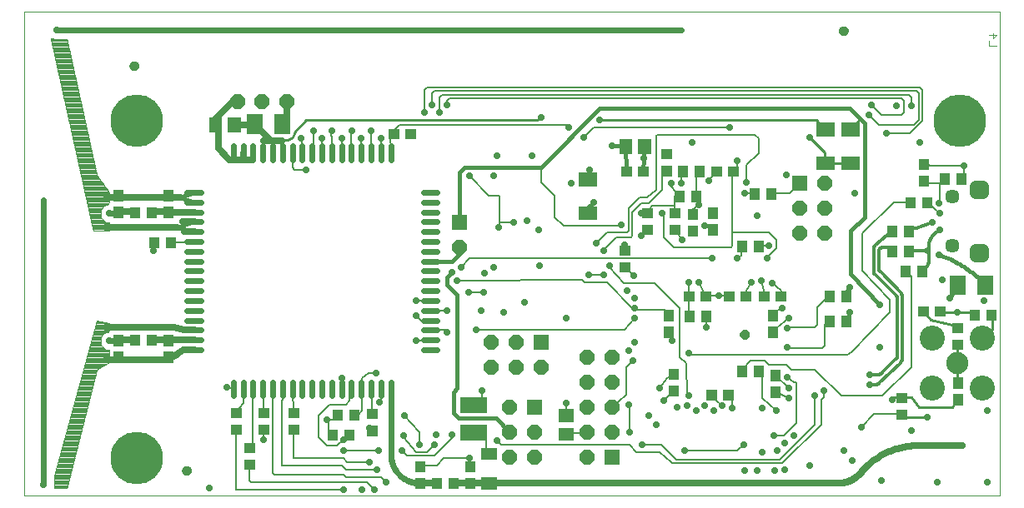
<source format=gbl>
G75*
%MOIN*%
%OFA0B0*%
%FSLAX25Y25*%
%IPPOS*%
%LPD*%
%AMOC8*
5,1,8,0,0,1.08239X$1,22.5*
%
%ADD10C,0.00000*%
%ADD11C,0.00300*%
%ADD12C,0.00236*%
%ADD13C,0.00256*%
%ADD14C,0.00220*%
%ADD15C,0.21000*%
%ADD16C,0.00252*%
%ADD17R,0.06000X0.06000*%
%ADD18OC8,0.06000*%
%ADD19C,0.02362*%
%ADD20C,0.05709*%
%ADD21C,0.04252*%
%ADD22C,0.08850*%
%ADD23C,0.10050*%
%ADD24C,0.01969*%
%ADD25OC8,0.02362*%
%ADD26C,0.00591*%
%ADD27C,0.01600*%
%ADD28C,0.02520*%
%ADD29C,0.00886*%
%ADD30C,0.00394*%
%ADD31C,0.01000*%
%ADD32C,0.01378*%
%ADD33C,0.01575*%
%ADD34C,0.02378*%
D10*
X0022595Y0009348D02*
X0412516Y0009348D01*
X0412516Y0203167D01*
X0022595Y0203167D01*
X0022595Y0009348D01*
D11*
X0408245Y0189498D02*
X0408245Y0191433D01*
X0409696Y0192445D02*
X0409696Y0194380D01*
X0408245Y0193896D02*
X0411148Y0193896D01*
X0409696Y0192445D01*
X0408245Y0189498D02*
X0411148Y0189498D01*
D12*
X0380245Y0144241D02*
X0380245Y0140147D01*
X0380245Y0144241D02*
X0383945Y0144241D01*
X0383945Y0140147D01*
X0380245Y0140147D01*
X0380245Y0140382D02*
X0383945Y0140382D01*
X0383945Y0140617D02*
X0380245Y0140617D01*
X0380245Y0140852D02*
X0383945Y0140852D01*
X0383945Y0141087D02*
X0380245Y0141087D01*
X0380245Y0141322D02*
X0383945Y0141322D01*
X0383945Y0141557D02*
X0380245Y0141557D01*
X0380245Y0141792D02*
X0383945Y0141792D01*
X0383945Y0142027D02*
X0380245Y0142027D01*
X0380245Y0142262D02*
X0383945Y0142262D01*
X0383945Y0142497D02*
X0380245Y0142497D01*
X0380245Y0142732D02*
X0383945Y0142732D01*
X0383945Y0142967D02*
X0380245Y0142967D01*
X0380245Y0143202D02*
X0383945Y0143202D01*
X0383945Y0143437D02*
X0380245Y0143437D01*
X0380245Y0143672D02*
X0383945Y0143672D01*
X0383945Y0143907D02*
X0380245Y0143907D01*
X0380245Y0144142D02*
X0383945Y0144142D01*
X0388399Y0138395D02*
X0392099Y0138395D01*
X0392099Y0134301D01*
X0388399Y0134301D01*
X0388399Y0138395D01*
X0388399Y0134536D02*
X0392099Y0134536D01*
X0392099Y0134771D02*
X0388399Y0134771D01*
X0388399Y0135006D02*
X0392099Y0135006D01*
X0392099Y0135241D02*
X0388399Y0135241D01*
X0388399Y0135476D02*
X0392099Y0135476D01*
X0392099Y0135711D02*
X0388399Y0135711D01*
X0388399Y0135946D02*
X0392099Y0135946D01*
X0392099Y0136181D02*
X0388399Y0136181D01*
X0388399Y0136416D02*
X0392099Y0136416D01*
X0392099Y0136651D02*
X0388399Y0136651D01*
X0388399Y0136886D02*
X0392099Y0136886D01*
X0392099Y0137121D02*
X0388399Y0137121D01*
X0388399Y0137356D02*
X0392099Y0137356D01*
X0392099Y0137591D02*
X0388399Y0137591D01*
X0388399Y0137826D02*
X0392099Y0137826D01*
X0392099Y0138061D02*
X0388399Y0138061D01*
X0388399Y0138296D02*
X0392099Y0138296D01*
X0395092Y0138395D02*
X0398792Y0138395D01*
X0398792Y0134301D01*
X0395092Y0134301D01*
X0395092Y0138395D01*
X0395092Y0134536D02*
X0398792Y0134536D01*
X0398792Y0134771D02*
X0395092Y0134771D01*
X0395092Y0135006D02*
X0398792Y0135006D01*
X0398792Y0135241D02*
X0395092Y0135241D01*
X0395092Y0135476D02*
X0398792Y0135476D01*
X0398792Y0135711D02*
X0395092Y0135711D01*
X0395092Y0135946D02*
X0398792Y0135946D01*
X0398792Y0136181D02*
X0395092Y0136181D01*
X0395092Y0136416D02*
X0398792Y0136416D01*
X0398792Y0136651D02*
X0395092Y0136651D01*
X0395092Y0136886D02*
X0398792Y0136886D01*
X0398792Y0137121D02*
X0395092Y0137121D01*
X0395092Y0137356D02*
X0398792Y0137356D01*
X0398792Y0137591D02*
X0395092Y0137591D01*
X0395092Y0137826D02*
X0398792Y0137826D01*
X0398792Y0138061D02*
X0395092Y0138061D01*
X0395092Y0138296D02*
X0398792Y0138296D01*
X0380245Y0137549D02*
X0380245Y0133455D01*
X0380245Y0137549D02*
X0383945Y0137549D01*
X0383945Y0133455D01*
X0380245Y0133455D01*
X0380245Y0133690D02*
X0383945Y0133690D01*
X0383945Y0133925D02*
X0380245Y0133925D01*
X0380245Y0134160D02*
X0383945Y0134160D01*
X0383945Y0134395D02*
X0380245Y0134395D01*
X0380245Y0134630D02*
X0383945Y0134630D01*
X0383945Y0134865D02*
X0380245Y0134865D01*
X0380245Y0135100D02*
X0383945Y0135100D01*
X0383945Y0135335D02*
X0380245Y0135335D01*
X0380245Y0135570D02*
X0383945Y0135570D01*
X0383945Y0135805D02*
X0380245Y0135805D01*
X0380245Y0136040D02*
X0383945Y0136040D01*
X0383945Y0136275D02*
X0380245Y0136275D01*
X0380245Y0136510D02*
X0383945Y0136510D01*
X0383945Y0136745D02*
X0380245Y0136745D01*
X0380245Y0136980D02*
X0383945Y0136980D01*
X0383945Y0137215D02*
X0380245Y0137215D01*
X0380245Y0137450D02*
X0383945Y0137450D01*
X0385292Y0128895D02*
X0381592Y0128895D01*
X0385292Y0128895D02*
X0385292Y0124801D01*
X0381592Y0124801D01*
X0381592Y0128895D01*
X0381592Y0125036D02*
X0385292Y0125036D01*
X0385292Y0125271D02*
X0381592Y0125271D01*
X0381592Y0125506D02*
X0385292Y0125506D01*
X0385292Y0125741D02*
X0381592Y0125741D01*
X0381592Y0125976D02*
X0385292Y0125976D01*
X0385292Y0126211D02*
X0381592Y0126211D01*
X0381592Y0126446D02*
X0385292Y0126446D01*
X0385292Y0126681D02*
X0381592Y0126681D01*
X0381592Y0126916D02*
X0385292Y0126916D01*
X0385292Y0127151D02*
X0381592Y0127151D01*
X0381592Y0127386D02*
X0385292Y0127386D01*
X0385292Y0127621D02*
X0381592Y0127621D01*
X0381592Y0127856D02*
X0385292Y0127856D01*
X0385292Y0128091D02*
X0381592Y0128091D01*
X0381592Y0128326D02*
X0385292Y0128326D01*
X0385292Y0128561D02*
X0381592Y0128561D01*
X0381592Y0128796D02*
X0385292Y0128796D01*
X0378599Y0128895D02*
X0374899Y0128895D01*
X0378599Y0128895D02*
X0378599Y0124801D01*
X0374899Y0124801D01*
X0374899Y0128895D01*
X0374899Y0125036D02*
X0378599Y0125036D01*
X0378599Y0125271D02*
X0374899Y0125271D01*
X0374899Y0125506D02*
X0378599Y0125506D01*
X0378599Y0125741D02*
X0374899Y0125741D01*
X0374899Y0125976D02*
X0378599Y0125976D01*
X0378599Y0126211D02*
X0374899Y0126211D01*
X0374899Y0126446D02*
X0378599Y0126446D01*
X0378599Y0126681D02*
X0374899Y0126681D01*
X0374899Y0126916D02*
X0378599Y0126916D01*
X0378599Y0127151D02*
X0374899Y0127151D01*
X0374899Y0127386D02*
X0378599Y0127386D01*
X0378599Y0127621D02*
X0374899Y0127621D01*
X0374899Y0127856D02*
X0378599Y0127856D01*
X0378599Y0128091D02*
X0374899Y0128091D01*
X0374899Y0128326D02*
X0378599Y0128326D01*
X0378599Y0128561D02*
X0374899Y0128561D01*
X0374899Y0128796D02*
X0378599Y0128796D01*
X0377792Y0117395D02*
X0374092Y0117395D01*
X0377792Y0117395D02*
X0377792Y0113301D01*
X0374092Y0113301D01*
X0374092Y0117395D01*
X0374092Y0113536D02*
X0377792Y0113536D01*
X0377792Y0113771D02*
X0374092Y0113771D01*
X0374092Y0114006D02*
X0377792Y0114006D01*
X0377792Y0114241D02*
X0374092Y0114241D01*
X0374092Y0114476D02*
X0377792Y0114476D01*
X0377792Y0114711D02*
X0374092Y0114711D01*
X0374092Y0114946D02*
X0377792Y0114946D01*
X0377792Y0115181D02*
X0374092Y0115181D01*
X0374092Y0115416D02*
X0377792Y0115416D01*
X0377792Y0115651D02*
X0374092Y0115651D01*
X0374092Y0115886D02*
X0377792Y0115886D01*
X0377792Y0116121D02*
X0374092Y0116121D01*
X0374092Y0116356D02*
X0377792Y0116356D01*
X0377792Y0116591D02*
X0374092Y0116591D01*
X0374092Y0116826D02*
X0377792Y0116826D01*
X0377792Y0117061D02*
X0374092Y0117061D01*
X0374092Y0117296D02*
X0377792Y0117296D01*
X0371099Y0117395D02*
X0367399Y0117395D01*
X0371099Y0117395D02*
X0371099Y0113301D01*
X0367399Y0113301D01*
X0367399Y0117395D01*
X0367399Y0113536D02*
X0371099Y0113536D01*
X0371099Y0113771D02*
X0367399Y0113771D01*
X0367399Y0114006D02*
X0371099Y0114006D01*
X0371099Y0114241D02*
X0367399Y0114241D01*
X0367399Y0114476D02*
X0371099Y0114476D01*
X0371099Y0114711D02*
X0367399Y0114711D01*
X0367399Y0114946D02*
X0371099Y0114946D01*
X0371099Y0115181D02*
X0367399Y0115181D01*
X0367399Y0115416D02*
X0371099Y0115416D01*
X0371099Y0115651D02*
X0367399Y0115651D01*
X0367399Y0115886D02*
X0371099Y0115886D01*
X0371099Y0116121D02*
X0367399Y0116121D01*
X0367399Y0116356D02*
X0371099Y0116356D01*
X0371099Y0116591D02*
X0367399Y0116591D01*
X0367399Y0116826D02*
X0371099Y0116826D01*
X0371099Y0117061D02*
X0367399Y0117061D01*
X0367399Y0117296D02*
X0371099Y0117296D01*
X0371099Y0109395D02*
X0367399Y0109395D01*
X0371099Y0109395D02*
X0371099Y0105301D01*
X0367399Y0105301D01*
X0367399Y0109395D01*
X0367399Y0105536D02*
X0371099Y0105536D01*
X0371099Y0105771D02*
X0367399Y0105771D01*
X0367399Y0106006D02*
X0371099Y0106006D01*
X0371099Y0106241D02*
X0367399Y0106241D01*
X0367399Y0106476D02*
X0371099Y0106476D01*
X0371099Y0106711D02*
X0367399Y0106711D01*
X0367399Y0106946D02*
X0371099Y0106946D01*
X0371099Y0107181D02*
X0367399Y0107181D01*
X0367399Y0107416D02*
X0371099Y0107416D01*
X0371099Y0107651D02*
X0367399Y0107651D01*
X0367399Y0107886D02*
X0371099Y0107886D01*
X0371099Y0108121D02*
X0367399Y0108121D01*
X0367399Y0108356D02*
X0371099Y0108356D01*
X0371099Y0108591D02*
X0367399Y0108591D01*
X0367399Y0108826D02*
X0371099Y0108826D01*
X0371099Y0109061D02*
X0367399Y0109061D01*
X0367399Y0109296D02*
X0371099Y0109296D01*
X0374092Y0109395D02*
X0377792Y0109395D01*
X0377792Y0105301D01*
X0374092Y0105301D01*
X0374092Y0109395D01*
X0374092Y0105536D02*
X0377792Y0105536D01*
X0377792Y0105771D02*
X0374092Y0105771D01*
X0374092Y0106006D02*
X0377792Y0106006D01*
X0377792Y0106241D02*
X0374092Y0106241D01*
X0374092Y0106476D02*
X0377792Y0106476D01*
X0377792Y0106711D02*
X0374092Y0106711D01*
X0374092Y0106946D02*
X0377792Y0106946D01*
X0377792Y0107181D02*
X0374092Y0107181D01*
X0374092Y0107416D02*
X0377792Y0107416D01*
X0377792Y0107651D02*
X0374092Y0107651D01*
X0374092Y0107886D02*
X0377792Y0107886D01*
X0377792Y0108121D02*
X0374092Y0108121D01*
X0374092Y0108356D02*
X0377792Y0108356D01*
X0377792Y0108591D02*
X0374092Y0108591D01*
X0374092Y0108826D02*
X0377792Y0108826D01*
X0377792Y0109061D02*
X0374092Y0109061D01*
X0374092Y0109296D02*
X0377792Y0109296D01*
X0376599Y0101395D02*
X0372899Y0101395D01*
X0376599Y0101395D02*
X0376599Y0097301D01*
X0372899Y0097301D01*
X0372899Y0101395D01*
X0372899Y0097536D02*
X0376599Y0097536D01*
X0376599Y0097771D02*
X0372899Y0097771D01*
X0372899Y0098006D02*
X0376599Y0098006D01*
X0376599Y0098241D02*
X0372899Y0098241D01*
X0372899Y0098476D02*
X0376599Y0098476D01*
X0376599Y0098711D02*
X0372899Y0098711D01*
X0372899Y0098946D02*
X0376599Y0098946D01*
X0376599Y0099181D02*
X0372899Y0099181D01*
X0372899Y0099416D02*
X0376599Y0099416D01*
X0376599Y0099651D02*
X0372899Y0099651D01*
X0372899Y0099886D02*
X0376599Y0099886D01*
X0376599Y0100121D02*
X0372899Y0100121D01*
X0372899Y0100356D02*
X0376599Y0100356D01*
X0376599Y0100591D02*
X0372899Y0100591D01*
X0372899Y0100826D02*
X0376599Y0100826D01*
X0376599Y0101061D02*
X0372899Y0101061D01*
X0372899Y0101296D02*
X0376599Y0101296D01*
X0379592Y0101395D02*
X0383292Y0101395D01*
X0383292Y0097301D01*
X0379592Y0097301D01*
X0379592Y0101395D01*
X0379592Y0097536D02*
X0383292Y0097536D01*
X0383292Y0097771D02*
X0379592Y0097771D01*
X0379592Y0098006D02*
X0383292Y0098006D01*
X0383292Y0098241D02*
X0379592Y0098241D01*
X0379592Y0098476D02*
X0383292Y0098476D01*
X0383292Y0098711D02*
X0379592Y0098711D01*
X0379592Y0098946D02*
X0383292Y0098946D01*
X0383292Y0099181D02*
X0379592Y0099181D01*
X0379592Y0099416D02*
X0383292Y0099416D01*
X0383292Y0099651D02*
X0379592Y0099651D01*
X0379592Y0099886D02*
X0383292Y0099886D01*
X0383292Y0100121D02*
X0379592Y0100121D01*
X0379592Y0100356D02*
X0383292Y0100356D01*
X0383292Y0100591D02*
X0379592Y0100591D01*
X0379592Y0100826D02*
X0383292Y0100826D01*
X0383292Y0101061D02*
X0379592Y0101061D01*
X0379592Y0101296D02*
X0383292Y0101296D01*
X0352792Y0087301D02*
X0349092Y0087301D01*
X0349092Y0091395D01*
X0352792Y0091395D01*
X0352792Y0087301D01*
X0352792Y0087536D02*
X0349092Y0087536D01*
X0349092Y0087771D02*
X0352792Y0087771D01*
X0352792Y0088006D02*
X0349092Y0088006D01*
X0349092Y0088241D02*
X0352792Y0088241D01*
X0352792Y0088476D02*
X0349092Y0088476D01*
X0349092Y0088711D02*
X0352792Y0088711D01*
X0352792Y0088946D02*
X0349092Y0088946D01*
X0349092Y0089181D02*
X0352792Y0089181D01*
X0352792Y0089416D02*
X0349092Y0089416D01*
X0349092Y0089651D02*
X0352792Y0089651D01*
X0352792Y0089886D02*
X0349092Y0089886D01*
X0349092Y0090121D02*
X0352792Y0090121D01*
X0352792Y0090356D02*
X0349092Y0090356D01*
X0349092Y0090591D02*
X0352792Y0090591D01*
X0352792Y0090826D02*
X0349092Y0090826D01*
X0349092Y0091061D02*
X0352792Y0091061D01*
X0352792Y0091296D02*
X0349092Y0091296D01*
X0346099Y0087301D02*
X0342399Y0087301D01*
X0342399Y0091395D01*
X0346099Y0091395D01*
X0346099Y0087301D01*
X0346099Y0087536D02*
X0342399Y0087536D01*
X0342399Y0087771D02*
X0346099Y0087771D01*
X0346099Y0088006D02*
X0342399Y0088006D01*
X0342399Y0088241D02*
X0346099Y0088241D01*
X0346099Y0088476D02*
X0342399Y0088476D01*
X0342399Y0088711D02*
X0346099Y0088711D01*
X0346099Y0088946D02*
X0342399Y0088946D01*
X0342399Y0089181D02*
X0346099Y0089181D01*
X0346099Y0089416D02*
X0342399Y0089416D01*
X0342399Y0089651D02*
X0346099Y0089651D01*
X0346099Y0089886D02*
X0342399Y0089886D01*
X0342399Y0090121D02*
X0346099Y0090121D01*
X0346099Y0090356D02*
X0342399Y0090356D01*
X0342399Y0090591D02*
X0346099Y0090591D01*
X0346099Y0090826D02*
X0342399Y0090826D01*
X0342399Y0091061D02*
X0346099Y0091061D01*
X0346099Y0091296D02*
X0342399Y0091296D01*
X0326989Y0091198D02*
X0322895Y0091198D01*
X0326989Y0091198D02*
X0326989Y0087498D01*
X0322895Y0087498D01*
X0322895Y0091198D01*
X0322895Y0087733D02*
X0326989Y0087733D01*
X0326989Y0087968D02*
X0322895Y0087968D01*
X0322895Y0088203D02*
X0326989Y0088203D01*
X0326989Y0088438D02*
X0322895Y0088438D01*
X0322895Y0088673D02*
X0326989Y0088673D01*
X0326989Y0088908D02*
X0322895Y0088908D01*
X0322895Y0089143D02*
X0326989Y0089143D01*
X0326989Y0089378D02*
X0322895Y0089378D01*
X0322895Y0089613D02*
X0326989Y0089613D01*
X0326989Y0089848D02*
X0322895Y0089848D01*
X0322895Y0090083D02*
X0326989Y0090083D01*
X0326989Y0090318D02*
X0322895Y0090318D01*
X0322895Y0090553D02*
X0326989Y0090553D01*
X0326989Y0090788D02*
X0322895Y0090788D01*
X0322895Y0091023D02*
X0326989Y0091023D01*
X0320296Y0091198D02*
X0316202Y0091198D01*
X0320296Y0091198D02*
X0320296Y0087498D01*
X0316202Y0087498D01*
X0316202Y0091198D01*
X0316202Y0087733D02*
X0320296Y0087733D01*
X0320296Y0087968D02*
X0316202Y0087968D01*
X0316202Y0088203D02*
X0320296Y0088203D01*
X0320296Y0088438D02*
X0316202Y0088438D01*
X0316202Y0088673D02*
X0320296Y0088673D01*
X0320296Y0088908D02*
X0316202Y0088908D01*
X0316202Y0089143D02*
X0320296Y0089143D01*
X0320296Y0089378D02*
X0316202Y0089378D01*
X0316202Y0089613D02*
X0320296Y0089613D01*
X0320296Y0089848D02*
X0316202Y0089848D01*
X0316202Y0090083D02*
X0320296Y0090083D01*
X0320296Y0090318D02*
X0316202Y0090318D01*
X0316202Y0090553D02*
X0320296Y0090553D01*
X0320296Y0090788D02*
X0316202Y0090788D01*
X0316202Y0091023D02*
X0320296Y0091023D01*
X0312989Y0091198D02*
X0308895Y0091198D01*
X0312989Y0091198D02*
X0312989Y0087498D01*
X0308895Y0087498D01*
X0308895Y0091198D01*
X0308895Y0087733D02*
X0312989Y0087733D01*
X0312989Y0087968D02*
X0308895Y0087968D01*
X0308895Y0088203D02*
X0312989Y0088203D01*
X0312989Y0088438D02*
X0308895Y0088438D01*
X0308895Y0088673D02*
X0312989Y0088673D01*
X0312989Y0088908D02*
X0308895Y0088908D01*
X0308895Y0089143D02*
X0312989Y0089143D01*
X0312989Y0089378D02*
X0308895Y0089378D01*
X0308895Y0089613D02*
X0312989Y0089613D01*
X0312989Y0089848D02*
X0308895Y0089848D01*
X0308895Y0090083D02*
X0312989Y0090083D01*
X0312989Y0090318D02*
X0308895Y0090318D01*
X0308895Y0090553D02*
X0312989Y0090553D01*
X0312989Y0090788D02*
X0308895Y0090788D01*
X0308895Y0091023D02*
X0312989Y0091023D01*
X0306296Y0091198D02*
X0302202Y0091198D01*
X0306296Y0091198D02*
X0306296Y0087498D01*
X0302202Y0087498D01*
X0302202Y0091198D01*
X0302202Y0087733D02*
X0306296Y0087733D01*
X0306296Y0087968D02*
X0302202Y0087968D01*
X0302202Y0088203D02*
X0306296Y0088203D01*
X0306296Y0088438D02*
X0302202Y0088438D01*
X0302202Y0088673D02*
X0306296Y0088673D01*
X0306296Y0088908D02*
X0302202Y0088908D01*
X0302202Y0089143D02*
X0306296Y0089143D01*
X0306296Y0089378D02*
X0302202Y0089378D01*
X0302202Y0089613D02*
X0306296Y0089613D01*
X0306296Y0089848D02*
X0302202Y0089848D01*
X0302202Y0090083D02*
X0306296Y0090083D01*
X0306296Y0090318D02*
X0302202Y0090318D01*
X0302202Y0090553D02*
X0306296Y0090553D01*
X0306296Y0090788D02*
X0302202Y0090788D01*
X0302202Y0091023D02*
X0306296Y0091023D01*
X0296989Y0087498D02*
X0292895Y0087498D01*
X0292895Y0091198D01*
X0296989Y0091198D01*
X0296989Y0087498D01*
X0296989Y0087733D02*
X0292895Y0087733D01*
X0292895Y0087968D02*
X0296989Y0087968D01*
X0296989Y0088203D02*
X0292895Y0088203D01*
X0292895Y0088438D02*
X0296989Y0088438D01*
X0296989Y0088673D02*
X0292895Y0088673D01*
X0292895Y0088908D02*
X0296989Y0088908D01*
X0296989Y0089143D02*
X0292895Y0089143D01*
X0292895Y0089378D02*
X0296989Y0089378D01*
X0296989Y0089613D02*
X0292895Y0089613D01*
X0292895Y0089848D02*
X0296989Y0089848D01*
X0296989Y0090083D02*
X0292895Y0090083D01*
X0292895Y0090318D02*
X0296989Y0090318D01*
X0296989Y0090553D02*
X0292895Y0090553D01*
X0292895Y0090788D02*
X0296989Y0090788D01*
X0296989Y0091023D02*
X0292895Y0091023D01*
X0290296Y0087498D02*
X0286202Y0087498D01*
X0286202Y0091198D01*
X0290296Y0091198D01*
X0290296Y0087498D01*
X0290296Y0087733D02*
X0286202Y0087733D01*
X0286202Y0087968D02*
X0290296Y0087968D01*
X0290296Y0088203D02*
X0286202Y0088203D01*
X0286202Y0088438D02*
X0290296Y0088438D01*
X0290296Y0088673D02*
X0286202Y0088673D01*
X0286202Y0088908D02*
X0290296Y0088908D01*
X0290296Y0089143D02*
X0286202Y0089143D01*
X0286202Y0089378D02*
X0290296Y0089378D01*
X0290296Y0089613D02*
X0286202Y0089613D01*
X0286202Y0089848D02*
X0290296Y0089848D01*
X0290296Y0090083D02*
X0286202Y0090083D01*
X0286202Y0090318D02*
X0290296Y0090318D01*
X0290296Y0090553D02*
X0286202Y0090553D01*
X0286202Y0090788D02*
X0290296Y0090788D01*
X0290296Y0091023D02*
X0286202Y0091023D01*
X0286399Y0079301D02*
X0290099Y0079301D01*
X0286399Y0079301D02*
X0286399Y0083395D01*
X0290099Y0083395D01*
X0290099Y0079301D01*
X0290099Y0079536D02*
X0286399Y0079536D01*
X0286399Y0079771D02*
X0290099Y0079771D01*
X0290099Y0080006D02*
X0286399Y0080006D01*
X0286399Y0080241D02*
X0290099Y0080241D01*
X0290099Y0080476D02*
X0286399Y0080476D01*
X0286399Y0080711D02*
X0290099Y0080711D01*
X0290099Y0080946D02*
X0286399Y0080946D01*
X0286399Y0081181D02*
X0290099Y0081181D01*
X0290099Y0081416D02*
X0286399Y0081416D01*
X0286399Y0081651D02*
X0290099Y0081651D01*
X0290099Y0081886D02*
X0286399Y0081886D01*
X0286399Y0082121D02*
X0290099Y0082121D01*
X0290099Y0082356D02*
X0286399Y0082356D01*
X0286399Y0082591D02*
X0290099Y0082591D01*
X0290099Y0082826D02*
X0286399Y0082826D01*
X0286399Y0083061D02*
X0290099Y0083061D01*
X0290099Y0083296D02*
X0286399Y0083296D01*
X0278245Y0083741D02*
X0278245Y0079647D01*
X0278245Y0083741D02*
X0281945Y0083741D01*
X0281945Y0079647D01*
X0278245Y0079647D01*
X0278245Y0079882D02*
X0281945Y0079882D01*
X0281945Y0080117D02*
X0278245Y0080117D01*
X0278245Y0080352D02*
X0281945Y0080352D01*
X0281945Y0080587D02*
X0278245Y0080587D01*
X0278245Y0080822D02*
X0281945Y0080822D01*
X0281945Y0081057D02*
X0278245Y0081057D01*
X0278245Y0081292D02*
X0281945Y0081292D01*
X0281945Y0081527D02*
X0278245Y0081527D01*
X0278245Y0081762D02*
X0281945Y0081762D01*
X0281945Y0081997D02*
X0278245Y0081997D01*
X0278245Y0082232D02*
X0281945Y0082232D01*
X0281945Y0082467D02*
X0278245Y0082467D01*
X0278245Y0082702D02*
X0281945Y0082702D01*
X0281945Y0082937D02*
X0278245Y0082937D01*
X0278245Y0083172D02*
X0281945Y0083172D01*
X0281945Y0083407D02*
X0278245Y0083407D01*
X0278245Y0083642D02*
X0281945Y0083642D01*
X0278245Y0077049D02*
X0278245Y0072955D01*
X0278245Y0077049D02*
X0281945Y0077049D01*
X0281945Y0072955D01*
X0278245Y0072955D01*
X0278245Y0073190D02*
X0281945Y0073190D01*
X0281945Y0073425D02*
X0278245Y0073425D01*
X0278245Y0073660D02*
X0281945Y0073660D01*
X0281945Y0073895D02*
X0278245Y0073895D01*
X0278245Y0074130D02*
X0281945Y0074130D01*
X0281945Y0074365D02*
X0278245Y0074365D01*
X0278245Y0074600D02*
X0281945Y0074600D01*
X0281945Y0074835D02*
X0278245Y0074835D01*
X0278245Y0075070D02*
X0281945Y0075070D01*
X0281945Y0075305D02*
X0278245Y0075305D01*
X0278245Y0075540D02*
X0281945Y0075540D01*
X0281945Y0075775D02*
X0278245Y0075775D01*
X0278245Y0076010D02*
X0281945Y0076010D01*
X0281945Y0076245D02*
X0278245Y0076245D01*
X0278245Y0076480D02*
X0281945Y0076480D01*
X0281945Y0076715D02*
X0278245Y0076715D01*
X0278245Y0076950D02*
X0281945Y0076950D01*
X0293092Y0079301D02*
X0296792Y0079301D01*
X0293092Y0079301D02*
X0293092Y0083395D01*
X0296792Y0083395D01*
X0296792Y0079301D01*
X0296792Y0079536D02*
X0293092Y0079536D01*
X0293092Y0079771D02*
X0296792Y0079771D01*
X0296792Y0080006D02*
X0293092Y0080006D01*
X0293092Y0080241D02*
X0296792Y0080241D01*
X0296792Y0080476D02*
X0293092Y0080476D01*
X0293092Y0080711D02*
X0296792Y0080711D01*
X0296792Y0080946D02*
X0293092Y0080946D01*
X0293092Y0081181D02*
X0296792Y0081181D01*
X0296792Y0081416D02*
X0293092Y0081416D01*
X0293092Y0081651D02*
X0296792Y0081651D01*
X0296792Y0081886D02*
X0293092Y0081886D01*
X0293092Y0082121D02*
X0296792Y0082121D01*
X0296792Y0082356D02*
X0293092Y0082356D01*
X0293092Y0082591D02*
X0296792Y0082591D01*
X0296792Y0082826D02*
X0293092Y0082826D01*
X0293092Y0083061D02*
X0296792Y0083061D01*
X0296792Y0083296D02*
X0293092Y0083296D01*
X0319745Y0083741D02*
X0319745Y0079647D01*
X0319745Y0083741D02*
X0323445Y0083741D01*
X0323445Y0079647D01*
X0319745Y0079647D01*
X0319745Y0079882D02*
X0323445Y0079882D01*
X0323445Y0080117D02*
X0319745Y0080117D01*
X0319745Y0080352D02*
X0323445Y0080352D01*
X0323445Y0080587D02*
X0319745Y0080587D01*
X0319745Y0080822D02*
X0323445Y0080822D01*
X0323445Y0081057D02*
X0319745Y0081057D01*
X0319745Y0081292D02*
X0323445Y0081292D01*
X0323445Y0081527D02*
X0319745Y0081527D01*
X0319745Y0081762D02*
X0323445Y0081762D01*
X0323445Y0081997D02*
X0319745Y0081997D01*
X0319745Y0082232D02*
X0323445Y0082232D01*
X0323445Y0082467D02*
X0319745Y0082467D01*
X0319745Y0082702D02*
X0323445Y0082702D01*
X0323445Y0082937D02*
X0319745Y0082937D01*
X0319745Y0083172D02*
X0323445Y0083172D01*
X0323445Y0083407D02*
X0319745Y0083407D01*
X0319745Y0083642D02*
X0323445Y0083642D01*
X0319745Y0077049D02*
X0319745Y0072955D01*
X0319745Y0077049D02*
X0323445Y0077049D01*
X0323445Y0072955D01*
X0319745Y0072955D01*
X0319745Y0073190D02*
X0323445Y0073190D01*
X0323445Y0073425D02*
X0319745Y0073425D01*
X0319745Y0073660D02*
X0323445Y0073660D01*
X0323445Y0073895D02*
X0319745Y0073895D01*
X0319745Y0074130D02*
X0323445Y0074130D01*
X0323445Y0074365D02*
X0319745Y0074365D01*
X0319745Y0074600D02*
X0323445Y0074600D01*
X0323445Y0074835D02*
X0319745Y0074835D01*
X0319745Y0075070D02*
X0323445Y0075070D01*
X0323445Y0075305D02*
X0319745Y0075305D01*
X0319745Y0075540D02*
X0323445Y0075540D01*
X0323445Y0075775D02*
X0319745Y0075775D01*
X0319745Y0076010D02*
X0323445Y0076010D01*
X0323445Y0076245D02*
X0319745Y0076245D01*
X0319745Y0076480D02*
X0323445Y0076480D01*
X0323445Y0076715D02*
X0319745Y0076715D01*
X0319745Y0076950D02*
X0323445Y0076950D01*
X0342399Y0077301D02*
X0346099Y0077301D01*
X0342399Y0077301D02*
X0342399Y0081395D01*
X0346099Y0081395D01*
X0346099Y0077301D01*
X0346099Y0077536D02*
X0342399Y0077536D01*
X0342399Y0077771D02*
X0346099Y0077771D01*
X0346099Y0078006D02*
X0342399Y0078006D01*
X0342399Y0078241D02*
X0346099Y0078241D01*
X0346099Y0078476D02*
X0342399Y0078476D01*
X0342399Y0078711D02*
X0346099Y0078711D01*
X0346099Y0078946D02*
X0342399Y0078946D01*
X0342399Y0079181D02*
X0346099Y0079181D01*
X0346099Y0079416D02*
X0342399Y0079416D01*
X0342399Y0079651D02*
X0346099Y0079651D01*
X0346099Y0079886D02*
X0342399Y0079886D01*
X0342399Y0080121D02*
X0346099Y0080121D01*
X0346099Y0080356D02*
X0342399Y0080356D01*
X0342399Y0080591D02*
X0346099Y0080591D01*
X0346099Y0080826D02*
X0342399Y0080826D01*
X0342399Y0081061D02*
X0346099Y0081061D01*
X0346099Y0081296D02*
X0342399Y0081296D01*
X0349092Y0077301D02*
X0352792Y0077301D01*
X0349092Y0077301D02*
X0349092Y0081395D01*
X0352792Y0081395D01*
X0352792Y0077301D01*
X0352792Y0077536D02*
X0349092Y0077536D01*
X0349092Y0077771D02*
X0352792Y0077771D01*
X0352792Y0078006D02*
X0349092Y0078006D01*
X0349092Y0078241D02*
X0352792Y0078241D01*
X0352792Y0078476D02*
X0349092Y0078476D01*
X0349092Y0078711D02*
X0352792Y0078711D01*
X0352792Y0078946D02*
X0349092Y0078946D01*
X0349092Y0079181D02*
X0352792Y0079181D01*
X0352792Y0079416D02*
X0349092Y0079416D01*
X0349092Y0079651D02*
X0352792Y0079651D01*
X0352792Y0079886D02*
X0349092Y0079886D01*
X0349092Y0080121D02*
X0352792Y0080121D01*
X0352792Y0080356D02*
X0349092Y0080356D01*
X0349092Y0080591D02*
X0352792Y0080591D01*
X0352792Y0080826D02*
X0349092Y0080826D01*
X0349092Y0081061D02*
X0352792Y0081061D01*
X0352792Y0081296D02*
X0349092Y0081296D01*
X0379702Y0085198D02*
X0383796Y0085198D01*
X0383796Y0081498D01*
X0379702Y0081498D01*
X0379702Y0085198D01*
X0379702Y0081733D02*
X0383796Y0081733D01*
X0383796Y0081968D02*
X0379702Y0081968D01*
X0379702Y0082203D02*
X0383796Y0082203D01*
X0383796Y0082438D02*
X0379702Y0082438D01*
X0379702Y0082673D02*
X0383796Y0082673D01*
X0383796Y0082908D02*
X0379702Y0082908D01*
X0379702Y0083143D02*
X0383796Y0083143D01*
X0383796Y0083378D02*
X0379702Y0083378D01*
X0379702Y0083613D02*
X0383796Y0083613D01*
X0383796Y0083848D02*
X0379702Y0083848D01*
X0379702Y0084083D02*
X0383796Y0084083D01*
X0383796Y0084318D02*
X0379702Y0084318D01*
X0379702Y0084553D02*
X0383796Y0084553D01*
X0383796Y0084788D02*
X0379702Y0084788D01*
X0379702Y0085023D02*
X0383796Y0085023D01*
X0386395Y0085198D02*
X0390489Y0085198D01*
X0390489Y0081498D01*
X0386395Y0081498D01*
X0386395Y0085198D01*
X0386395Y0081733D02*
X0390489Y0081733D01*
X0390489Y0081968D02*
X0386395Y0081968D01*
X0386395Y0082203D02*
X0390489Y0082203D01*
X0390489Y0082438D02*
X0386395Y0082438D01*
X0386395Y0082673D02*
X0390489Y0082673D01*
X0390489Y0082908D02*
X0386395Y0082908D01*
X0386395Y0083143D02*
X0390489Y0083143D01*
X0390489Y0083378D02*
X0386395Y0083378D01*
X0386395Y0083613D02*
X0390489Y0083613D01*
X0390489Y0083848D02*
X0386395Y0083848D01*
X0386395Y0084083D02*
X0390489Y0084083D01*
X0390489Y0084318D02*
X0386395Y0084318D01*
X0386395Y0084553D02*
X0390489Y0084553D01*
X0390489Y0084788D02*
X0386395Y0084788D01*
X0386395Y0085023D02*
X0390489Y0085023D01*
X0400399Y0079801D02*
X0404099Y0079801D01*
X0400399Y0079801D02*
X0400399Y0083895D01*
X0404099Y0083895D01*
X0404099Y0079801D01*
X0404099Y0080036D02*
X0400399Y0080036D01*
X0400399Y0080271D02*
X0404099Y0080271D01*
X0404099Y0080506D02*
X0400399Y0080506D01*
X0400399Y0080741D02*
X0404099Y0080741D01*
X0404099Y0080976D02*
X0400399Y0080976D01*
X0400399Y0081211D02*
X0404099Y0081211D01*
X0404099Y0081446D02*
X0400399Y0081446D01*
X0400399Y0081681D02*
X0404099Y0081681D01*
X0404099Y0081916D02*
X0400399Y0081916D01*
X0400399Y0082151D02*
X0404099Y0082151D01*
X0404099Y0082386D02*
X0400399Y0082386D01*
X0400399Y0082621D02*
X0404099Y0082621D01*
X0404099Y0082856D02*
X0400399Y0082856D01*
X0400399Y0083091D02*
X0404099Y0083091D01*
X0404099Y0083326D02*
X0400399Y0083326D01*
X0400399Y0083561D02*
X0404099Y0083561D01*
X0404099Y0083796D02*
X0400399Y0083796D01*
X0407092Y0079801D02*
X0410792Y0079801D01*
X0407092Y0079801D02*
X0407092Y0083895D01*
X0410792Y0083895D01*
X0410792Y0079801D01*
X0410792Y0080036D02*
X0407092Y0080036D01*
X0407092Y0080271D02*
X0410792Y0080271D01*
X0410792Y0080506D02*
X0407092Y0080506D01*
X0407092Y0080741D02*
X0410792Y0080741D01*
X0410792Y0080976D02*
X0407092Y0080976D01*
X0407092Y0081211D02*
X0410792Y0081211D01*
X0410792Y0081446D02*
X0407092Y0081446D01*
X0407092Y0081681D02*
X0410792Y0081681D01*
X0410792Y0081916D02*
X0407092Y0081916D01*
X0407092Y0082151D02*
X0410792Y0082151D01*
X0410792Y0082386D02*
X0407092Y0082386D01*
X0407092Y0082621D02*
X0410792Y0082621D01*
X0410792Y0082856D02*
X0407092Y0082856D01*
X0407092Y0083091D02*
X0410792Y0083091D01*
X0410792Y0083326D02*
X0407092Y0083326D01*
X0407092Y0083561D02*
X0410792Y0083561D01*
X0410792Y0083796D02*
X0407092Y0083796D01*
X0393548Y0078544D02*
X0393548Y0074844D01*
X0393548Y0078544D02*
X0397642Y0078544D01*
X0397642Y0074844D01*
X0393548Y0074844D01*
X0393548Y0075079D02*
X0397642Y0075079D01*
X0397642Y0075314D02*
X0393548Y0075314D01*
X0393548Y0075549D02*
X0397642Y0075549D01*
X0397642Y0075784D02*
X0393548Y0075784D01*
X0393548Y0076019D02*
X0397642Y0076019D01*
X0397642Y0076254D02*
X0393548Y0076254D01*
X0393548Y0076489D02*
X0397642Y0076489D01*
X0397642Y0076724D02*
X0393548Y0076724D01*
X0393548Y0076959D02*
X0397642Y0076959D01*
X0397642Y0077194D02*
X0393548Y0077194D01*
X0393548Y0077429D02*
X0397642Y0077429D01*
X0397642Y0077664D02*
X0393548Y0077664D01*
X0393548Y0077899D02*
X0397642Y0077899D01*
X0397642Y0078134D02*
X0393548Y0078134D01*
X0393548Y0078369D02*
X0397642Y0078369D01*
X0393548Y0071852D02*
X0393548Y0068152D01*
X0393548Y0071852D02*
X0397642Y0071852D01*
X0397642Y0068152D01*
X0393548Y0068152D01*
X0393548Y0068387D02*
X0397642Y0068387D01*
X0397642Y0068622D02*
X0393548Y0068622D01*
X0393548Y0068857D02*
X0397642Y0068857D01*
X0397642Y0069092D02*
X0393548Y0069092D01*
X0393548Y0069327D02*
X0397642Y0069327D01*
X0397642Y0069562D02*
X0393548Y0069562D01*
X0393548Y0069797D02*
X0397642Y0069797D01*
X0397642Y0070032D02*
X0393548Y0070032D01*
X0393548Y0070267D02*
X0397642Y0070267D01*
X0397642Y0070502D02*
X0393548Y0070502D01*
X0393548Y0070737D02*
X0397642Y0070737D01*
X0397642Y0070972D02*
X0393548Y0070972D01*
X0393548Y0071207D02*
X0397642Y0071207D01*
X0397642Y0071442D02*
X0393548Y0071442D01*
X0393548Y0071677D02*
X0397642Y0071677D01*
X0397445Y0056741D02*
X0397445Y0052647D01*
X0393745Y0052647D01*
X0393745Y0056741D01*
X0397445Y0056741D01*
X0397445Y0052882D02*
X0393745Y0052882D01*
X0393745Y0053117D02*
X0397445Y0053117D01*
X0397445Y0053352D02*
X0393745Y0053352D01*
X0393745Y0053587D02*
X0397445Y0053587D01*
X0397445Y0053822D02*
X0393745Y0053822D01*
X0393745Y0054057D02*
X0397445Y0054057D01*
X0397445Y0054292D02*
X0393745Y0054292D01*
X0393745Y0054527D02*
X0397445Y0054527D01*
X0397445Y0054762D02*
X0393745Y0054762D01*
X0393745Y0054997D02*
X0397445Y0054997D01*
X0397445Y0055232D02*
X0393745Y0055232D01*
X0393745Y0055467D02*
X0397445Y0055467D01*
X0397445Y0055702D02*
X0393745Y0055702D01*
X0393745Y0055937D02*
X0397445Y0055937D01*
X0397445Y0056172D02*
X0393745Y0056172D01*
X0393745Y0056407D02*
X0397445Y0056407D01*
X0397445Y0056642D02*
X0393745Y0056642D01*
X0397445Y0050049D02*
X0397445Y0045955D01*
X0393745Y0045955D01*
X0393745Y0050049D01*
X0397445Y0050049D01*
X0397445Y0046190D02*
X0393745Y0046190D01*
X0393745Y0046425D02*
X0397445Y0046425D01*
X0397445Y0046660D02*
X0393745Y0046660D01*
X0393745Y0046895D02*
X0397445Y0046895D01*
X0397445Y0047130D02*
X0393745Y0047130D01*
X0393745Y0047365D02*
X0397445Y0047365D01*
X0397445Y0047600D02*
X0393745Y0047600D01*
X0393745Y0047835D02*
X0397445Y0047835D01*
X0397445Y0048070D02*
X0393745Y0048070D01*
X0393745Y0048305D02*
X0397445Y0048305D01*
X0397445Y0048540D02*
X0393745Y0048540D01*
X0393745Y0048775D02*
X0397445Y0048775D01*
X0397445Y0049010D02*
X0393745Y0049010D01*
X0393745Y0049245D02*
X0397445Y0049245D01*
X0397445Y0049480D02*
X0393745Y0049480D01*
X0393745Y0049715D02*
X0397445Y0049715D01*
X0397445Y0049950D02*
X0393745Y0049950D01*
X0375142Y0050544D02*
X0375142Y0046844D01*
X0371048Y0046844D01*
X0371048Y0050544D01*
X0375142Y0050544D01*
X0375142Y0047079D02*
X0371048Y0047079D01*
X0371048Y0047314D02*
X0375142Y0047314D01*
X0375142Y0047549D02*
X0371048Y0047549D01*
X0371048Y0047784D02*
X0375142Y0047784D01*
X0375142Y0048019D02*
X0371048Y0048019D01*
X0371048Y0048254D02*
X0375142Y0048254D01*
X0375142Y0048489D02*
X0371048Y0048489D01*
X0371048Y0048724D02*
X0375142Y0048724D01*
X0375142Y0048959D02*
X0371048Y0048959D01*
X0371048Y0049194D02*
X0375142Y0049194D01*
X0375142Y0049429D02*
X0371048Y0049429D01*
X0371048Y0049664D02*
X0375142Y0049664D01*
X0375142Y0049899D02*
X0371048Y0049899D01*
X0371048Y0050134D02*
X0375142Y0050134D01*
X0375142Y0050369D02*
X0371048Y0050369D01*
X0375142Y0043852D02*
X0375142Y0040152D01*
X0371048Y0040152D01*
X0371048Y0043852D01*
X0375142Y0043852D01*
X0375142Y0040387D02*
X0371048Y0040387D01*
X0371048Y0040622D02*
X0375142Y0040622D01*
X0375142Y0040857D02*
X0371048Y0040857D01*
X0371048Y0041092D02*
X0375142Y0041092D01*
X0375142Y0041327D02*
X0371048Y0041327D01*
X0371048Y0041562D02*
X0375142Y0041562D01*
X0375142Y0041797D02*
X0371048Y0041797D01*
X0371048Y0042032D02*
X0375142Y0042032D01*
X0375142Y0042267D02*
X0371048Y0042267D01*
X0371048Y0042502D02*
X0375142Y0042502D01*
X0375142Y0042737D02*
X0371048Y0042737D01*
X0371048Y0042972D02*
X0375142Y0042972D01*
X0375142Y0043207D02*
X0371048Y0043207D01*
X0371048Y0043442D02*
X0375142Y0043442D01*
X0375142Y0043677D02*
X0371048Y0043677D01*
X0320745Y0048955D02*
X0320745Y0053049D01*
X0324445Y0053049D01*
X0324445Y0048955D01*
X0320745Y0048955D01*
X0320745Y0049190D02*
X0324445Y0049190D01*
X0324445Y0049425D02*
X0320745Y0049425D01*
X0320745Y0049660D02*
X0324445Y0049660D01*
X0324445Y0049895D02*
X0320745Y0049895D01*
X0320745Y0050130D02*
X0324445Y0050130D01*
X0324445Y0050365D02*
X0320745Y0050365D01*
X0320745Y0050600D02*
X0324445Y0050600D01*
X0324445Y0050835D02*
X0320745Y0050835D01*
X0320745Y0051070D02*
X0324445Y0051070D01*
X0324445Y0051305D02*
X0320745Y0051305D01*
X0320745Y0051540D02*
X0324445Y0051540D01*
X0324445Y0051775D02*
X0320745Y0051775D01*
X0320745Y0052010D02*
X0324445Y0052010D01*
X0324445Y0052245D02*
X0320745Y0052245D01*
X0320745Y0052480D02*
X0324445Y0052480D01*
X0324445Y0052715D02*
X0320745Y0052715D01*
X0320745Y0052950D02*
X0324445Y0052950D01*
X0320745Y0055647D02*
X0320745Y0059741D01*
X0324445Y0059741D01*
X0324445Y0055647D01*
X0320745Y0055647D01*
X0320745Y0055882D02*
X0324445Y0055882D01*
X0324445Y0056117D02*
X0320745Y0056117D01*
X0320745Y0056352D02*
X0324445Y0056352D01*
X0324445Y0056587D02*
X0320745Y0056587D01*
X0320745Y0056822D02*
X0324445Y0056822D01*
X0324445Y0057057D02*
X0320745Y0057057D01*
X0320745Y0057292D02*
X0324445Y0057292D01*
X0324445Y0057527D02*
X0320745Y0057527D01*
X0320745Y0057762D02*
X0324445Y0057762D01*
X0324445Y0057997D02*
X0320745Y0057997D01*
X0320745Y0058232D02*
X0324445Y0058232D01*
X0324445Y0058467D02*
X0320745Y0058467D01*
X0320745Y0058702D02*
X0324445Y0058702D01*
X0324445Y0058937D02*
X0320745Y0058937D01*
X0320745Y0059172D02*
X0324445Y0059172D01*
X0324445Y0059407D02*
X0320745Y0059407D01*
X0320745Y0059642D02*
X0324445Y0059642D01*
X0317792Y0061395D02*
X0314092Y0061395D01*
X0317792Y0061395D02*
X0317792Y0057301D01*
X0314092Y0057301D01*
X0314092Y0061395D01*
X0314092Y0057536D02*
X0317792Y0057536D01*
X0317792Y0057771D02*
X0314092Y0057771D01*
X0314092Y0058006D02*
X0317792Y0058006D01*
X0317792Y0058241D02*
X0314092Y0058241D01*
X0314092Y0058476D02*
X0317792Y0058476D01*
X0317792Y0058711D02*
X0314092Y0058711D01*
X0314092Y0058946D02*
X0317792Y0058946D01*
X0317792Y0059181D02*
X0314092Y0059181D01*
X0314092Y0059416D02*
X0317792Y0059416D01*
X0317792Y0059651D02*
X0314092Y0059651D01*
X0314092Y0059886D02*
X0317792Y0059886D01*
X0317792Y0060121D02*
X0314092Y0060121D01*
X0314092Y0060356D02*
X0317792Y0060356D01*
X0317792Y0060591D02*
X0314092Y0060591D01*
X0314092Y0060826D02*
X0317792Y0060826D01*
X0317792Y0061061D02*
X0314092Y0061061D01*
X0314092Y0061296D02*
X0317792Y0061296D01*
X0311099Y0061395D02*
X0307399Y0061395D01*
X0311099Y0061395D02*
X0311099Y0057301D01*
X0307399Y0057301D01*
X0307399Y0061395D01*
X0307399Y0057536D02*
X0311099Y0057536D01*
X0311099Y0057771D02*
X0307399Y0057771D01*
X0307399Y0058006D02*
X0311099Y0058006D01*
X0311099Y0058241D02*
X0307399Y0058241D01*
X0307399Y0058476D02*
X0311099Y0058476D01*
X0311099Y0058711D02*
X0307399Y0058711D01*
X0307399Y0058946D02*
X0311099Y0058946D01*
X0311099Y0059181D02*
X0307399Y0059181D01*
X0307399Y0059416D02*
X0311099Y0059416D01*
X0311099Y0059651D02*
X0307399Y0059651D01*
X0307399Y0059886D02*
X0311099Y0059886D01*
X0311099Y0060121D02*
X0307399Y0060121D01*
X0307399Y0060356D02*
X0311099Y0060356D01*
X0311099Y0060591D02*
X0307399Y0060591D01*
X0307399Y0060826D02*
X0311099Y0060826D01*
X0311099Y0061061D02*
X0307399Y0061061D01*
X0307399Y0061296D02*
X0311099Y0061296D01*
X0305989Y0051698D02*
X0301895Y0051698D01*
X0305989Y0051698D02*
X0305989Y0047998D01*
X0301895Y0047998D01*
X0301895Y0051698D01*
X0301895Y0048233D02*
X0305989Y0048233D01*
X0305989Y0048468D02*
X0301895Y0048468D01*
X0301895Y0048703D02*
X0305989Y0048703D01*
X0305989Y0048938D02*
X0301895Y0048938D01*
X0301895Y0049173D02*
X0305989Y0049173D01*
X0305989Y0049408D02*
X0301895Y0049408D01*
X0301895Y0049643D02*
X0305989Y0049643D01*
X0305989Y0049878D02*
X0301895Y0049878D01*
X0301895Y0050113D02*
X0305989Y0050113D01*
X0305989Y0050348D02*
X0301895Y0050348D01*
X0301895Y0050583D02*
X0305989Y0050583D01*
X0305989Y0050818D02*
X0301895Y0050818D01*
X0301895Y0051053D02*
X0305989Y0051053D01*
X0305989Y0051288D02*
X0301895Y0051288D01*
X0301895Y0051523D02*
X0305989Y0051523D01*
X0299296Y0051698D02*
X0295202Y0051698D01*
X0299296Y0051698D02*
X0299296Y0047998D01*
X0295202Y0047998D01*
X0295202Y0051698D01*
X0295202Y0048233D02*
X0299296Y0048233D01*
X0299296Y0048468D02*
X0295202Y0048468D01*
X0295202Y0048703D02*
X0299296Y0048703D01*
X0299296Y0048938D02*
X0295202Y0048938D01*
X0295202Y0049173D02*
X0299296Y0049173D01*
X0299296Y0049408D02*
X0295202Y0049408D01*
X0295202Y0049643D02*
X0299296Y0049643D01*
X0299296Y0049878D02*
X0295202Y0049878D01*
X0295202Y0050113D02*
X0299296Y0050113D01*
X0299296Y0050348D02*
X0295202Y0050348D01*
X0295202Y0050583D02*
X0299296Y0050583D01*
X0299296Y0050818D02*
X0295202Y0050818D01*
X0295202Y0051053D02*
X0299296Y0051053D01*
X0299296Y0051288D02*
X0295202Y0051288D01*
X0295202Y0051523D02*
X0299296Y0051523D01*
X0283945Y0053549D02*
X0283945Y0049455D01*
X0280245Y0049455D01*
X0280245Y0053549D01*
X0283945Y0053549D01*
X0283945Y0049690D02*
X0280245Y0049690D01*
X0280245Y0049925D02*
X0283945Y0049925D01*
X0283945Y0050160D02*
X0280245Y0050160D01*
X0280245Y0050395D02*
X0283945Y0050395D01*
X0283945Y0050630D02*
X0280245Y0050630D01*
X0280245Y0050865D02*
X0283945Y0050865D01*
X0283945Y0051100D02*
X0280245Y0051100D01*
X0280245Y0051335D02*
X0283945Y0051335D01*
X0283945Y0051570D02*
X0280245Y0051570D01*
X0280245Y0051805D02*
X0283945Y0051805D01*
X0283945Y0052040D02*
X0280245Y0052040D01*
X0280245Y0052275D02*
X0283945Y0052275D01*
X0283945Y0052510D02*
X0280245Y0052510D01*
X0280245Y0052745D02*
X0283945Y0052745D01*
X0283945Y0052980D02*
X0280245Y0052980D01*
X0280245Y0053215D02*
X0283945Y0053215D01*
X0283945Y0053450D02*
X0280245Y0053450D01*
X0283945Y0056147D02*
X0283945Y0060241D01*
X0283945Y0056147D02*
X0280245Y0056147D01*
X0280245Y0060241D01*
X0283945Y0060241D01*
X0283945Y0056382D02*
X0280245Y0056382D01*
X0280245Y0056617D02*
X0283945Y0056617D01*
X0283945Y0056852D02*
X0280245Y0056852D01*
X0280245Y0057087D02*
X0283945Y0057087D01*
X0283945Y0057322D02*
X0280245Y0057322D01*
X0280245Y0057557D02*
X0283945Y0057557D01*
X0283945Y0057792D02*
X0280245Y0057792D01*
X0280245Y0058027D02*
X0283945Y0058027D01*
X0283945Y0058262D02*
X0280245Y0058262D01*
X0280245Y0058497D02*
X0283945Y0058497D01*
X0283945Y0058732D02*
X0280245Y0058732D01*
X0280245Y0058967D02*
X0283945Y0058967D01*
X0283945Y0059202D02*
X0280245Y0059202D01*
X0280245Y0059437D02*
X0283945Y0059437D01*
X0283945Y0059672D02*
X0280245Y0059672D01*
X0280245Y0059907D02*
X0283945Y0059907D01*
X0283945Y0060142D02*
X0280245Y0060142D01*
X0205064Y0028498D02*
X0205064Y0024010D01*
X0205064Y0028498D02*
X0211126Y0028498D01*
X0211126Y0024010D01*
X0205064Y0024010D01*
X0205064Y0024245D02*
X0211126Y0024245D01*
X0211126Y0024480D02*
X0205064Y0024480D01*
X0205064Y0024715D02*
X0211126Y0024715D01*
X0211126Y0024950D02*
X0205064Y0024950D01*
X0205064Y0025185D02*
X0211126Y0025185D01*
X0211126Y0025420D02*
X0205064Y0025420D01*
X0205064Y0025655D02*
X0211126Y0025655D01*
X0211126Y0025890D02*
X0205064Y0025890D01*
X0205064Y0026125D02*
X0211126Y0026125D01*
X0211126Y0026360D02*
X0205064Y0026360D01*
X0205064Y0026595D02*
X0211126Y0026595D01*
X0211126Y0026830D02*
X0205064Y0026830D01*
X0205064Y0027065D02*
X0211126Y0027065D01*
X0211126Y0027300D02*
X0205064Y0027300D01*
X0205064Y0027535D02*
X0211126Y0027535D01*
X0211126Y0027770D02*
X0205064Y0027770D01*
X0205064Y0028005D02*
X0211126Y0028005D01*
X0211126Y0028240D02*
X0205064Y0028240D01*
X0205064Y0028475D02*
X0211126Y0028475D01*
X0202445Y0023241D02*
X0202445Y0019147D01*
X0198745Y0019147D01*
X0198745Y0023241D01*
X0202445Y0023241D01*
X0202445Y0019382D02*
X0198745Y0019382D01*
X0198745Y0019617D02*
X0202445Y0019617D01*
X0202445Y0019852D02*
X0198745Y0019852D01*
X0198745Y0020087D02*
X0202445Y0020087D01*
X0202445Y0020322D02*
X0198745Y0020322D01*
X0198745Y0020557D02*
X0202445Y0020557D01*
X0202445Y0020792D02*
X0198745Y0020792D01*
X0198745Y0021027D02*
X0202445Y0021027D01*
X0202445Y0021262D02*
X0198745Y0021262D01*
X0198745Y0021497D02*
X0202445Y0021497D01*
X0202445Y0021732D02*
X0198745Y0021732D01*
X0198745Y0021967D02*
X0202445Y0021967D01*
X0202445Y0022202D02*
X0198745Y0022202D01*
X0198745Y0022437D02*
X0202445Y0022437D01*
X0202445Y0022672D02*
X0198745Y0022672D01*
X0198745Y0022907D02*
X0202445Y0022907D01*
X0202445Y0023142D02*
X0198745Y0023142D01*
X0202445Y0016549D02*
X0202445Y0012455D01*
X0198745Y0012455D01*
X0198745Y0016549D01*
X0202445Y0016549D01*
X0202445Y0012690D02*
X0198745Y0012690D01*
X0198745Y0012925D02*
X0202445Y0012925D01*
X0202445Y0013160D02*
X0198745Y0013160D01*
X0198745Y0013395D02*
X0202445Y0013395D01*
X0202445Y0013630D02*
X0198745Y0013630D01*
X0198745Y0013865D02*
X0202445Y0013865D01*
X0202445Y0014100D02*
X0198745Y0014100D01*
X0198745Y0014335D02*
X0202445Y0014335D01*
X0202445Y0014570D02*
X0198745Y0014570D01*
X0198745Y0014805D02*
X0202445Y0014805D01*
X0202445Y0015040D02*
X0198745Y0015040D01*
X0198745Y0015275D02*
X0202445Y0015275D01*
X0202445Y0015510D02*
X0198745Y0015510D01*
X0198745Y0015745D02*
X0202445Y0015745D01*
X0202445Y0015980D02*
X0198745Y0015980D01*
X0198745Y0016215D02*
X0202445Y0016215D01*
X0202445Y0016450D02*
X0198745Y0016450D01*
X0195792Y0016553D02*
X0192092Y0016553D01*
X0195792Y0016553D02*
X0195792Y0012459D01*
X0192092Y0012459D01*
X0192092Y0016553D01*
X0192092Y0012694D02*
X0195792Y0012694D01*
X0195792Y0012929D02*
X0192092Y0012929D01*
X0192092Y0013164D02*
X0195792Y0013164D01*
X0195792Y0013399D02*
X0192092Y0013399D01*
X0192092Y0013634D02*
X0195792Y0013634D01*
X0195792Y0013869D02*
X0192092Y0013869D01*
X0192092Y0014104D02*
X0195792Y0014104D01*
X0195792Y0014339D02*
X0192092Y0014339D01*
X0192092Y0014574D02*
X0195792Y0014574D01*
X0195792Y0014809D02*
X0192092Y0014809D01*
X0192092Y0015044D02*
X0195792Y0015044D01*
X0195792Y0015279D02*
X0192092Y0015279D01*
X0192092Y0015514D02*
X0195792Y0015514D01*
X0195792Y0015749D02*
X0192092Y0015749D01*
X0192092Y0015984D02*
X0195792Y0015984D01*
X0195792Y0016219D02*
X0192092Y0016219D01*
X0192092Y0016454D02*
X0195792Y0016454D01*
X0189099Y0016553D02*
X0185399Y0016553D01*
X0189099Y0016553D02*
X0189099Y0012459D01*
X0185399Y0012459D01*
X0185399Y0016553D01*
X0185399Y0012694D02*
X0189099Y0012694D01*
X0189099Y0012929D02*
X0185399Y0012929D01*
X0185399Y0013164D02*
X0189099Y0013164D01*
X0189099Y0013399D02*
X0185399Y0013399D01*
X0185399Y0013634D02*
X0189099Y0013634D01*
X0189099Y0013869D02*
X0185399Y0013869D01*
X0185399Y0014104D02*
X0189099Y0014104D01*
X0189099Y0014339D02*
X0185399Y0014339D01*
X0185399Y0014574D02*
X0189099Y0014574D01*
X0189099Y0014809D02*
X0185399Y0014809D01*
X0185399Y0015044D02*
X0189099Y0015044D01*
X0189099Y0015279D02*
X0185399Y0015279D01*
X0185399Y0015514D02*
X0189099Y0015514D01*
X0189099Y0015749D02*
X0185399Y0015749D01*
X0185399Y0015984D02*
X0189099Y0015984D01*
X0189099Y0016219D02*
X0185399Y0016219D01*
X0185399Y0016454D02*
X0189099Y0016454D01*
X0182445Y0016549D02*
X0182445Y0012455D01*
X0178745Y0012455D01*
X0178745Y0016549D01*
X0182445Y0016549D01*
X0182445Y0012690D02*
X0178745Y0012690D01*
X0178745Y0012925D02*
X0182445Y0012925D01*
X0182445Y0013160D02*
X0178745Y0013160D01*
X0178745Y0013395D02*
X0182445Y0013395D01*
X0182445Y0013630D02*
X0178745Y0013630D01*
X0178745Y0013865D02*
X0182445Y0013865D01*
X0182445Y0014100D02*
X0178745Y0014100D01*
X0178745Y0014335D02*
X0182445Y0014335D01*
X0182445Y0014570D02*
X0178745Y0014570D01*
X0178745Y0014805D02*
X0182445Y0014805D01*
X0182445Y0015040D02*
X0178745Y0015040D01*
X0178745Y0015275D02*
X0182445Y0015275D01*
X0182445Y0015510D02*
X0178745Y0015510D01*
X0178745Y0015745D02*
X0182445Y0015745D01*
X0182445Y0015980D02*
X0178745Y0015980D01*
X0178745Y0016215D02*
X0182445Y0016215D01*
X0182445Y0016450D02*
X0178745Y0016450D01*
X0182445Y0019147D02*
X0182445Y0023241D01*
X0182445Y0019147D02*
X0178745Y0019147D01*
X0178745Y0023241D01*
X0182445Y0023241D01*
X0182445Y0019382D02*
X0178745Y0019382D01*
X0178745Y0019617D02*
X0182445Y0019617D01*
X0182445Y0019852D02*
X0178745Y0019852D01*
X0178745Y0020087D02*
X0182445Y0020087D01*
X0182445Y0020322D02*
X0178745Y0020322D01*
X0178745Y0020557D02*
X0182445Y0020557D01*
X0182445Y0020792D02*
X0178745Y0020792D01*
X0178745Y0021027D02*
X0182445Y0021027D01*
X0182445Y0021262D02*
X0178745Y0021262D01*
X0178745Y0021497D02*
X0182445Y0021497D01*
X0182445Y0021732D02*
X0178745Y0021732D01*
X0178745Y0021967D02*
X0182445Y0021967D01*
X0182445Y0022202D02*
X0178745Y0022202D01*
X0178745Y0022437D02*
X0182445Y0022437D01*
X0182445Y0022672D02*
X0178745Y0022672D01*
X0178745Y0022907D02*
X0182445Y0022907D01*
X0182445Y0023142D02*
X0178745Y0023142D01*
X0163642Y0033652D02*
X0163642Y0037352D01*
X0163642Y0033652D02*
X0159548Y0033652D01*
X0159548Y0037352D01*
X0163642Y0037352D01*
X0163642Y0033887D02*
X0159548Y0033887D01*
X0159548Y0034122D02*
X0163642Y0034122D01*
X0163642Y0034357D02*
X0159548Y0034357D01*
X0159548Y0034592D02*
X0163642Y0034592D01*
X0163642Y0034827D02*
X0159548Y0034827D01*
X0159548Y0035062D02*
X0163642Y0035062D01*
X0163642Y0035297D02*
X0159548Y0035297D01*
X0159548Y0035532D02*
X0163642Y0035532D01*
X0163642Y0035767D02*
X0159548Y0035767D01*
X0159548Y0036002D02*
X0163642Y0036002D01*
X0163642Y0036237D02*
X0159548Y0036237D01*
X0159548Y0036472D02*
X0163642Y0036472D01*
X0163642Y0036707D02*
X0159548Y0036707D01*
X0159548Y0036942D02*
X0163642Y0036942D01*
X0163642Y0037177D02*
X0159548Y0037177D01*
X0163642Y0040344D02*
X0163642Y0044044D01*
X0163642Y0040344D02*
X0159548Y0040344D01*
X0159548Y0044044D01*
X0163642Y0044044D01*
X0163642Y0040579D02*
X0159548Y0040579D01*
X0159548Y0040814D02*
X0163642Y0040814D01*
X0163642Y0041049D02*
X0159548Y0041049D01*
X0159548Y0041284D02*
X0163642Y0041284D01*
X0163642Y0041519D02*
X0159548Y0041519D01*
X0159548Y0041754D02*
X0163642Y0041754D01*
X0163642Y0041989D02*
X0159548Y0041989D01*
X0159548Y0042224D02*
X0163642Y0042224D01*
X0163642Y0042459D02*
X0159548Y0042459D01*
X0159548Y0042694D02*
X0163642Y0042694D01*
X0163642Y0042929D02*
X0159548Y0042929D01*
X0159548Y0043164D02*
X0163642Y0043164D01*
X0163642Y0043399D02*
X0159548Y0043399D01*
X0159548Y0043634D02*
X0163642Y0043634D01*
X0163642Y0043869D02*
X0159548Y0043869D01*
X0156292Y0039801D02*
X0152592Y0039801D01*
X0152592Y0043895D01*
X0156292Y0043895D01*
X0156292Y0039801D01*
X0156292Y0040036D02*
X0152592Y0040036D01*
X0152592Y0040271D02*
X0156292Y0040271D01*
X0156292Y0040506D02*
X0152592Y0040506D01*
X0152592Y0040741D02*
X0156292Y0040741D01*
X0156292Y0040976D02*
X0152592Y0040976D01*
X0152592Y0041211D02*
X0156292Y0041211D01*
X0156292Y0041446D02*
X0152592Y0041446D01*
X0152592Y0041681D02*
X0156292Y0041681D01*
X0156292Y0041916D02*
X0152592Y0041916D01*
X0152592Y0042151D02*
X0156292Y0042151D01*
X0156292Y0042386D02*
X0152592Y0042386D01*
X0152592Y0042621D02*
X0156292Y0042621D01*
X0156292Y0042856D02*
X0152592Y0042856D01*
X0152592Y0043091D02*
X0156292Y0043091D01*
X0156292Y0043326D02*
X0152592Y0043326D01*
X0152592Y0043561D02*
X0156292Y0043561D01*
X0156292Y0043796D02*
X0152592Y0043796D01*
X0149599Y0039801D02*
X0145899Y0039801D01*
X0145899Y0043895D01*
X0149599Y0043895D01*
X0149599Y0039801D01*
X0149599Y0040036D02*
X0145899Y0040036D01*
X0145899Y0040271D02*
X0149599Y0040271D01*
X0149599Y0040506D02*
X0145899Y0040506D01*
X0145899Y0040741D02*
X0149599Y0040741D01*
X0149599Y0040976D02*
X0145899Y0040976D01*
X0145899Y0041211D02*
X0149599Y0041211D01*
X0149599Y0041446D02*
X0145899Y0041446D01*
X0145899Y0041681D02*
X0149599Y0041681D01*
X0149599Y0041916D02*
X0145899Y0041916D01*
X0145899Y0042151D02*
X0149599Y0042151D01*
X0149599Y0042386D02*
X0145899Y0042386D01*
X0145899Y0042621D02*
X0149599Y0042621D01*
X0149599Y0042856D02*
X0145899Y0042856D01*
X0145899Y0043091D02*
X0149599Y0043091D01*
X0149599Y0043326D02*
X0145899Y0043326D01*
X0145899Y0043561D02*
X0149599Y0043561D01*
X0149599Y0043796D02*
X0145899Y0043796D01*
X0128048Y0044544D02*
X0128048Y0040844D01*
X0128048Y0044544D02*
X0132142Y0044544D01*
X0132142Y0040844D01*
X0128048Y0040844D01*
X0128048Y0041079D02*
X0132142Y0041079D01*
X0132142Y0041314D02*
X0128048Y0041314D01*
X0128048Y0041549D02*
X0132142Y0041549D01*
X0132142Y0041784D02*
X0128048Y0041784D01*
X0128048Y0042019D02*
X0132142Y0042019D01*
X0132142Y0042254D02*
X0128048Y0042254D01*
X0128048Y0042489D02*
X0132142Y0042489D01*
X0132142Y0042724D02*
X0128048Y0042724D01*
X0128048Y0042959D02*
X0132142Y0042959D01*
X0132142Y0043194D02*
X0128048Y0043194D01*
X0128048Y0043429D02*
X0132142Y0043429D01*
X0132142Y0043664D02*
X0128048Y0043664D01*
X0128048Y0043899D02*
X0132142Y0043899D01*
X0132142Y0044134D02*
X0128048Y0044134D01*
X0128048Y0044369D02*
X0132142Y0044369D01*
X0116048Y0044544D02*
X0116048Y0040844D01*
X0116048Y0044544D02*
X0120142Y0044544D01*
X0120142Y0040844D01*
X0116048Y0040844D01*
X0116048Y0041079D02*
X0120142Y0041079D01*
X0120142Y0041314D02*
X0116048Y0041314D01*
X0116048Y0041549D02*
X0120142Y0041549D01*
X0120142Y0041784D02*
X0116048Y0041784D01*
X0116048Y0042019D02*
X0120142Y0042019D01*
X0120142Y0042254D02*
X0116048Y0042254D01*
X0116048Y0042489D02*
X0120142Y0042489D01*
X0120142Y0042724D02*
X0116048Y0042724D01*
X0116048Y0042959D02*
X0120142Y0042959D01*
X0120142Y0043194D02*
X0116048Y0043194D01*
X0116048Y0043429D02*
X0120142Y0043429D01*
X0120142Y0043664D02*
X0116048Y0043664D01*
X0116048Y0043899D02*
X0120142Y0043899D01*
X0120142Y0044134D02*
X0116048Y0044134D01*
X0116048Y0044369D02*
X0120142Y0044369D01*
X0105048Y0044544D02*
X0105048Y0040844D01*
X0105048Y0044544D02*
X0109142Y0044544D01*
X0109142Y0040844D01*
X0105048Y0040844D01*
X0105048Y0041079D02*
X0109142Y0041079D01*
X0109142Y0041314D02*
X0105048Y0041314D01*
X0105048Y0041549D02*
X0109142Y0041549D01*
X0109142Y0041784D02*
X0105048Y0041784D01*
X0105048Y0042019D02*
X0109142Y0042019D01*
X0109142Y0042254D02*
X0105048Y0042254D01*
X0105048Y0042489D02*
X0109142Y0042489D01*
X0109142Y0042724D02*
X0105048Y0042724D01*
X0105048Y0042959D02*
X0109142Y0042959D01*
X0109142Y0043194D02*
X0105048Y0043194D01*
X0105048Y0043429D02*
X0109142Y0043429D01*
X0109142Y0043664D02*
X0105048Y0043664D01*
X0105048Y0043899D02*
X0109142Y0043899D01*
X0109142Y0044134D02*
X0105048Y0044134D01*
X0105048Y0044369D02*
X0109142Y0044369D01*
X0105048Y0037852D02*
X0105048Y0034152D01*
X0105048Y0037852D02*
X0109142Y0037852D01*
X0109142Y0034152D01*
X0105048Y0034152D01*
X0105048Y0034387D02*
X0109142Y0034387D01*
X0109142Y0034622D02*
X0105048Y0034622D01*
X0105048Y0034857D02*
X0109142Y0034857D01*
X0109142Y0035092D02*
X0105048Y0035092D01*
X0105048Y0035327D02*
X0109142Y0035327D01*
X0109142Y0035562D02*
X0105048Y0035562D01*
X0105048Y0035797D02*
X0109142Y0035797D01*
X0109142Y0036032D02*
X0105048Y0036032D01*
X0105048Y0036267D02*
X0109142Y0036267D01*
X0109142Y0036502D02*
X0105048Y0036502D01*
X0105048Y0036737D02*
X0109142Y0036737D01*
X0109142Y0036972D02*
X0105048Y0036972D01*
X0105048Y0037207D02*
X0109142Y0037207D01*
X0109142Y0037442D02*
X0105048Y0037442D01*
X0105048Y0037677D02*
X0109142Y0037677D01*
X0116048Y0037852D02*
X0116048Y0034152D01*
X0116048Y0037852D02*
X0120142Y0037852D01*
X0120142Y0034152D01*
X0116048Y0034152D01*
X0116048Y0034387D02*
X0120142Y0034387D01*
X0120142Y0034622D02*
X0116048Y0034622D01*
X0116048Y0034857D02*
X0120142Y0034857D01*
X0120142Y0035092D02*
X0116048Y0035092D01*
X0116048Y0035327D02*
X0120142Y0035327D01*
X0120142Y0035562D02*
X0116048Y0035562D01*
X0116048Y0035797D02*
X0120142Y0035797D01*
X0120142Y0036032D02*
X0116048Y0036032D01*
X0116048Y0036267D02*
X0120142Y0036267D01*
X0120142Y0036502D02*
X0116048Y0036502D01*
X0116048Y0036737D02*
X0120142Y0036737D01*
X0120142Y0036972D02*
X0116048Y0036972D01*
X0116048Y0037207D02*
X0120142Y0037207D01*
X0120142Y0037442D02*
X0116048Y0037442D01*
X0116048Y0037677D02*
X0120142Y0037677D01*
X0128048Y0037852D02*
X0128048Y0034152D01*
X0128048Y0037852D02*
X0132142Y0037852D01*
X0132142Y0034152D01*
X0128048Y0034152D01*
X0128048Y0034387D02*
X0132142Y0034387D01*
X0132142Y0034622D02*
X0128048Y0034622D01*
X0128048Y0034857D02*
X0132142Y0034857D01*
X0132142Y0035092D02*
X0128048Y0035092D01*
X0128048Y0035327D02*
X0132142Y0035327D01*
X0132142Y0035562D02*
X0128048Y0035562D01*
X0128048Y0035797D02*
X0132142Y0035797D01*
X0132142Y0036032D02*
X0128048Y0036032D01*
X0128048Y0036267D02*
X0132142Y0036267D01*
X0132142Y0036502D02*
X0128048Y0036502D01*
X0128048Y0036737D02*
X0132142Y0036737D01*
X0132142Y0036972D02*
X0128048Y0036972D01*
X0128048Y0037207D02*
X0132142Y0037207D01*
X0132142Y0037442D02*
X0128048Y0037442D01*
X0128048Y0037677D02*
X0132142Y0037677D01*
X0143899Y0031801D02*
X0147599Y0031801D01*
X0143899Y0031801D02*
X0143899Y0035895D01*
X0147599Y0035895D01*
X0147599Y0031801D01*
X0147599Y0032036D02*
X0143899Y0032036D01*
X0143899Y0032271D02*
X0147599Y0032271D01*
X0147599Y0032506D02*
X0143899Y0032506D01*
X0143899Y0032741D02*
X0147599Y0032741D01*
X0147599Y0032976D02*
X0143899Y0032976D01*
X0143899Y0033211D02*
X0147599Y0033211D01*
X0147599Y0033446D02*
X0143899Y0033446D01*
X0143899Y0033681D02*
X0147599Y0033681D01*
X0147599Y0033916D02*
X0143899Y0033916D01*
X0143899Y0034151D02*
X0147599Y0034151D01*
X0147599Y0034386D02*
X0143899Y0034386D01*
X0143899Y0034621D02*
X0147599Y0034621D01*
X0147599Y0034856D02*
X0143899Y0034856D01*
X0143899Y0035091D02*
X0147599Y0035091D01*
X0147599Y0035326D02*
X0143899Y0035326D01*
X0143899Y0035561D02*
X0147599Y0035561D01*
X0147599Y0035796D02*
X0143899Y0035796D01*
X0150592Y0031801D02*
X0154292Y0031801D01*
X0150592Y0031801D02*
X0150592Y0035895D01*
X0154292Y0035895D01*
X0154292Y0031801D01*
X0154292Y0032036D02*
X0150592Y0032036D01*
X0150592Y0032271D02*
X0154292Y0032271D01*
X0154292Y0032506D02*
X0150592Y0032506D01*
X0150592Y0032741D02*
X0154292Y0032741D01*
X0154292Y0032976D02*
X0150592Y0032976D01*
X0150592Y0033211D02*
X0154292Y0033211D01*
X0154292Y0033446D02*
X0150592Y0033446D01*
X0150592Y0033681D02*
X0154292Y0033681D01*
X0154292Y0033916D02*
X0150592Y0033916D01*
X0150592Y0034151D02*
X0154292Y0034151D01*
X0154292Y0034386D02*
X0150592Y0034386D01*
X0150592Y0034621D02*
X0154292Y0034621D01*
X0154292Y0034856D02*
X0150592Y0034856D01*
X0150592Y0035091D02*
X0154292Y0035091D01*
X0154292Y0035326D02*
X0150592Y0035326D01*
X0150592Y0035561D02*
X0154292Y0035561D01*
X0154292Y0035796D02*
X0150592Y0035796D01*
X0110548Y0030544D02*
X0110548Y0026844D01*
X0110548Y0030544D02*
X0114642Y0030544D01*
X0114642Y0026844D01*
X0110548Y0026844D01*
X0110548Y0027079D02*
X0114642Y0027079D01*
X0114642Y0027314D02*
X0110548Y0027314D01*
X0110548Y0027549D02*
X0114642Y0027549D01*
X0114642Y0027784D02*
X0110548Y0027784D01*
X0110548Y0028019D02*
X0114642Y0028019D01*
X0114642Y0028254D02*
X0110548Y0028254D01*
X0110548Y0028489D02*
X0114642Y0028489D01*
X0114642Y0028724D02*
X0110548Y0028724D01*
X0110548Y0028959D02*
X0114642Y0028959D01*
X0114642Y0029194D02*
X0110548Y0029194D01*
X0110548Y0029429D02*
X0114642Y0029429D01*
X0114642Y0029664D02*
X0110548Y0029664D01*
X0110548Y0029899D02*
X0114642Y0029899D01*
X0114642Y0030134D02*
X0110548Y0030134D01*
X0110548Y0030369D02*
X0114642Y0030369D01*
X0110548Y0023852D02*
X0110548Y0020152D01*
X0110548Y0023852D02*
X0114642Y0023852D01*
X0114642Y0020152D01*
X0110548Y0020152D01*
X0110548Y0020387D02*
X0114642Y0020387D01*
X0114642Y0020622D02*
X0110548Y0020622D01*
X0110548Y0020857D02*
X0114642Y0020857D01*
X0114642Y0021092D02*
X0110548Y0021092D01*
X0110548Y0021327D02*
X0114642Y0021327D01*
X0114642Y0021562D02*
X0110548Y0021562D01*
X0110548Y0021797D02*
X0114642Y0021797D01*
X0114642Y0022032D02*
X0110548Y0022032D01*
X0110548Y0022267D02*
X0114642Y0022267D01*
X0114642Y0022502D02*
X0110548Y0022502D01*
X0110548Y0022737D02*
X0114642Y0022737D01*
X0114642Y0022972D02*
X0110548Y0022972D01*
X0110548Y0023207D02*
X0114642Y0023207D01*
X0114642Y0023442D02*
X0110548Y0023442D01*
X0110548Y0023677D02*
X0114642Y0023677D01*
X0078245Y0062955D02*
X0078245Y0067049D01*
X0081945Y0067049D01*
X0081945Y0062955D01*
X0078245Y0062955D01*
X0078245Y0063190D02*
X0081945Y0063190D01*
X0081945Y0063425D02*
X0078245Y0063425D01*
X0078245Y0063660D02*
X0081945Y0063660D01*
X0081945Y0063895D02*
X0078245Y0063895D01*
X0078245Y0064130D02*
X0081945Y0064130D01*
X0081945Y0064365D02*
X0078245Y0064365D01*
X0078245Y0064600D02*
X0081945Y0064600D01*
X0081945Y0064835D02*
X0078245Y0064835D01*
X0078245Y0065070D02*
X0081945Y0065070D01*
X0081945Y0065305D02*
X0078245Y0065305D01*
X0078245Y0065540D02*
X0081945Y0065540D01*
X0081945Y0065775D02*
X0078245Y0065775D01*
X0078245Y0066010D02*
X0081945Y0066010D01*
X0081945Y0066245D02*
X0078245Y0066245D01*
X0078245Y0066480D02*
X0081945Y0066480D01*
X0081945Y0066715D02*
X0078245Y0066715D01*
X0078245Y0066950D02*
X0081945Y0066950D01*
X0078245Y0069647D02*
X0078245Y0073741D01*
X0081945Y0073741D01*
X0081945Y0069647D01*
X0078245Y0069647D01*
X0078245Y0069882D02*
X0081945Y0069882D01*
X0081945Y0070117D02*
X0078245Y0070117D01*
X0078245Y0070352D02*
X0081945Y0070352D01*
X0081945Y0070587D02*
X0078245Y0070587D01*
X0078245Y0070822D02*
X0081945Y0070822D01*
X0081945Y0071057D02*
X0078245Y0071057D01*
X0078245Y0071292D02*
X0081945Y0071292D01*
X0081945Y0071527D02*
X0078245Y0071527D01*
X0078245Y0071762D02*
X0081945Y0071762D01*
X0081945Y0071997D02*
X0078245Y0071997D01*
X0078245Y0072232D02*
X0081945Y0072232D01*
X0081945Y0072467D02*
X0078245Y0072467D01*
X0078245Y0072702D02*
X0081945Y0072702D01*
X0081945Y0072937D02*
X0078245Y0072937D01*
X0078245Y0073172D02*
X0081945Y0073172D01*
X0081945Y0073407D02*
X0078245Y0073407D01*
X0078245Y0073642D02*
X0081945Y0073642D01*
X0075292Y0073895D02*
X0071592Y0073895D01*
X0075292Y0073895D02*
X0075292Y0069801D01*
X0071592Y0069801D01*
X0071592Y0073895D01*
X0071592Y0070036D02*
X0075292Y0070036D01*
X0075292Y0070271D02*
X0071592Y0070271D01*
X0071592Y0070506D02*
X0075292Y0070506D01*
X0075292Y0070741D02*
X0071592Y0070741D01*
X0071592Y0070976D02*
X0075292Y0070976D01*
X0075292Y0071211D02*
X0071592Y0071211D01*
X0071592Y0071446D02*
X0075292Y0071446D01*
X0075292Y0071681D02*
X0071592Y0071681D01*
X0071592Y0071916D02*
X0075292Y0071916D01*
X0075292Y0072151D02*
X0071592Y0072151D01*
X0071592Y0072386D02*
X0075292Y0072386D01*
X0075292Y0072621D02*
X0071592Y0072621D01*
X0071592Y0072856D02*
X0075292Y0072856D01*
X0075292Y0073091D02*
X0071592Y0073091D01*
X0071592Y0073326D02*
X0075292Y0073326D01*
X0075292Y0073561D02*
X0071592Y0073561D01*
X0071592Y0073796D02*
X0075292Y0073796D01*
X0068599Y0073895D02*
X0064899Y0073895D01*
X0068599Y0073895D02*
X0068599Y0069801D01*
X0064899Y0069801D01*
X0064899Y0073895D01*
X0064899Y0070036D02*
X0068599Y0070036D01*
X0068599Y0070271D02*
X0064899Y0070271D01*
X0064899Y0070506D02*
X0068599Y0070506D01*
X0068599Y0070741D02*
X0064899Y0070741D01*
X0064899Y0070976D02*
X0068599Y0070976D01*
X0068599Y0071211D02*
X0064899Y0071211D01*
X0064899Y0071446D02*
X0068599Y0071446D01*
X0068599Y0071681D02*
X0064899Y0071681D01*
X0064899Y0071916D02*
X0068599Y0071916D01*
X0068599Y0072151D02*
X0064899Y0072151D01*
X0064899Y0072386D02*
X0068599Y0072386D01*
X0068599Y0072621D02*
X0064899Y0072621D01*
X0064899Y0072856D02*
X0068599Y0072856D01*
X0068599Y0073091D02*
X0064899Y0073091D01*
X0064899Y0073326D02*
X0068599Y0073326D01*
X0068599Y0073561D02*
X0064899Y0073561D01*
X0064899Y0073796D02*
X0068599Y0073796D01*
X0058245Y0073741D02*
X0058245Y0069647D01*
X0058245Y0073741D02*
X0061945Y0073741D01*
X0061945Y0069647D01*
X0058245Y0069647D01*
X0058245Y0069882D02*
X0061945Y0069882D01*
X0061945Y0070117D02*
X0058245Y0070117D01*
X0058245Y0070352D02*
X0061945Y0070352D01*
X0061945Y0070587D02*
X0058245Y0070587D01*
X0058245Y0070822D02*
X0061945Y0070822D01*
X0061945Y0071057D02*
X0058245Y0071057D01*
X0058245Y0071292D02*
X0061945Y0071292D01*
X0061945Y0071527D02*
X0058245Y0071527D01*
X0058245Y0071762D02*
X0061945Y0071762D01*
X0061945Y0071997D02*
X0058245Y0071997D01*
X0058245Y0072232D02*
X0061945Y0072232D01*
X0061945Y0072467D02*
X0058245Y0072467D01*
X0058245Y0072702D02*
X0061945Y0072702D01*
X0061945Y0072937D02*
X0058245Y0072937D01*
X0058245Y0073172D02*
X0061945Y0073172D01*
X0061945Y0073407D02*
X0058245Y0073407D01*
X0058245Y0073642D02*
X0061945Y0073642D01*
X0058245Y0067049D02*
X0058245Y0062955D01*
X0058245Y0067049D02*
X0061945Y0067049D01*
X0061945Y0062955D01*
X0058245Y0062955D01*
X0058245Y0063190D02*
X0061945Y0063190D01*
X0061945Y0063425D02*
X0058245Y0063425D01*
X0058245Y0063660D02*
X0061945Y0063660D01*
X0061945Y0063895D02*
X0058245Y0063895D01*
X0058245Y0064130D02*
X0061945Y0064130D01*
X0061945Y0064365D02*
X0058245Y0064365D01*
X0058245Y0064600D02*
X0061945Y0064600D01*
X0061945Y0064835D02*
X0058245Y0064835D01*
X0058245Y0065070D02*
X0061945Y0065070D01*
X0061945Y0065305D02*
X0058245Y0065305D01*
X0058245Y0065540D02*
X0061945Y0065540D01*
X0061945Y0065775D02*
X0058245Y0065775D01*
X0058245Y0066010D02*
X0061945Y0066010D01*
X0061945Y0066245D02*
X0058245Y0066245D01*
X0058245Y0066480D02*
X0061945Y0066480D01*
X0061945Y0066715D02*
X0058245Y0066715D01*
X0058245Y0066950D02*
X0061945Y0066950D01*
X0072399Y0112895D02*
X0076099Y0112895D01*
X0076099Y0108801D01*
X0072399Y0108801D01*
X0072399Y0112895D01*
X0072399Y0109036D02*
X0076099Y0109036D01*
X0076099Y0109271D02*
X0072399Y0109271D01*
X0072399Y0109506D02*
X0076099Y0109506D01*
X0076099Y0109741D02*
X0072399Y0109741D01*
X0072399Y0109976D02*
X0076099Y0109976D01*
X0076099Y0110211D02*
X0072399Y0110211D01*
X0072399Y0110446D02*
X0076099Y0110446D01*
X0076099Y0110681D02*
X0072399Y0110681D01*
X0072399Y0110916D02*
X0076099Y0110916D01*
X0076099Y0111151D02*
X0072399Y0111151D01*
X0072399Y0111386D02*
X0076099Y0111386D01*
X0076099Y0111621D02*
X0072399Y0111621D01*
X0072399Y0111856D02*
X0076099Y0111856D01*
X0076099Y0112091D02*
X0072399Y0112091D01*
X0072399Y0112326D02*
X0076099Y0112326D01*
X0076099Y0112561D02*
X0072399Y0112561D01*
X0072399Y0112796D02*
X0076099Y0112796D01*
X0079092Y0112895D02*
X0082792Y0112895D01*
X0082792Y0108801D01*
X0079092Y0108801D01*
X0079092Y0112895D01*
X0079092Y0109036D02*
X0082792Y0109036D01*
X0082792Y0109271D02*
X0079092Y0109271D01*
X0079092Y0109506D02*
X0082792Y0109506D01*
X0082792Y0109741D02*
X0079092Y0109741D01*
X0079092Y0109976D02*
X0082792Y0109976D01*
X0082792Y0110211D02*
X0079092Y0110211D01*
X0079092Y0110446D02*
X0082792Y0110446D01*
X0082792Y0110681D02*
X0079092Y0110681D01*
X0079092Y0110916D02*
X0082792Y0110916D01*
X0082792Y0111151D02*
X0079092Y0111151D01*
X0079092Y0111386D02*
X0082792Y0111386D01*
X0082792Y0111621D02*
X0079092Y0111621D01*
X0079092Y0111856D02*
X0082792Y0111856D01*
X0082792Y0112091D02*
X0079092Y0112091D01*
X0079092Y0112326D02*
X0082792Y0112326D01*
X0082792Y0112561D02*
X0079092Y0112561D01*
X0079092Y0112796D02*
X0082792Y0112796D01*
X0081945Y0120955D02*
X0081945Y0125049D01*
X0081945Y0120955D02*
X0078245Y0120955D01*
X0078245Y0125049D01*
X0081945Y0125049D01*
X0081945Y0121190D02*
X0078245Y0121190D01*
X0078245Y0121425D02*
X0081945Y0121425D01*
X0081945Y0121660D02*
X0078245Y0121660D01*
X0078245Y0121895D02*
X0081945Y0121895D01*
X0081945Y0122130D02*
X0078245Y0122130D01*
X0078245Y0122365D02*
X0081945Y0122365D01*
X0081945Y0122600D02*
X0078245Y0122600D01*
X0078245Y0122835D02*
X0081945Y0122835D01*
X0081945Y0123070D02*
X0078245Y0123070D01*
X0078245Y0123305D02*
X0081945Y0123305D01*
X0081945Y0123540D02*
X0078245Y0123540D01*
X0078245Y0123775D02*
X0081945Y0123775D01*
X0081945Y0124010D02*
X0078245Y0124010D01*
X0078245Y0124245D02*
X0081945Y0124245D01*
X0081945Y0124480D02*
X0078245Y0124480D01*
X0078245Y0124715D02*
X0081945Y0124715D01*
X0081945Y0124950D02*
X0078245Y0124950D01*
X0075292Y0124895D02*
X0071592Y0124895D01*
X0075292Y0124895D02*
X0075292Y0120801D01*
X0071592Y0120801D01*
X0071592Y0124895D01*
X0071592Y0121036D02*
X0075292Y0121036D01*
X0075292Y0121271D02*
X0071592Y0121271D01*
X0071592Y0121506D02*
X0075292Y0121506D01*
X0075292Y0121741D02*
X0071592Y0121741D01*
X0071592Y0121976D02*
X0075292Y0121976D01*
X0075292Y0122211D02*
X0071592Y0122211D01*
X0071592Y0122446D02*
X0075292Y0122446D01*
X0075292Y0122681D02*
X0071592Y0122681D01*
X0071592Y0122916D02*
X0075292Y0122916D01*
X0075292Y0123151D02*
X0071592Y0123151D01*
X0071592Y0123386D02*
X0075292Y0123386D01*
X0075292Y0123621D02*
X0071592Y0123621D01*
X0071592Y0123856D02*
X0075292Y0123856D01*
X0075292Y0124091D02*
X0071592Y0124091D01*
X0071592Y0124326D02*
X0075292Y0124326D01*
X0075292Y0124561D02*
X0071592Y0124561D01*
X0071592Y0124796D02*
X0075292Y0124796D01*
X0068599Y0124895D02*
X0064899Y0124895D01*
X0068599Y0124895D02*
X0068599Y0120801D01*
X0064899Y0120801D01*
X0064899Y0124895D01*
X0064899Y0121036D02*
X0068599Y0121036D01*
X0068599Y0121271D02*
X0064899Y0121271D01*
X0064899Y0121506D02*
X0068599Y0121506D01*
X0068599Y0121741D02*
X0064899Y0121741D01*
X0064899Y0121976D02*
X0068599Y0121976D01*
X0068599Y0122211D02*
X0064899Y0122211D01*
X0064899Y0122446D02*
X0068599Y0122446D01*
X0068599Y0122681D02*
X0064899Y0122681D01*
X0064899Y0122916D02*
X0068599Y0122916D01*
X0068599Y0123151D02*
X0064899Y0123151D01*
X0064899Y0123386D02*
X0068599Y0123386D01*
X0068599Y0123621D02*
X0064899Y0123621D01*
X0064899Y0123856D02*
X0068599Y0123856D01*
X0068599Y0124091D02*
X0064899Y0124091D01*
X0064899Y0124326D02*
X0068599Y0124326D01*
X0068599Y0124561D02*
X0064899Y0124561D01*
X0064899Y0124796D02*
X0068599Y0124796D01*
X0061945Y0125049D02*
X0061945Y0120955D01*
X0058245Y0120955D01*
X0058245Y0125049D01*
X0061945Y0125049D01*
X0061945Y0121190D02*
X0058245Y0121190D01*
X0058245Y0121425D02*
X0061945Y0121425D01*
X0061945Y0121660D02*
X0058245Y0121660D01*
X0058245Y0121895D02*
X0061945Y0121895D01*
X0061945Y0122130D02*
X0058245Y0122130D01*
X0058245Y0122365D02*
X0061945Y0122365D01*
X0061945Y0122600D02*
X0058245Y0122600D01*
X0058245Y0122835D02*
X0061945Y0122835D01*
X0061945Y0123070D02*
X0058245Y0123070D01*
X0058245Y0123305D02*
X0061945Y0123305D01*
X0061945Y0123540D02*
X0058245Y0123540D01*
X0058245Y0123775D02*
X0061945Y0123775D01*
X0061945Y0124010D02*
X0058245Y0124010D01*
X0058245Y0124245D02*
X0061945Y0124245D01*
X0061945Y0124480D02*
X0058245Y0124480D01*
X0058245Y0124715D02*
X0061945Y0124715D01*
X0061945Y0124950D02*
X0058245Y0124950D01*
X0061945Y0127647D02*
X0061945Y0131741D01*
X0061945Y0127647D02*
X0058245Y0127647D01*
X0058245Y0131741D01*
X0061945Y0131741D01*
X0061945Y0127882D02*
X0058245Y0127882D01*
X0058245Y0128117D02*
X0061945Y0128117D01*
X0061945Y0128352D02*
X0058245Y0128352D01*
X0058245Y0128587D02*
X0061945Y0128587D01*
X0061945Y0128822D02*
X0058245Y0128822D01*
X0058245Y0129057D02*
X0061945Y0129057D01*
X0061945Y0129292D02*
X0058245Y0129292D01*
X0058245Y0129527D02*
X0061945Y0129527D01*
X0061945Y0129762D02*
X0058245Y0129762D01*
X0058245Y0129997D02*
X0061945Y0129997D01*
X0061945Y0130232D02*
X0058245Y0130232D01*
X0058245Y0130467D02*
X0061945Y0130467D01*
X0061945Y0130702D02*
X0058245Y0130702D01*
X0058245Y0130937D02*
X0061945Y0130937D01*
X0061945Y0131172D02*
X0058245Y0131172D01*
X0058245Y0131407D02*
X0061945Y0131407D01*
X0061945Y0131642D02*
X0058245Y0131642D01*
X0081945Y0131741D02*
X0081945Y0127647D01*
X0078245Y0127647D01*
X0078245Y0131741D01*
X0081945Y0131741D01*
X0081945Y0127882D02*
X0078245Y0127882D01*
X0078245Y0128117D02*
X0081945Y0128117D01*
X0081945Y0128352D02*
X0078245Y0128352D01*
X0078245Y0128587D02*
X0081945Y0128587D01*
X0081945Y0128822D02*
X0078245Y0128822D01*
X0078245Y0129057D02*
X0081945Y0129057D01*
X0081945Y0129292D02*
X0078245Y0129292D01*
X0078245Y0129527D02*
X0081945Y0129527D01*
X0081945Y0129762D02*
X0078245Y0129762D01*
X0078245Y0129997D02*
X0081945Y0129997D01*
X0081945Y0130232D02*
X0078245Y0130232D01*
X0078245Y0130467D02*
X0081945Y0130467D01*
X0081945Y0130702D02*
X0078245Y0130702D01*
X0078245Y0130937D02*
X0081945Y0130937D01*
X0081945Y0131172D02*
X0078245Y0131172D01*
X0078245Y0131407D02*
X0081945Y0131407D01*
X0081945Y0131642D02*
X0078245Y0131642D01*
X0168202Y0152498D02*
X0172296Y0152498D01*
X0168202Y0152498D02*
X0168202Y0156198D01*
X0172296Y0156198D01*
X0172296Y0152498D01*
X0172296Y0152733D02*
X0168202Y0152733D01*
X0168202Y0152968D02*
X0172296Y0152968D01*
X0172296Y0153203D02*
X0168202Y0153203D01*
X0168202Y0153438D02*
X0172296Y0153438D01*
X0172296Y0153673D02*
X0168202Y0153673D01*
X0168202Y0153908D02*
X0172296Y0153908D01*
X0172296Y0154143D02*
X0168202Y0154143D01*
X0168202Y0154378D02*
X0172296Y0154378D01*
X0172296Y0154613D02*
X0168202Y0154613D01*
X0168202Y0154848D02*
X0172296Y0154848D01*
X0172296Y0155083D02*
X0168202Y0155083D01*
X0168202Y0155318D02*
X0172296Y0155318D01*
X0172296Y0155553D02*
X0168202Y0155553D01*
X0168202Y0155788D02*
X0172296Y0155788D01*
X0172296Y0156023D02*
X0168202Y0156023D01*
X0174895Y0152498D02*
X0178989Y0152498D01*
X0174895Y0152498D02*
X0174895Y0156198D01*
X0178989Y0156198D01*
X0178989Y0152498D01*
X0178989Y0152733D02*
X0174895Y0152733D01*
X0174895Y0152968D02*
X0178989Y0152968D01*
X0178989Y0153203D02*
X0174895Y0153203D01*
X0174895Y0153438D02*
X0178989Y0153438D01*
X0178989Y0153673D02*
X0174895Y0153673D01*
X0174895Y0153908D02*
X0178989Y0153908D01*
X0178989Y0154143D02*
X0174895Y0154143D01*
X0174895Y0154378D02*
X0178989Y0154378D01*
X0178989Y0154613D02*
X0174895Y0154613D01*
X0174895Y0154848D02*
X0178989Y0154848D01*
X0178989Y0155083D02*
X0174895Y0155083D01*
X0174895Y0155318D02*
X0178989Y0155318D01*
X0178989Y0155553D02*
X0174895Y0155553D01*
X0174895Y0155788D02*
X0178989Y0155788D01*
X0178989Y0156023D02*
X0174895Y0156023D01*
X0261202Y0137498D02*
X0265296Y0137498D01*
X0261202Y0137498D02*
X0261202Y0141198D01*
X0265296Y0141198D01*
X0265296Y0137498D01*
X0265296Y0137733D02*
X0261202Y0137733D01*
X0261202Y0137968D02*
X0265296Y0137968D01*
X0265296Y0138203D02*
X0261202Y0138203D01*
X0261202Y0138438D02*
X0265296Y0138438D01*
X0265296Y0138673D02*
X0261202Y0138673D01*
X0261202Y0138908D02*
X0265296Y0138908D01*
X0265296Y0139143D02*
X0261202Y0139143D01*
X0261202Y0139378D02*
X0265296Y0139378D01*
X0265296Y0139613D02*
X0261202Y0139613D01*
X0261202Y0139848D02*
X0265296Y0139848D01*
X0265296Y0140083D02*
X0261202Y0140083D01*
X0261202Y0140318D02*
X0265296Y0140318D01*
X0265296Y0140553D02*
X0261202Y0140553D01*
X0261202Y0140788D02*
X0265296Y0140788D01*
X0265296Y0141023D02*
X0261202Y0141023D01*
X0267895Y0137498D02*
X0271989Y0137498D01*
X0267895Y0137498D02*
X0267895Y0141198D01*
X0271989Y0141198D01*
X0271989Y0137498D01*
X0271989Y0137733D02*
X0267895Y0137733D01*
X0267895Y0137968D02*
X0271989Y0137968D01*
X0271989Y0138203D02*
X0267895Y0138203D01*
X0267895Y0138438D02*
X0271989Y0138438D01*
X0271989Y0138673D02*
X0267895Y0138673D01*
X0267895Y0138908D02*
X0271989Y0138908D01*
X0271989Y0139143D02*
X0267895Y0139143D01*
X0267895Y0139378D02*
X0271989Y0139378D01*
X0271989Y0139613D02*
X0267895Y0139613D01*
X0267895Y0139848D02*
X0271989Y0139848D01*
X0271989Y0140083D02*
X0267895Y0140083D01*
X0267895Y0140318D02*
X0271989Y0140318D01*
X0271989Y0140553D02*
X0267895Y0140553D01*
X0267895Y0140788D02*
X0271989Y0140788D01*
X0271989Y0141023D02*
X0267895Y0141023D01*
X0281142Y0141352D02*
X0281142Y0137652D01*
X0277048Y0137652D01*
X0277048Y0141352D01*
X0281142Y0141352D01*
X0281142Y0137887D02*
X0277048Y0137887D01*
X0277048Y0138122D02*
X0281142Y0138122D01*
X0281142Y0138357D02*
X0277048Y0138357D01*
X0277048Y0138592D02*
X0281142Y0138592D01*
X0281142Y0138827D02*
X0277048Y0138827D01*
X0277048Y0139062D02*
X0281142Y0139062D01*
X0281142Y0139297D02*
X0277048Y0139297D01*
X0277048Y0139532D02*
X0281142Y0139532D01*
X0281142Y0139767D02*
X0277048Y0139767D01*
X0277048Y0140002D02*
X0281142Y0140002D01*
X0281142Y0140237D02*
X0277048Y0140237D01*
X0277048Y0140472D02*
X0281142Y0140472D01*
X0281142Y0140707D02*
X0277048Y0140707D01*
X0277048Y0140942D02*
X0281142Y0140942D01*
X0281142Y0141177D02*
X0277048Y0141177D01*
X0281142Y0144344D02*
X0281142Y0148044D01*
X0281142Y0144344D02*
X0277048Y0144344D01*
X0277048Y0148044D01*
X0281142Y0148044D01*
X0281142Y0144579D02*
X0277048Y0144579D01*
X0277048Y0144814D02*
X0281142Y0144814D01*
X0281142Y0145049D02*
X0277048Y0145049D01*
X0277048Y0145284D02*
X0281142Y0145284D01*
X0281142Y0145519D02*
X0277048Y0145519D01*
X0277048Y0145754D02*
X0281142Y0145754D01*
X0281142Y0145989D02*
X0277048Y0145989D01*
X0277048Y0146224D02*
X0281142Y0146224D01*
X0281142Y0146459D02*
X0277048Y0146459D01*
X0277048Y0146694D02*
X0281142Y0146694D01*
X0281142Y0146929D02*
X0277048Y0146929D01*
X0277048Y0147164D02*
X0281142Y0147164D01*
X0281142Y0147399D02*
X0277048Y0147399D01*
X0277048Y0147634D02*
X0281142Y0147634D01*
X0281142Y0147869D02*
X0277048Y0147869D01*
X0283899Y0141395D02*
X0287599Y0141395D01*
X0287599Y0137301D01*
X0283899Y0137301D01*
X0283899Y0141395D01*
X0283899Y0137536D02*
X0287599Y0137536D01*
X0287599Y0137771D02*
X0283899Y0137771D01*
X0283899Y0138006D02*
X0287599Y0138006D01*
X0287599Y0138241D02*
X0283899Y0138241D01*
X0283899Y0138476D02*
X0287599Y0138476D01*
X0287599Y0138711D02*
X0283899Y0138711D01*
X0283899Y0138946D02*
X0287599Y0138946D01*
X0287599Y0139181D02*
X0283899Y0139181D01*
X0283899Y0139416D02*
X0287599Y0139416D01*
X0287599Y0139651D02*
X0283899Y0139651D01*
X0283899Y0139886D02*
X0287599Y0139886D01*
X0287599Y0140121D02*
X0283899Y0140121D01*
X0283899Y0140356D02*
X0287599Y0140356D01*
X0287599Y0140591D02*
X0283899Y0140591D01*
X0283899Y0140826D02*
X0287599Y0140826D01*
X0287599Y0141061D02*
X0283899Y0141061D01*
X0283899Y0141296D02*
X0287599Y0141296D01*
X0290592Y0141395D02*
X0294292Y0141395D01*
X0294292Y0137301D01*
X0290592Y0137301D01*
X0290592Y0141395D01*
X0290592Y0137536D02*
X0294292Y0137536D01*
X0294292Y0137771D02*
X0290592Y0137771D01*
X0290592Y0138006D02*
X0294292Y0138006D01*
X0294292Y0138241D02*
X0290592Y0138241D01*
X0290592Y0138476D02*
X0294292Y0138476D01*
X0294292Y0138711D02*
X0290592Y0138711D01*
X0290592Y0138946D02*
X0294292Y0138946D01*
X0294292Y0139181D02*
X0290592Y0139181D01*
X0290592Y0139416D02*
X0294292Y0139416D01*
X0294292Y0139651D02*
X0290592Y0139651D01*
X0290592Y0139886D02*
X0294292Y0139886D01*
X0294292Y0140121D02*
X0290592Y0140121D01*
X0290592Y0140356D02*
X0294292Y0140356D01*
X0294292Y0140591D02*
X0290592Y0140591D01*
X0290592Y0140826D02*
X0294292Y0140826D01*
X0294292Y0141061D02*
X0290592Y0141061D01*
X0290592Y0141296D02*
X0294292Y0141296D01*
X0297202Y0141198D02*
X0301296Y0141198D01*
X0301296Y0137498D01*
X0297202Y0137498D01*
X0297202Y0141198D01*
X0297202Y0137733D02*
X0301296Y0137733D01*
X0301296Y0137968D02*
X0297202Y0137968D01*
X0297202Y0138203D02*
X0301296Y0138203D01*
X0301296Y0138438D02*
X0297202Y0138438D01*
X0297202Y0138673D02*
X0301296Y0138673D01*
X0301296Y0138908D02*
X0297202Y0138908D01*
X0297202Y0139143D02*
X0301296Y0139143D01*
X0301296Y0139378D02*
X0297202Y0139378D01*
X0297202Y0139613D02*
X0301296Y0139613D01*
X0301296Y0139848D02*
X0297202Y0139848D01*
X0297202Y0140083D02*
X0301296Y0140083D01*
X0301296Y0140318D02*
X0297202Y0140318D01*
X0297202Y0140553D02*
X0301296Y0140553D01*
X0301296Y0140788D02*
X0297202Y0140788D01*
X0297202Y0141023D02*
X0301296Y0141023D01*
X0303895Y0141198D02*
X0307989Y0141198D01*
X0307989Y0137498D01*
X0303895Y0137498D01*
X0303895Y0141198D01*
X0303895Y0137733D02*
X0307989Y0137733D01*
X0307989Y0137968D02*
X0303895Y0137968D01*
X0303895Y0138203D02*
X0307989Y0138203D01*
X0307989Y0138438D02*
X0303895Y0138438D01*
X0303895Y0138673D02*
X0307989Y0138673D01*
X0307989Y0138908D02*
X0303895Y0138908D01*
X0303895Y0139143D02*
X0307989Y0139143D01*
X0307989Y0139378D02*
X0303895Y0139378D01*
X0303895Y0139613D02*
X0307989Y0139613D01*
X0307989Y0139848D02*
X0303895Y0139848D01*
X0303895Y0140083D02*
X0307989Y0140083D01*
X0307989Y0140318D02*
X0303895Y0140318D01*
X0303895Y0140553D02*
X0307989Y0140553D01*
X0307989Y0140788D02*
X0303895Y0140788D01*
X0303895Y0141023D02*
X0307989Y0141023D01*
X0312399Y0132395D02*
X0316099Y0132395D01*
X0316099Y0128301D01*
X0312399Y0128301D01*
X0312399Y0132395D01*
X0312399Y0128536D02*
X0316099Y0128536D01*
X0316099Y0128771D02*
X0312399Y0128771D01*
X0312399Y0129006D02*
X0316099Y0129006D01*
X0316099Y0129241D02*
X0312399Y0129241D01*
X0312399Y0129476D02*
X0316099Y0129476D01*
X0316099Y0129711D02*
X0312399Y0129711D01*
X0312399Y0129946D02*
X0316099Y0129946D01*
X0316099Y0130181D02*
X0312399Y0130181D01*
X0312399Y0130416D02*
X0316099Y0130416D01*
X0316099Y0130651D02*
X0312399Y0130651D01*
X0312399Y0130886D02*
X0316099Y0130886D01*
X0316099Y0131121D02*
X0312399Y0131121D01*
X0312399Y0131356D02*
X0316099Y0131356D01*
X0316099Y0131591D02*
X0312399Y0131591D01*
X0312399Y0131826D02*
X0316099Y0131826D01*
X0316099Y0132061D02*
X0312399Y0132061D01*
X0312399Y0132296D02*
X0316099Y0132296D01*
X0319092Y0132395D02*
X0322792Y0132395D01*
X0322792Y0128301D01*
X0319092Y0128301D01*
X0319092Y0132395D01*
X0319092Y0128536D02*
X0322792Y0128536D01*
X0322792Y0128771D02*
X0319092Y0128771D01*
X0319092Y0129006D02*
X0322792Y0129006D01*
X0322792Y0129241D02*
X0319092Y0129241D01*
X0319092Y0129476D02*
X0322792Y0129476D01*
X0322792Y0129711D02*
X0319092Y0129711D01*
X0319092Y0129946D02*
X0322792Y0129946D01*
X0322792Y0130181D02*
X0319092Y0130181D01*
X0319092Y0130416D02*
X0322792Y0130416D01*
X0322792Y0130651D02*
X0319092Y0130651D01*
X0319092Y0130886D02*
X0322792Y0130886D01*
X0322792Y0131121D02*
X0319092Y0131121D01*
X0319092Y0131356D02*
X0322792Y0131356D01*
X0322792Y0131591D02*
X0319092Y0131591D01*
X0319092Y0131826D02*
X0322792Y0131826D01*
X0322792Y0132061D02*
X0319092Y0132061D01*
X0319092Y0132296D02*
X0322792Y0132296D01*
X0299445Y0124741D02*
X0299445Y0120647D01*
X0295745Y0120647D01*
X0295745Y0124741D01*
X0299445Y0124741D01*
X0299445Y0120882D02*
X0295745Y0120882D01*
X0295745Y0121117D02*
X0299445Y0121117D01*
X0299445Y0121352D02*
X0295745Y0121352D01*
X0295745Y0121587D02*
X0299445Y0121587D01*
X0299445Y0121822D02*
X0295745Y0121822D01*
X0295745Y0122057D02*
X0299445Y0122057D01*
X0299445Y0122292D02*
X0295745Y0122292D01*
X0295745Y0122527D02*
X0299445Y0122527D01*
X0299445Y0122762D02*
X0295745Y0122762D01*
X0295745Y0122997D02*
X0299445Y0122997D01*
X0299445Y0123232D02*
X0295745Y0123232D01*
X0295745Y0123467D02*
X0299445Y0123467D01*
X0299445Y0123702D02*
X0295745Y0123702D01*
X0295745Y0123937D02*
X0299445Y0123937D01*
X0299445Y0124172D02*
X0295745Y0124172D01*
X0295745Y0124407D02*
X0299445Y0124407D01*
X0299445Y0124642D02*
X0295745Y0124642D01*
X0287745Y0124241D02*
X0287745Y0120147D01*
X0287745Y0124241D02*
X0291445Y0124241D01*
X0291445Y0120147D01*
X0287745Y0120147D01*
X0287745Y0120382D02*
X0291445Y0120382D01*
X0291445Y0120617D02*
X0287745Y0120617D01*
X0287745Y0120852D02*
X0291445Y0120852D01*
X0291445Y0121087D02*
X0287745Y0121087D01*
X0287745Y0121322D02*
X0291445Y0121322D01*
X0291445Y0121557D02*
X0287745Y0121557D01*
X0287745Y0121792D02*
X0291445Y0121792D01*
X0291445Y0122027D02*
X0287745Y0122027D01*
X0287745Y0122262D02*
X0291445Y0122262D01*
X0291445Y0122497D02*
X0287745Y0122497D01*
X0287745Y0122732D02*
X0291445Y0122732D01*
X0291445Y0122967D02*
X0287745Y0122967D01*
X0287745Y0123202D02*
X0291445Y0123202D01*
X0291445Y0123437D02*
X0287745Y0123437D01*
X0287745Y0123672D02*
X0291445Y0123672D01*
X0291445Y0123907D02*
X0287745Y0123907D01*
X0287745Y0124142D02*
X0291445Y0124142D01*
X0292792Y0127301D02*
X0289092Y0127301D01*
X0289092Y0131395D01*
X0292792Y0131395D01*
X0292792Y0127301D01*
X0292792Y0127536D02*
X0289092Y0127536D01*
X0289092Y0127771D02*
X0292792Y0127771D01*
X0292792Y0128006D02*
X0289092Y0128006D01*
X0289092Y0128241D02*
X0292792Y0128241D01*
X0292792Y0128476D02*
X0289092Y0128476D01*
X0289092Y0128711D02*
X0292792Y0128711D01*
X0292792Y0128946D02*
X0289092Y0128946D01*
X0289092Y0129181D02*
X0292792Y0129181D01*
X0292792Y0129416D02*
X0289092Y0129416D01*
X0289092Y0129651D02*
X0292792Y0129651D01*
X0292792Y0129886D02*
X0289092Y0129886D01*
X0289092Y0130121D02*
X0292792Y0130121D01*
X0292792Y0130356D02*
X0289092Y0130356D01*
X0289092Y0130591D02*
X0292792Y0130591D01*
X0292792Y0130826D02*
X0289092Y0130826D01*
X0289092Y0131061D02*
X0292792Y0131061D01*
X0292792Y0131296D02*
X0289092Y0131296D01*
X0286099Y0127301D02*
X0282399Y0127301D01*
X0282399Y0131395D01*
X0286099Y0131395D01*
X0286099Y0127301D01*
X0286099Y0127536D02*
X0282399Y0127536D01*
X0282399Y0127771D02*
X0286099Y0127771D01*
X0286099Y0128006D02*
X0282399Y0128006D01*
X0282399Y0128241D02*
X0286099Y0128241D01*
X0286099Y0128476D02*
X0282399Y0128476D01*
X0282399Y0128711D02*
X0286099Y0128711D01*
X0286099Y0128946D02*
X0282399Y0128946D01*
X0282399Y0129181D02*
X0286099Y0129181D01*
X0286099Y0129416D02*
X0282399Y0129416D01*
X0282399Y0129651D02*
X0286099Y0129651D01*
X0286099Y0129886D02*
X0282399Y0129886D01*
X0282399Y0130121D02*
X0286099Y0130121D01*
X0286099Y0130356D02*
X0282399Y0130356D01*
X0282399Y0130591D02*
X0286099Y0130591D01*
X0286099Y0130826D02*
X0282399Y0130826D01*
X0282399Y0131061D02*
X0286099Y0131061D01*
X0286099Y0131296D02*
X0282399Y0131296D01*
X0280548Y0124544D02*
X0280548Y0120844D01*
X0280548Y0124544D02*
X0284642Y0124544D01*
X0284642Y0120844D01*
X0280548Y0120844D01*
X0280548Y0121079D02*
X0284642Y0121079D01*
X0284642Y0121314D02*
X0280548Y0121314D01*
X0280548Y0121549D02*
X0284642Y0121549D01*
X0284642Y0121784D02*
X0280548Y0121784D01*
X0280548Y0122019D02*
X0284642Y0122019D01*
X0284642Y0122254D02*
X0280548Y0122254D01*
X0280548Y0122489D02*
X0284642Y0122489D01*
X0284642Y0122724D02*
X0280548Y0122724D01*
X0280548Y0122959D02*
X0284642Y0122959D01*
X0284642Y0123194D02*
X0280548Y0123194D01*
X0280548Y0123429D02*
X0284642Y0123429D01*
X0284642Y0123664D02*
X0280548Y0123664D01*
X0280548Y0123899D02*
X0284642Y0123899D01*
X0284642Y0124134D02*
X0280548Y0124134D01*
X0280548Y0124369D02*
X0284642Y0124369D01*
X0280548Y0117852D02*
X0280548Y0114152D01*
X0280548Y0117852D02*
X0284642Y0117852D01*
X0284642Y0114152D01*
X0280548Y0114152D01*
X0280548Y0114387D02*
X0284642Y0114387D01*
X0284642Y0114622D02*
X0280548Y0114622D01*
X0280548Y0114857D02*
X0284642Y0114857D01*
X0284642Y0115092D02*
X0280548Y0115092D01*
X0280548Y0115327D02*
X0284642Y0115327D01*
X0284642Y0115562D02*
X0280548Y0115562D01*
X0280548Y0115797D02*
X0284642Y0115797D01*
X0284642Y0116032D02*
X0280548Y0116032D01*
X0280548Y0116267D02*
X0284642Y0116267D01*
X0284642Y0116502D02*
X0280548Y0116502D01*
X0280548Y0116737D02*
X0284642Y0116737D01*
X0284642Y0116972D02*
X0280548Y0116972D01*
X0280548Y0117207D02*
X0284642Y0117207D01*
X0284642Y0117442D02*
X0280548Y0117442D01*
X0280548Y0117677D02*
X0284642Y0117677D01*
X0287745Y0117549D02*
X0287745Y0113455D01*
X0287745Y0117549D02*
X0291445Y0117549D01*
X0291445Y0113455D01*
X0287745Y0113455D01*
X0287745Y0113690D02*
X0291445Y0113690D01*
X0291445Y0113925D02*
X0287745Y0113925D01*
X0287745Y0114160D02*
X0291445Y0114160D01*
X0291445Y0114395D02*
X0287745Y0114395D01*
X0287745Y0114630D02*
X0291445Y0114630D01*
X0291445Y0114865D02*
X0287745Y0114865D01*
X0287745Y0115100D02*
X0291445Y0115100D01*
X0291445Y0115335D02*
X0287745Y0115335D01*
X0287745Y0115570D02*
X0291445Y0115570D01*
X0291445Y0115805D02*
X0287745Y0115805D01*
X0287745Y0116040D02*
X0291445Y0116040D01*
X0291445Y0116275D02*
X0287745Y0116275D01*
X0287745Y0116510D02*
X0291445Y0116510D01*
X0291445Y0116745D02*
X0287745Y0116745D01*
X0287745Y0116980D02*
X0291445Y0116980D01*
X0291445Y0117215D02*
X0287745Y0117215D01*
X0287745Y0117450D02*
X0291445Y0117450D01*
X0299445Y0118049D02*
X0299445Y0113955D01*
X0295745Y0113955D01*
X0295745Y0118049D01*
X0299445Y0118049D01*
X0299445Y0114190D02*
X0295745Y0114190D01*
X0295745Y0114425D02*
X0299445Y0114425D01*
X0299445Y0114660D02*
X0295745Y0114660D01*
X0295745Y0114895D02*
X0299445Y0114895D01*
X0299445Y0115130D02*
X0295745Y0115130D01*
X0295745Y0115365D02*
X0299445Y0115365D01*
X0299445Y0115600D02*
X0295745Y0115600D01*
X0295745Y0115835D02*
X0299445Y0115835D01*
X0299445Y0116070D02*
X0295745Y0116070D01*
X0295745Y0116305D02*
X0299445Y0116305D01*
X0299445Y0116540D02*
X0295745Y0116540D01*
X0295745Y0116775D02*
X0299445Y0116775D01*
X0299445Y0117010D02*
X0295745Y0117010D01*
X0295745Y0117245D02*
X0299445Y0117245D01*
X0299445Y0117480D02*
X0295745Y0117480D01*
X0295745Y0117715D02*
X0299445Y0117715D01*
X0299445Y0117950D02*
X0295745Y0117950D01*
X0307399Y0107301D02*
X0311099Y0107301D01*
X0307399Y0107301D02*
X0307399Y0111395D01*
X0311099Y0111395D01*
X0311099Y0107301D01*
X0311099Y0107536D02*
X0307399Y0107536D01*
X0307399Y0107771D02*
X0311099Y0107771D01*
X0311099Y0108006D02*
X0307399Y0108006D01*
X0307399Y0108241D02*
X0311099Y0108241D01*
X0311099Y0108476D02*
X0307399Y0108476D01*
X0307399Y0108711D02*
X0311099Y0108711D01*
X0311099Y0108946D02*
X0307399Y0108946D01*
X0307399Y0109181D02*
X0311099Y0109181D01*
X0311099Y0109416D02*
X0307399Y0109416D01*
X0307399Y0109651D02*
X0311099Y0109651D01*
X0311099Y0109886D02*
X0307399Y0109886D01*
X0307399Y0110121D02*
X0311099Y0110121D01*
X0311099Y0110356D02*
X0307399Y0110356D01*
X0307399Y0110591D02*
X0311099Y0110591D01*
X0311099Y0110826D02*
X0307399Y0110826D01*
X0307399Y0111061D02*
X0311099Y0111061D01*
X0311099Y0111296D02*
X0307399Y0111296D01*
X0314092Y0107301D02*
X0317792Y0107301D01*
X0314092Y0107301D02*
X0314092Y0111395D01*
X0317792Y0111395D01*
X0317792Y0107301D01*
X0317792Y0107536D02*
X0314092Y0107536D01*
X0314092Y0107771D02*
X0317792Y0107771D01*
X0317792Y0108006D02*
X0314092Y0108006D01*
X0314092Y0108241D02*
X0317792Y0108241D01*
X0317792Y0108476D02*
X0314092Y0108476D01*
X0314092Y0108711D02*
X0317792Y0108711D01*
X0317792Y0108946D02*
X0314092Y0108946D01*
X0314092Y0109181D02*
X0317792Y0109181D01*
X0317792Y0109416D02*
X0314092Y0109416D01*
X0314092Y0109651D02*
X0317792Y0109651D01*
X0317792Y0109886D02*
X0314092Y0109886D01*
X0314092Y0110121D02*
X0317792Y0110121D01*
X0317792Y0110356D02*
X0314092Y0110356D01*
X0314092Y0110591D02*
X0317792Y0110591D01*
X0317792Y0110826D02*
X0314092Y0110826D01*
X0314092Y0111061D02*
X0317792Y0111061D01*
X0317792Y0111296D02*
X0314092Y0111296D01*
X0269548Y0114152D02*
X0269548Y0117852D01*
X0273642Y0117852D01*
X0273642Y0114152D01*
X0269548Y0114152D01*
X0269548Y0114387D02*
X0273642Y0114387D01*
X0273642Y0114622D02*
X0269548Y0114622D01*
X0269548Y0114857D02*
X0273642Y0114857D01*
X0273642Y0115092D02*
X0269548Y0115092D01*
X0269548Y0115327D02*
X0273642Y0115327D01*
X0273642Y0115562D02*
X0269548Y0115562D01*
X0269548Y0115797D02*
X0273642Y0115797D01*
X0273642Y0116032D02*
X0269548Y0116032D01*
X0269548Y0116267D02*
X0273642Y0116267D01*
X0273642Y0116502D02*
X0269548Y0116502D01*
X0269548Y0116737D02*
X0273642Y0116737D01*
X0273642Y0116972D02*
X0269548Y0116972D01*
X0269548Y0117207D02*
X0273642Y0117207D01*
X0273642Y0117442D02*
X0269548Y0117442D01*
X0269548Y0117677D02*
X0273642Y0117677D01*
X0269548Y0120844D02*
X0269548Y0124544D01*
X0273642Y0124544D01*
X0273642Y0120844D01*
X0269548Y0120844D01*
X0269548Y0121079D02*
X0273642Y0121079D01*
X0273642Y0121314D02*
X0269548Y0121314D01*
X0269548Y0121549D02*
X0273642Y0121549D01*
X0273642Y0121784D02*
X0269548Y0121784D01*
X0269548Y0122019D02*
X0273642Y0122019D01*
X0273642Y0122254D02*
X0269548Y0122254D01*
X0269548Y0122489D02*
X0273642Y0122489D01*
X0273642Y0122724D02*
X0269548Y0122724D01*
X0269548Y0122959D02*
X0273642Y0122959D01*
X0273642Y0123194D02*
X0269548Y0123194D01*
X0269548Y0123429D02*
X0273642Y0123429D01*
X0273642Y0123664D02*
X0269548Y0123664D01*
X0269548Y0123899D02*
X0273642Y0123899D01*
X0273642Y0124134D02*
X0269548Y0124134D01*
X0269548Y0124369D02*
X0273642Y0124369D01*
X0264642Y0109544D02*
X0264642Y0105844D01*
X0260548Y0105844D01*
X0260548Y0109544D01*
X0264642Y0109544D01*
X0264642Y0106079D02*
X0260548Y0106079D01*
X0260548Y0106314D02*
X0264642Y0106314D01*
X0264642Y0106549D02*
X0260548Y0106549D01*
X0260548Y0106784D02*
X0264642Y0106784D01*
X0264642Y0107019D02*
X0260548Y0107019D01*
X0260548Y0107254D02*
X0264642Y0107254D01*
X0264642Y0107489D02*
X0260548Y0107489D01*
X0260548Y0107724D02*
X0264642Y0107724D01*
X0264642Y0107959D02*
X0260548Y0107959D01*
X0260548Y0108194D02*
X0264642Y0108194D01*
X0264642Y0108429D02*
X0260548Y0108429D01*
X0260548Y0108664D02*
X0264642Y0108664D01*
X0264642Y0108899D02*
X0260548Y0108899D01*
X0260548Y0109134D02*
X0264642Y0109134D01*
X0264642Y0109369D02*
X0260548Y0109369D01*
X0264642Y0102852D02*
X0264642Y0099152D01*
X0260548Y0099152D01*
X0260548Y0102852D01*
X0264642Y0102852D01*
X0264642Y0099387D02*
X0260548Y0099387D01*
X0260548Y0099622D02*
X0264642Y0099622D01*
X0264642Y0099857D02*
X0260548Y0099857D01*
X0260548Y0100092D02*
X0264642Y0100092D01*
X0264642Y0100327D02*
X0260548Y0100327D01*
X0260548Y0100562D02*
X0264642Y0100562D01*
X0264642Y0100797D02*
X0260548Y0100797D01*
X0260548Y0101032D02*
X0264642Y0101032D01*
X0264642Y0101267D02*
X0260548Y0101267D01*
X0260548Y0101502D02*
X0264642Y0101502D01*
X0264642Y0101737D02*
X0260548Y0101737D01*
X0260548Y0101972D02*
X0264642Y0101972D01*
X0264642Y0102207D02*
X0260548Y0102207D01*
X0260548Y0102442D02*
X0264642Y0102442D01*
X0264642Y0102677D02*
X0260548Y0102677D01*
X0205064Y0016687D02*
X0205064Y0012199D01*
X0205064Y0016687D02*
X0211126Y0016687D01*
X0211126Y0012199D01*
X0205064Y0012199D01*
X0205064Y0012434D02*
X0211126Y0012434D01*
X0211126Y0012669D02*
X0205064Y0012669D01*
X0205064Y0012904D02*
X0211126Y0012904D01*
X0211126Y0013139D02*
X0205064Y0013139D01*
X0205064Y0013374D02*
X0211126Y0013374D01*
X0211126Y0013609D02*
X0205064Y0013609D01*
X0205064Y0013844D02*
X0211126Y0013844D01*
X0211126Y0014079D02*
X0205064Y0014079D01*
X0205064Y0014314D02*
X0211126Y0014314D01*
X0211126Y0014549D02*
X0205064Y0014549D01*
X0205064Y0014784D02*
X0211126Y0014784D01*
X0211126Y0015019D02*
X0205064Y0015019D01*
X0205064Y0015254D02*
X0211126Y0015254D01*
X0211126Y0015489D02*
X0205064Y0015489D01*
X0205064Y0015724D02*
X0211126Y0015724D01*
X0211126Y0015959D02*
X0205064Y0015959D01*
X0205064Y0016194D02*
X0211126Y0016194D01*
X0211126Y0016429D02*
X0205064Y0016429D01*
X0205064Y0016664D02*
X0211126Y0016664D01*
D13*
X0241920Y0031677D02*
X0241920Y0036539D01*
X0241920Y0031677D02*
X0236270Y0031677D01*
X0236270Y0036539D01*
X0241920Y0036539D01*
X0241920Y0031932D02*
X0236270Y0031932D01*
X0236270Y0032187D02*
X0241920Y0032187D01*
X0241920Y0032442D02*
X0236270Y0032442D01*
X0236270Y0032697D02*
X0241920Y0032697D01*
X0241920Y0032952D02*
X0236270Y0032952D01*
X0236270Y0033207D02*
X0241920Y0033207D01*
X0241920Y0033462D02*
X0236270Y0033462D01*
X0236270Y0033717D02*
X0241920Y0033717D01*
X0241920Y0033972D02*
X0236270Y0033972D01*
X0236270Y0034227D02*
X0241920Y0034227D01*
X0241920Y0034482D02*
X0236270Y0034482D01*
X0236270Y0034737D02*
X0241920Y0034737D01*
X0241920Y0034992D02*
X0236270Y0034992D01*
X0236270Y0035247D02*
X0241920Y0035247D01*
X0241920Y0035502D02*
X0236270Y0035502D01*
X0236270Y0035757D02*
X0241920Y0035757D01*
X0241920Y0036012D02*
X0236270Y0036012D01*
X0236270Y0036267D02*
X0241920Y0036267D01*
X0241920Y0036522D02*
X0236270Y0036522D01*
X0241920Y0039157D02*
X0241920Y0044019D01*
X0241920Y0039157D02*
X0236270Y0039157D01*
X0236270Y0044019D01*
X0241920Y0044019D01*
X0241920Y0039412D02*
X0236270Y0039412D01*
X0236270Y0039667D02*
X0241920Y0039667D01*
X0241920Y0039922D02*
X0236270Y0039922D01*
X0236270Y0040177D02*
X0241920Y0040177D01*
X0241920Y0040432D02*
X0236270Y0040432D01*
X0236270Y0040687D02*
X0241920Y0040687D01*
X0241920Y0040942D02*
X0236270Y0040942D01*
X0236270Y0041197D02*
X0241920Y0041197D01*
X0241920Y0041452D02*
X0236270Y0041452D01*
X0236270Y0041707D02*
X0241920Y0041707D01*
X0241920Y0041962D02*
X0236270Y0041962D01*
X0236270Y0042217D02*
X0241920Y0042217D01*
X0241920Y0042472D02*
X0236270Y0042472D01*
X0236270Y0042727D02*
X0241920Y0042727D01*
X0241920Y0042982D02*
X0236270Y0042982D01*
X0236270Y0043237D02*
X0241920Y0043237D01*
X0241920Y0043492D02*
X0236270Y0043492D01*
X0236270Y0043747D02*
X0241920Y0043747D01*
X0241920Y0044002D02*
X0236270Y0044002D01*
X0260424Y0146523D02*
X0265286Y0146523D01*
X0260424Y0146523D02*
X0260424Y0152173D01*
X0265286Y0152173D01*
X0265286Y0146523D01*
X0265286Y0146778D02*
X0260424Y0146778D01*
X0260424Y0147033D02*
X0265286Y0147033D01*
X0265286Y0147288D02*
X0260424Y0147288D01*
X0260424Y0147543D02*
X0265286Y0147543D01*
X0265286Y0147798D02*
X0260424Y0147798D01*
X0260424Y0148053D02*
X0265286Y0148053D01*
X0265286Y0148308D02*
X0260424Y0148308D01*
X0260424Y0148563D02*
X0265286Y0148563D01*
X0265286Y0148818D02*
X0260424Y0148818D01*
X0260424Y0149073D02*
X0265286Y0149073D01*
X0265286Y0149328D02*
X0260424Y0149328D01*
X0260424Y0149583D02*
X0265286Y0149583D01*
X0265286Y0149838D02*
X0260424Y0149838D01*
X0260424Y0150093D02*
X0265286Y0150093D01*
X0265286Y0150348D02*
X0260424Y0150348D01*
X0260424Y0150603D02*
X0265286Y0150603D01*
X0265286Y0150858D02*
X0260424Y0150858D01*
X0260424Y0151113D02*
X0265286Y0151113D01*
X0265286Y0151368D02*
X0260424Y0151368D01*
X0260424Y0151623D02*
X0265286Y0151623D01*
X0265286Y0151878D02*
X0260424Y0151878D01*
X0260424Y0152133D02*
X0265286Y0152133D01*
X0267904Y0146523D02*
X0272766Y0146523D01*
X0267904Y0146523D02*
X0267904Y0152173D01*
X0272766Y0152173D01*
X0272766Y0146523D01*
X0272766Y0146778D02*
X0267904Y0146778D01*
X0267904Y0147033D02*
X0272766Y0147033D01*
X0272766Y0147288D02*
X0267904Y0147288D01*
X0267904Y0147543D02*
X0272766Y0147543D01*
X0272766Y0147798D02*
X0267904Y0147798D01*
X0267904Y0148053D02*
X0272766Y0148053D01*
X0272766Y0148308D02*
X0267904Y0148308D01*
X0267904Y0148563D02*
X0272766Y0148563D01*
X0272766Y0148818D02*
X0267904Y0148818D01*
X0267904Y0149073D02*
X0272766Y0149073D01*
X0272766Y0149328D02*
X0267904Y0149328D01*
X0267904Y0149583D02*
X0272766Y0149583D01*
X0272766Y0149838D02*
X0267904Y0149838D01*
X0267904Y0150093D02*
X0272766Y0150093D01*
X0272766Y0150348D02*
X0267904Y0150348D01*
X0267904Y0150603D02*
X0272766Y0150603D01*
X0272766Y0150858D02*
X0267904Y0150858D01*
X0267904Y0151113D02*
X0272766Y0151113D01*
X0272766Y0151368D02*
X0267904Y0151368D01*
X0267904Y0151623D02*
X0272766Y0151623D01*
X0272766Y0151878D02*
X0267904Y0151878D01*
X0267904Y0152133D02*
X0272766Y0152133D01*
X0108766Y0160673D02*
X0103904Y0160673D01*
X0108766Y0160673D02*
X0108766Y0155023D01*
X0103904Y0155023D01*
X0103904Y0160673D01*
X0103904Y0155278D02*
X0108766Y0155278D01*
X0108766Y0155533D02*
X0103904Y0155533D01*
X0103904Y0155788D02*
X0108766Y0155788D01*
X0108766Y0156043D02*
X0103904Y0156043D01*
X0103904Y0156298D02*
X0108766Y0156298D01*
X0108766Y0156553D02*
X0103904Y0156553D01*
X0103904Y0156808D02*
X0108766Y0156808D01*
X0108766Y0157063D02*
X0103904Y0157063D01*
X0103904Y0157318D02*
X0108766Y0157318D01*
X0108766Y0157573D02*
X0103904Y0157573D01*
X0103904Y0157828D02*
X0108766Y0157828D01*
X0108766Y0158083D02*
X0103904Y0158083D01*
X0103904Y0158338D02*
X0108766Y0158338D01*
X0108766Y0158593D02*
X0103904Y0158593D01*
X0103904Y0158848D02*
X0108766Y0158848D01*
X0108766Y0159103D02*
X0103904Y0159103D01*
X0103904Y0159358D02*
X0108766Y0159358D01*
X0108766Y0159613D02*
X0103904Y0159613D01*
X0103904Y0159868D02*
X0108766Y0159868D01*
X0108766Y0160123D02*
X0103904Y0160123D01*
X0103904Y0160378D02*
X0108766Y0160378D01*
X0108766Y0160633D02*
X0103904Y0160633D01*
X0101286Y0160673D02*
X0096424Y0160673D01*
X0101286Y0160673D02*
X0101286Y0155023D01*
X0096424Y0155023D01*
X0096424Y0160673D01*
X0096424Y0155278D02*
X0101286Y0155278D01*
X0101286Y0155533D02*
X0096424Y0155533D01*
X0096424Y0155788D02*
X0101286Y0155788D01*
X0101286Y0156043D02*
X0096424Y0156043D01*
X0096424Y0156298D02*
X0101286Y0156298D01*
X0101286Y0156553D02*
X0096424Y0156553D01*
X0096424Y0156808D02*
X0101286Y0156808D01*
X0101286Y0157063D02*
X0096424Y0157063D01*
X0096424Y0157318D02*
X0101286Y0157318D01*
X0101286Y0157573D02*
X0096424Y0157573D01*
X0096424Y0157828D02*
X0101286Y0157828D01*
X0101286Y0158083D02*
X0096424Y0158083D01*
X0096424Y0158338D02*
X0101286Y0158338D01*
X0101286Y0158593D02*
X0096424Y0158593D01*
X0096424Y0158848D02*
X0101286Y0158848D01*
X0101286Y0159103D02*
X0096424Y0159103D01*
X0096424Y0159358D02*
X0101286Y0159358D01*
X0101286Y0159613D02*
X0096424Y0159613D01*
X0096424Y0159868D02*
X0101286Y0159868D01*
X0101286Y0160123D02*
X0096424Y0160123D01*
X0096424Y0160378D02*
X0101286Y0160378D01*
X0101286Y0160633D02*
X0096424Y0160633D01*
D14*
X0244162Y0138687D02*
X0244162Y0133395D01*
X0244162Y0138687D02*
X0251028Y0138687D01*
X0251028Y0133395D01*
X0244162Y0133395D01*
X0244162Y0133614D02*
X0251028Y0133614D01*
X0251028Y0133833D02*
X0244162Y0133833D01*
X0244162Y0134052D02*
X0251028Y0134052D01*
X0251028Y0134271D02*
X0244162Y0134271D01*
X0244162Y0134490D02*
X0251028Y0134490D01*
X0251028Y0134709D02*
X0244162Y0134709D01*
X0244162Y0134928D02*
X0251028Y0134928D01*
X0251028Y0135147D02*
X0244162Y0135147D01*
X0244162Y0135366D02*
X0251028Y0135366D01*
X0251028Y0135585D02*
X0244162Y0135585D01*
X0244162Y0135804D02*
X0251028Y0135804D01*
X0251028Y0136023D02*
X0244162Y0136023D01*
X0244162Y0136242D02*
X0251028Y0136242D01*
X0251028Y0136461D02*
X0244162Y0136461D01*
X0244162Y0136680D02*
X0251028Y0136680D01*
X0251028Y0136899D02*
X0244162Y0136899D01*
X0244162Y0137118D02*
X0251028Y0137118D01*
X0251028Y0137337D02*
X0244162Y0137337D01*
X0244162Y0137556D02*
X0251028Y0137556D01*
X0251028Y0137775D02*
X0244162Y0137775D01*
X0244162Y0137994D02*
X0251028Y0137994D01*
X0251028Y0138213D02*
X0244162Y0138213D01*
X0244162Y0138432D02*
X0251028Y0138432D01*
X0251028Y0138651D02*
X0244162Y0138651D01*
X0244162Y0125301D02*
X0244162Y0120009D01*
X0244162Y0125301D02*
X0251028Y0125301D01*
X0251028Y0120009D01*
X0244162Y0120009D01*
X0244162Y0120228D02*
X0251028Y0120228D01*
X0251028Y0120447D02*
X0244162Y0120447D01*
X0244162Y0120666D02*
X0251028Y0120666D01*
X0251028Y0120885D02*
X0244162Y0120885D01*
X0244162Y0121104D02*
X0251028Y0121104D01*
X0251028Y0121323D02*
X0244162Y0121323D01*
X0244162Y0121542D02*
X0251028Y0121542D01*
X0251028Y0121761D02*
X0244162Y0121761D01*
X0244162Y0121980D02*
X0251028Y0121980D01*
X0251028Y0122199D02*
X0244162Y0122199D01*
X0244162Y0122418D02*
X0251028Y0122418D01*
X0251028Y0122637D02*
X0244162Y0122637D01*
X0244162Y0122856D02*
X0251028Y0122856D01*
X0251028Y0123075D02*
X0244162Y0123075D01*
X0244162Y0123294D02*
X0251028Y0123294D01*
X0251028Y0123513D02*
X0244162Y0123513D01*
X0244162Y0123732D02*
X0251028Y0123732D01*
X0251028Y0123951D02*
X0244162Y0123951D01*
X0244162Y0124170D02*
X0251028Y0124170D01*
X0251028Y0124389D02*
X0244162Y0124389D01*
X0244162Y0124608D02*
X0251028Y0124608D01*
X0251028Y0124827D02*
X0244162Y0124827D01*
X0244162Y0125046D02*
X0251028Y0125046D01*
X0251028Y0125265D02*
X0244162Y0125265D01*
X0346028Y0140009D02*
X0346028Y0145301D01*
X0346028Y0140009D02*
X0339162Y0140009D01*
X0339162Y0145301D01*
X0346028Y0145301D01*
X0346028Y0140228D02*
X0339162Y0140228D01*
X0339162Y0140447D02*
X0346028Y0140447D01*
X0346028Y0140666D02*
X0339162Y0140666D01*
X0339162Y0140885D02*
X0346028Y0140885D01*
X0346028Y0141104D02*
X0339162Y0141104D01*
X0339162Y0141323D02*
X0346028Y0141323D01*
X0346028Y0141542D02*
X0339162Y0141542D01*
X0339162Y0141761D02*
X0346028Y0141761D01*
X0346028Y0141980D02*
X0339162Y0141980D01*
X0339162Y0142199D02*
X0346028Y0142199D01*
X0346028Y0142418D02*
X0339162Y0142418D01*
X0339162Y0142637D02*
X0346028Y0142637D01*
X0346028Y0142856D02*
X0339162Y0142856D01*
X0339162Y0143075D02*
X0346028Y0143075D01*
X0346028Y0143294D02*
X0339162Y0143294D01*
X0339162Y0143513D02*
X0346028Y0143513D01*
X0346028Y0143732D02*
X0339162Y0143732D01*
X0339162Y0143951D02*
X0346028Y0143951D01*
X0346028Y0144170D02*
X0339162Y0144170D01*
X0339162Y0144389D02*
X0346028Y0144389D01*
X0346028Y0144608D02*
X0339162Y0144608D01*
X0339162Y0144827D02*
X0346028Y0144827D01*
X0346028Y0145046D02*
X0339162Y0145046D01*
X0339162Y0145265D02*
X0346028Y0145265D01*
X0356028Y0145301D02*
X0356028Y0140009D01*
X0349162Y0140009D01*
X0349162Y0145301D01*
X0356028Y0145301D01*
X0356028Y0140228D02*
X0349162Y0140228D01*
X0349162Y0140447D02*
X0356028Y0140447D01*
X0356028Y0140666D02*
X0349162Y0140666D01*
X0349162Y0140885D02*
X0356028Y0140885D01*
X0356028Y0141104D02*
X0349162Y0141104D01*
X0349162Y0141323D02*
X0356028Y0141323D01*
X0356028Y0141542D02*
X0349162Y0141542D01*
X0349162Y0141761D02*
X0356028Y0141761D01*
X0356028Y0141980D02*
X0349162Y0141980D01*
X0349162Y0142199D02*
X0356028Y0142199D01*
X0356028Y0142418D02*
X0349162Y0142418D01*
X0349162Y0142637D02*
X0356028Y0142637D01*
X0356028Y0142856D02*
X0349162Y0142856D01*
X0349162Y0143075D02*
X0356028Y0143075D01*
X0356028Y0143294D02*
X0349162Y0143294D01*
X0349162Y0143513D02*
X0356028Y0143513D01*
X0356028Y0143732D02*
X0349162Y0143732D01*
X0349162Y0143951D02*
X0356028Y0143951D01*
X0356028Y0144170D02*
X0349162Y0144170D01*
X0349162Y0144389D02*
X0356028Y0144389D01*
X0356028Y0144608D02*
X0349162Y0144608D01*
X0349162Y0144827D02*
X0356028Y0144827D01*
X0356028Y0145046D02*
X0349162Y0145046D01*
X0349162Y0145265D02*
X0356028Y0145265D01*
X0356028Y0153395D02*
X0356028Y0158687D01*
X0356028Y0153395D02*
X0349162Y0153395D01*
X0349162Y0158687D01*
X0356028Y0158687D01*
X0356028Y0153614D02*
X0349162Y0153614D01*
X0349162Y0153833D02*
X0356028Y0153833D01*
X0356028Y0154052D02*
X0349162Y0154052D01*
X0349162Y0154271D02*
X0356028Y0154271D01*
X0356028Y0154490D02*
X0349162Y0154490D01*
X0349162Y0154709D02*
X0356028Y0154709D01*
X0356028Y0154928D02*
X0349162Y0154928D01*
X0349162Y0155147D02*
X0356028Y0155147D01*
X0356028Y0155366D02*
X0349162Y0155366D01*
X0349162Y0155585D02*
X0356028Y0155585D01*
X0356028Y0155804D02*
X0349162Y0155804D01*
X0349162Y0156023D02*
X0356028Y0156023D01*
X0356028Y0156242D02*
X0349162Y0156242D01*
X0349162Y0156461D02*
X0356028Y0156461D01*
X0356028Y0156680D02*
X0349162Y0156680D01*
X0349162Y0156899D02*
X0356028Y0156899D01*
X0356028Y0157118D02*
X0349162Y0157118D01*
X0349162Y0157337D02*
X0356028Y0157337D01*
X0356028Y0157556D02*
X0349162Y0157556D01*
X0349162Y0157775D02*
X0356028Y0157775D01*
X0356028Y0157994D02*
X0349162Y0157994D01*
X0349162Y0158213D02*
X0356028Y0158213D01*
X0356028Y0158432D02*
X0349162Y0158432D01*
X0349162Y0158651D02*
X0356028Y0158651D01*
X0346028Y0158687D02*
X0346028Y0153395D01*
X0339162Y0153395D01*
X0339162Y0158687D01*
X0346028Y0158687D01*
X0346028Y0153614D02*
X0339162Y0153614D01*
X0339162Y0153833D02*
X0346028Y0153833D01*
X0346028Y0154052D02*
X0339162Y0154052D01*
X0339162Y0154271D02*
X0346028Y0154271D01*
X0346028Y0154490D02*
X0339162Y0154490D01*
X0339162Y0154709D02*
X0346028Y0154709D01*
X0346028Y0154928D02*
X0339162Y0154928D01*
X0339162Y0155147D02*
X0346028Y0155147D01*
X0346028Y0155366D02*
X0339162Y0155366D01*
X0339162Y0155585D02*
X0346028Y0155585D01*
X0346028Y0155804D02*
X0339162Y0155804D01*
X0339162Y0156023D02*
X0346028Y0156023D01*
X0346028Y0156242D02*
X0339162Y0156242D01*
X0339162Y0156461D02*
X0346028Y0156461D01*
X0346028Y0156680D02*
X0339162Y0156680D01*
X0339162Y0156899D02*
X0346028Y0156899D01*
X0346028Y0157118D02*
X0339162Y0157118D01*
X0339162Y0157337D02*
X0346028Y0157337D01*
X0346028Y0157556D02*
X0339162Y0157556D01*
X0339162Y0157775D02*
X0346028Y0157775D01*
X0346028Y0157994D02*
X0339162Y0157994D01*
X0339162Y0158213D02*
X0346028Y0158213D01*
X0346028Y0158432D02*
X0339162Y0158432D01*
X0339162Y0158651D02*
X0346028Y0158651D01*
D15*
X0396595Y0159348D03*
X0067595Y0159348D03*
X0067595Y0024348D03*
D16*
X0207284Y0031813D02*
X0207284Y0037859D01*
X0207284Y0031813D02*
X0196906Y0031813D01*
X0196906Y0037859D01*
X0207284Y0037859D01*
X0207284Y0032064D02*
X0196906Y0032064D01*
X0196906Y0032315D02*
X0207284Y0032315D01*
X0207284Y0032566D02*
X0196906Y0032566D01*
X0196906Y0032817D02*
X0207284Y0032817D01*
X0207284Y0033068D02*
X0196906Y0033068D01*
X0196906Y0033319D02*
X0207284Y0033319D01*
X0207284Y0033570D02*
X0196906Y0033570D01*
X0196906Y0033821D02*
X0207284Y0033821D01*
X0207284Y0034072D02*
X0196906Y0034072D01*
X0196906Y0034323D02*
X0207284Y0034323D01*
X0207284Y0034574D02*
X0196906Y0034574D01*
X0196906Y0034825D02*
X0207284Y0034825D01*
X0207284Y0035076D02*
X0196906Y0035076D01*
X0196906Y0035327D02*
X0207284Y0035327D01*
X0207284Y0035578D02*
X0196906Y0035578D01*
X0196906Y0035829D02*
X0207284Y0035829D01*
X0207284Y0036080D02*
X0196906Y0036080D01*
X0196906Y0036331D02*
X0207284Y0036331D01*
X0207284Y0036582D02*
X0196906Y0036582D01*
X0196906Y0036833D02*
X0207284Y0036833D01*
X0207284Y0037084D02*
X0196906Y0037084D01*
X0196906Y0037335D02*
X0207284Y0037335D01*
X0207284Y0037586D02*
X0196906Y0037586D01*
X0196906Y0037837D02*
X0207284Y0037837D01*
X0207284Y0042837D02*
X0207284Y0048883D01*
X0207284Y0042837D02*
X0196906Y0042837D01*
X0196906Y0048883D01*
X0207284Y0048883D01*
X0207284Y0043088D02*
X0196906Y0043088D01*
X0196906Y0043339D02*
X0207284Y0043339D01*
X0207284Y0043590D02*
X0196906Y0043590D01*
X0196906Y0043841D02*
X0207284Y0043841D01*
X0207284Y0044092D02*
X0196906Y0044092D01*
X0196906Y0044343D02*
X0207284Y0044343D01*
X0207284Y0044594D02*
X0196906Y0044594D01*
X0196906Y0044845D02*
X0207284Y0044845D01*
X0207284Y0045096D02*
X0196906Y0045096D01*
X0196906Y0045347D02*
X0207284Y0045347D01*
X0207284Y0045598D02*
X0196906Y0045598D01*
X0196906Y0045849D02*
X0207284Y0045849D01*
X0207284Y0046100D02*
X0196906Y0046100D01*
X0196906Y0046351D02*
X0207284Y0046351D01*
X0207284Y0046602D02*
X0196906Y0046602D01*
X0196906Y0046853D02*
X0207284Y0046853D01*
X0207284Y0047104D02*
X0196906Y0047104D01*
X0196906Y0047355D02*
X0207284Y0047355D01*
X0207284Y0047606D02*
X0196906Y0047606D01*
X0196906Y0047857D02*
X0207284Y0047857D01*
X0207284Y0048108D02*
X0196906Y0048108D01*
X0196906Y0048359D02*
X0207284Y0048359D01*
X0207284Y0048610D02*
X0196906Y0048610D01*
X0196906Y0048861D02*
X0207284Y0048861D01*
X0392560Y0097659D02*
X0398606Y0097659D01*
X0398606Y0090037D01*
X0392560Y0090037D01*
X0392560Y0097659D01*
X0392560Y0090288D02*
X0398606Y0090288D01*
X0398606Y0090539D02*
X0392560Y0090539D01*
X0392560Y0090790D02*
X0398606Y0090790D01*
X0398606Y0091041D02*
X0392560Y0091041D01*
X0392560Y0091292D02*
X0398606Y0091292D01*
X0398606Y0091543D02*
X0392560Y0091543D01*
X0392560Y0091794D02*
X0398606Y0091794D01*
X0398606Y0092045D02*
X0392560Y0092045D01*
X0392560Y0092296D02*
X0398606Y0092296D01*
X0398606Y0092547D02*
X0392560Y0092547D01*
X0392560Y0092798D02*
X0398606Y0092798D01*
X0398606Y0093049D02*
X0392560Y0093049D01*
X0392560Y0093300D02*
X0398606Y0093300D01*
X0398606Y0093551D02*
X0392560Y0093551D01*
X0392560Y0093802D02*
X0398606Y0093802D01*
X0398606Y0094053D02*
X0392560Y0094053D01*
X0392560Y0094304D02*
X0398606Y0094304D01*
X0398606Y0094555D02*
X0392560Y0094555D01*
X0392560Y0094806D02*
X0398606Y0094806D01*
X0398606Y0095057D02*
X0392560Y0095057D01*
X0392560Y0095308D02*
X0398606Y0095308D01*
X0398606Y0095559D02*
X0392560Y0095559D01*
X0392560Y0095810D02*
X0398606Y0095810D01*
X0398606Y0096061D02*
X0392560Y0096061D01*
X0392560Y0096312D02*
X0398606Y0096312D01*
X0398606Y0096563D02*
X0392560Y0096563D01*
X0392560Y0096814D02*
X0398606Y0096814D01*
X0398606Y0097065D02*
X0392560Y0097065D01*
X0392560Y0097316D02*
X0398606Y0097316D01*
X0398606Y0097567D02*
X0392560Y0097567D01*
X0403584Y0097659D02*
X0409630Y0097659D01*
X0409630Y0090037D01*
X0403584Y0090037D01*
X0403584Y0097659D01*
X0403584Y0090288D02*
X0409630Y0090288D01*
X0409630Y0090539D02*
X0403584Y0090539D01*
X0403584Y0090790D02*
X0409630Y0090790D01*
X0409630Y0091041D02*
X0403584Y0091041D01*
X0403584Y0091292D02*
X0409630Y0091292D01*
X0409630Y0091543D02*
X0403584Y0091543D01*
X0403584Y0091794D02*
X0409630Y0091794D01*
X0409630Y0092045D02*
X0403584Y0092045D01*
X0403584Y0092296D02*
X0409630Y0092296D01*
X0409630Y0092547D02*
X0403584Y0092547D01*
X0403584Y0092798D02*
X0409630Y0092798D01*
X0409630Y0093049D02*
X0403584Y0093049D01*
X0403584Y0093300D02*
X0409630Y0093300D01*
X0409630Y0093551D02*
X0403584Y0093551D01*
X0403584Y0093802D02*
X0409630Y0093802D01*
X0409630Y0094053D02*
X0403584Y0094053D01*
X0403584Y0094304D02*
X0409630Y0094304D01*
X0409630Y0094555D02*
X0403584Y0094555D01*
X0403584Y0094806D02*
X0409630Y0094806D01*
X0409630Y0095057D02*
X0403584Y0095057D01*
X0403584Y0095308D02*
X0409630Y0095308D01*
X0409630Y0095559D02*
X0403584Y0095559D01*
X0403584Y0095810D02*
X0409630Y0095810D01*
X0409630Y0096061D02*
X0403584Y0096061D01*
X0403584Y0096312D02*
X0409630Y0096312D01*
X0409630Y0096563D02*
X0403584Y0096563D01*
X0403584Y0096814D02*
X0409630Y0096814D01*
X0409630Y0097065D02*
X0403584Y0097065D01*
X0403584Y0097316D02*
X0409630Y0097316D01*
X0409630Y0097567D02*
X0403584Y0097567D01*
X0128630Y0162159D02*
X0122584Y0162159D01*
X0128630Y0162159D02*
X0128630Y0154537D01*
X0122584Y0154537D01*
X0122584Y0162159D01*
X0122584Y0154788D02*
X0128630Y0154788D01*
X0128630Y0155039D02*
X0122584Y0155039D01*
X0122584Y0155290D02*
X0128630Y0155290D01*
X0128630Y0155541D02*
X0122584Y0155541D01*
X0122584Y0155792D02*
X0128630Y0155792D01*
X0128630Y0156043D02*
X0122584Y0156043D01*
X0122584Y0156294D02*
X0128630Y0156294D01*
X0128630Y0156545D02*
X0122584Y0156545D01*
X0122584Y0156796D02*
X0128630Y0156796D01*
X0128630Y0157047D02*
X0122584Y0157047D01*
X0122584Y0157298D02*
X0128630Y0157298D01*
X0128630Y0157549D02*
X0122584Y0157549D01*
X0122584Y0157800D02*
X0128630Y0157800D01*
X0128630Y0158051D02*
X0122584Y0158051D01*
X0122584Y0158302D02*
X0128630Y0158302D01*
X0128630Y0158553D02*
X0122584Y0158553D01*
X0122584Y0158804D02*
X0128630Y0158804D01*
X0128630Y0159055D02*
X0122584Y0159055D01*
X0122584Y0159306D02*
X0128630Y0159306D01*
X0128630Y0159557D02*
X0122584Y0159557D01*
X0122584Y0159808D02*
X0128630Y0159808D01*
X0128630Y0160059D02*
X0122584Y0160059D01*
X0122584Y0160310D02*
X0128630Y0160310D01*
X0128630Y0160561D02*
X0122584Y0160561D01*
X0122584Y0160812D02*
X0128630Y0160812D01*
X0128630Y0161063D02*
X0122584Y0161063D01*
X0122584Y0161314D02*
X0128630Y0161314D01*
X0128630Y0161565D02*
X0122584Y0161565D01*
X0122584Y0161816D02*
X0128630Y0161816D01*
X0128630Y0162067D02*
X0122584Y0162067D01*
X0117606Y0162159D02*
X0111560Y0162159D01*
X0117606Y0162159D02*
X0117606Y0154537D01*
X0111560Y0154537D01*
X0111560Y0162159D01*
X0111560Y0154788D02*
X0117606Y0154788D01*
X0117606Y0155039D02*
X0111560Y0155039D01*
X0111560Y0155290D02*
X0117606Y0155290D01*
X0117606Y0155541D02*
X0111560Y0155541D01*
X0111560Y0155792D02*
X0117606Y0155792D01*
X0117606Y0156043D02*
X0111560Y0156043D01*
X0111560Y0156294D02*
X0117606Y0156294D01*
X0117606Y0156545D02*
X0111560Y0156545D01*
X0111560Y0156796D02*
X0117606Y0156796D01*
X0117606Y0157047D02*
X0111560Y0157047D01*
X0111560Y0157298D02*
X0117606Y0157298D01*
X0117606Y0157549D02*
X0111560Y0157549D01*
X0111560Y0157800D02*
X0117606Y0157800D01*
X0117606Y0158051D02*
X0111560Y0158051D01*
X0111560Y0158302D02*
X0117606Y0158302D01*
X0117606Y0158553D02*
X0111560Y0158553D01*
X0111560Y0158804D02*
X0117606Y0158804D01*
X0117606Y0159055D02*
X0111560Y0159055D01*
X0111560Y0159306D02*
X0117606Y0159306D01*
X0117606Y0159557D02*
X0111560Y0159557D01*
X0111560Y0159808D02*
X0117606Y0159808D01*
X0117606Y0160059D02*
X0111560Y0160059D01*
X0111560Y0160310D02*
X0117606Y0160310D01*
X0117606Y0160561D02*
X0111560Y0160561D01*
X0111560Y0160812D02*
X0117606Y0160812D01*
X0117606Y0161063D02*
X0111560Y0161063D01*
X0111560Y0161314D02*
X0117606Y0161314D01*
X0117606Y0161565D02*
X0111560Y0161565D01*
X0111560Y0161816D02*
X0117606Y0161816D01*
X0117606Y0162067D02*
X0111560Y0162067D01*
D17*
X0196595Y0118848D03*
X0229095Y0070848D03*
X0226595Y0044848D03*
X0257595Y0024848D03*
X0332595Y0134348D03*
D18*
X0342595Y0134348D03*
X0342595Y0124348D03*
X0332595Y0124348D03*
X0332595Y0114348D03*
X0342595Y0114348D03*
X0257595Y0064848D03*
X0247595Y0064848D03*
X0247595Y0054848D03*
X0257595Y0054848D03*
X0257595Y0044848D03*
X0247595Y0044848D03*
X0247595Y0034848D03*
X0257595Y0034848D03*
X0247595Y0024848D03*
X0226595Y0024848D03*
X0216595Y0024848D03*
X0216595Y0034848D03*
X0226595Y0034848D03*
X0216595Y0044848D03*
X0219095Y0060848D03*
X0209095Y0060848D03*
X0229095Y0060848D03*
X0219095Y0070848D03*
X0209095Y0070848D03*
X0196595Y0108848D03*
X0127438Y0167065D03*
X0117595Y0167065D03*
X0107753Y0167065D03*
D19*
X0106099Y0149348D02*
X0106099Y0143836D01*
X0110036Y0143836D02*
X0110036Y0149348D01*
X0113973Y0149348D02*
X0113973Y0143836D01*
X0117910Y0143836D02*
X0117910Y0149348D01*
X0121847Y0149348D02*
X0121847Y0143836D01*
X0125784Y0143836D02*
X0125784Y0149348D01*
X0129721Y0149348D02*
X0129721Y0143836D01*
X0133658Y0143836D02*
X0133658Y0149348D01*
X0137595Y0149348D02*
X0137595Y0143836D01*
X0141532Y0143836D02*
X0141532Y0149348D01*
X0145469Y0149348D02*
X0145469Y0143836D01*
X0149406Y0143836D02*
X0149406Y0149348D01*
X0153343Y0149348D02*
X0153343Y0143836D01*
X0157280Y0143836D02*
X0157280Y0149348D01*
X0161217Y0149348D02*
X0161217Y0143836D01*
X0165154Y0143836D02*
X0165154Y0149348D01*
X0169091Y0149348D02*
X0169091Y0143836D01*
X0182083Y0130844D02*
X0187595Y0130844D01*
X0187595Y0126907D02*
X0182083Y0126907D01*
X0182083Y0122970D02*
X0187595Y0122970D01*
X0187595Y0119033D02*
X0182083Y0119033D01*
X0182083Y0115096D02*
X0187595Y0115096D01*
X0187595Y0111159D02*
X0182083Y0111159D01*
X0182083Y0107222D02*
X0187595Y0107222D01*
X0187595Y0103285D02*
X0182083Y0103285D01*
X0182083Y0099348D02*
X0187595Y0099348D01*
X0187595Y0095411D02*
X0182083Y0095411D01*
X0182083Y0091474D02*
X0187595Y0091474D01*
X0187595Y0087537D02*
X0182083Y0087537D01*
X0182083Y0083600D02*
X0187595Y0083600D01*
X0187595Y0079663D02*
X0182083Y0079663D01*
X0182083Y0075726D02*
X0187595Y0075726D01*
X0187595Y0071789D02*
X0182083Y0071789D01*
X0182083Y0067852D02*
X0187595Y0067852D01*
X0169091Y0054860D02*
X0169091Y0049348D01*
X0169091Y0052104D02*
X0169095Y0025848D01*
X0169100Y0025572D01*
X0169112Y0025296D01*
X0169131Y0025021D01*
X0169156Y0024746D01*
X0169188Y0024472D01*
X0169226Y0024199D01*
X0169271Y0023926D01*
X0169323Y0023655D01*
X0169381Y0023385D01*
X0169446Y0023117D01*
X0169517Y0022850D01*
X0169594Y0022585D01*
X0169678Y0022322D01*
X0169768Y0022061D01*
X0169865Y0021803D01*
X0169967Y0021546D01*
X0170076Y0021293D01*
X0170191Y0021042D01*
X0170312Y0020794D01*
X0170439Y0020549D01*
X0170572Y0020307D01*
X0170711Y0020068D01*
X0170855Y0019833D01*
X0171005Y0019601D01*
X0171161Y0019373D01*
X0171322Y0019149D01*
X0171488Y0018929D01*
X0171660Y0018712D01*
X0171837Y0018500D01*
X0172019Y0018293D01*
X0172206Y0018090D01*
X0172398Y0017891D01*
X0172594Y0017697D01*
X0172795Y0017508D01*
X0173001Y0017324D01*
X0173211Y0017145D01*
X0173425Y0016971D01*
X0173644Y0016802D01*
X0173866Y0016639D01*
X0174092Y0016481D01*
X0174322Y0016328D01*
X0174556Y0016181D01*
X0174793Y0016040D01*
X0175034Y0015905D01*
X0175278Y0015775D01*
X0175524Y0015651D01*
X0175774Y0015534D01*
X0176027Y0015422D01*
X0176282Y0015317D01*
X0176539Y0015217D01*
X0176799Y0015124D01*
X0177061Y0015038D01*
X0177325Y0014957D01*
X0177591Y0014883D01*
X0177859Y0014816D01*
X0178128Y0014755D01*
X0178399Y0014700D01*
X0178671Y0014652D01*
X0178944Y0014611D01*
X0179217Y0014576D01*
X0179492Y0014548D01*
X0179767Y0014527D01*
X0180043Y0014512D01*
X0180319Y0014504D01*
X0180595Y0014502D01*
X0165154Y0049348D02*
X0165154Y0054860D01*
X0161217Y0054860D02*
X0161217Y0049348D01*
X0157280Y0049348D02*
X0157280Y0054860D01*
X0153343Y0054860D02*
X0153343Y0049348D01*
X0149406Y0049348D02*
X0149406Y0054860D01*
X0145469Y0054860D02*
X0145469Y0049348D01*
X0141532Y0049348D02*
X0141532Y0054860D01*
X0137595Y0054860D02*
X0137595Y0049348D01*
X0133658Y0049348D02*
X0133658Y0054860D01*
X0129721Y0054860D02*
X0129721Y0049348D01*
X0125784Y0049348D02*
X0125784Y0054860D01*
X0121847Y0054860D02*
X0121847Y0049348D01*
X0117910Y0049348D02*
X0117910Y0054860D01*
X0113973Y0054860D02*
X0113973Y0049348D01*
X0110036Y0049348D02*
X0110036Y0054860D01*
X0106099Y0054860D02*
X0106099Y0049348D01*
X0093107Y0067852D02*
X0087595Y0067852D01*
X0087595Y0071789D02*
X0093107Y0071789D01*
X0093107Y0075726D02*
X0087595Y0075726D01*
X0087595Y0079663D02*
X0093107Y0079663D01*
X0093107Y0083600D02*
X0087595Y0083600D01*
X0087595Y0087537D02*
X0093107Y0087537D01*
X0093107Y0091474D02*
X0087595Y0091474D01*
X0087595Y0095411D02*
X0093107Y0095411D01*
X0093107Y0099348D02*
X0087595Y0099348D01*
X0087595Y0103285D02*
X0093107Y0103285D01*
X0093107Y0107222D02*
X0087595Y0107222D01*
X0087595Y0111159D02*
X0093107Y0111159D01*
X0093107Y0115096D02*
X0087595Y0115096D01*
X0087595Y0119033D02*
X0093107Y0119033D01*
X0093107Y0122970D02*
X0087595Y0122970D01*
X0087595Y0126907D02*
X0093107Y0126907D01*
X0093107Y0130844D02*
X0087595Y0130844D01*
D20*
X0393579Y0129191D03*
X0393579Y0109506D03*
D21*
X0402595Y0108167D02*
X0402595Y0105333D01*
X0402595Y0108167D02*
X0405823Y0108167D01*
X0405823Y0105333D01*
X0402595Y0105333D01*
X0402595Y0130529D02*
X0402595Y0133363D01*
X0405823Y0133363D01*
X0405823Y0130529D01*
X0402595Y0130529D01*
D22*
X0395595Y0062348D03*
D23*
X0385595Y0052348D03*
X0405595Y0052348D03*
X0405595Y0072348D03*
X0385595Y0072348D03*
D24*
X0309611Y0073848D02*
X0309613Y0073910D01*
X0309619Y0073973D01*
X0309629Y0074034D01*
X0309643Y0074095D01*
X0309660Y0074155D01*
X0309681Y0074214D01*
X0309707Y0074271D01*
X0309735Y0074326D01*
X0309767Y0074380D01*
X0309803Y0074431D01*
X0309841Y0074481D01*
X0309883Y0074527D01*
X0309927Y0074571D01*
X0309975Y0074612D01*
X0310024Y0074650D01*
X0310076Y0074684D01*
X0310130Y0074715D01*
X0310186Y0074743D01*
X0310244Y0074767D01*
X0310303Y0074788D01*
X0310363Y0074804D01*
X0310424Y0074817D01*
X0310486Y0074826D01*
X0310548Y0074831D01*
X0310611Y0074832D01*
X0310673Y0074829D01*
X0310735Y0074822D01*
X0310797Y0074811D01*
X0310857Y0074796D01*
X0310917Y0074778D01*
X0310975Y0074756D01*
X0311032Y0074730D01*
X0311087Y0074700D01*
X0311140Y0074667D01*
X0311191Y0074631D01*
X0311239Y0074592D01*
X0311285Y0074549D01*
X0311328Y0074504D01*
X0311368Y0074456D01*
X0311405Y0074406D01*
X0311439Y0074353D01*
X0311470Y0074299D01*
X0311496Y0074243D01*
X0311520Y0074185D01*
X0311539Y0074125D01*
X0311555Y0074065D01*
X0311567Y0074003D01*
X0311575Y0073942D01*
X0311579Y0073879D01*
X0311579Y0073817D01*
X0311575Y0073754D01*
X0311567Y0073693D01*
X0311555Y0073631D01*
X0311539Y0073571D01*
X0311520Y0073511D01*
X0311496Y0073453D01*
X0311470Y0073397D01*
X0311439Y0073343D01*
X0311405Y0073290D01*
X0311368Y0073240D01*
X0311328Y0073192D01*
X0311285Y0073147D01*
X0311239Y0073104D01*
X0311191Y0073065D01*
X0311140Y0073029D01*
X0311087Y0072996D01*
X0311032Y0072966D01*
X0310975Y0072940D01*
X0310917Y0072918D01*
X0310857Y0072900D01*
X0310797Y0072885D01*
X0310735Y0072874D01*
X0310673Y0072867D01*
X0310611Y0072864D01*
X0310548Y0072865D01*
X0310486Y0072870D01*
X0310424Y0072879D01*
X0310363Y0072892D01*
X0310303Y0072908D01*
X0310244Y0072929D01*
X0310186Y0072953D01*
X0310130Y0072981D01*
X0310076Y0073012D01*
X0310024Y0073046D01*
X0309975Y0073084D01*
X0309927Y0073125D01*
X0309883Y0073169D01*
X0309841Y0073215D01*
X0309803Y0073265D01*
X0309767Y0073316D01*
X0309735Y0073370D01*
X0309707Y0073425D01*
X0309681Y0073482D01*
X0309660Y0073541D01*
X0309643Y0073601D01*
X0309629Y0073662D01*
X0309619Y0073723D01*
X0309613Y0073786D01*
X0309611Y0073848D01*
X0086611Y0019348D02*
X0086613Y0019410D01*
X0086619Y0019473D01*
X0086629Y0019534D01*
X0086643Y0019595D01*
X0086660Y0019655D01*
X0086681Y0019714D01*
X0086707Y0019771D01*
X0086735Y0019826D01*
X0086767Y0019880D01*
X0086803Y0019931D01*
X0086841Y0019981D01*
X0086883Y0020027D01*
X0086927Y0020071D01*
X0086975Y0020112D01*
X0087024Y0020150D01*
X0087076Y0020184D01*
X0087130Y0020215D01*
X0087186Y0020243D01*
X0087244Y0020267D01*
X0087303Y0020288D01*
X0087363Y0020304D01*
X0087424Y0020317D01*
X0087486Y0020326D01*
X0087548Y0020331D01*
X0087611Y0020332D01*
X0087673Y0020329D01*
X0087735Y0020322D01*
X0087797Y0020311D01*
X0087857Y0020296D01*
X0087917Y0020278D01*
X0087975Y0020256D01*
X0088032Y0020230D01*
X0088087Y0020200D01*
X0088140Y0020167D01*
X0088191Y0020131D01*
X0088239Y0020092D01*
X0088285Y0020049D01*
X0088328Y0020004D01*
X0088368Y0019956D01*
X0088405Y0019906D01*
X0088439Y0019853D01*
X0088470Y0019799D01*
X0088496Y0019743D01*
X0088520Y0019685D01*
X0088539Y0019625D01*
X0088555Y0019565D01*
X0088567Y0019503D01*
X0088575Y0019442D01*
X0088579Y0019379D01*
X0088579Y0019317D01*
X0088575Y0019254D01*
X0088567Y0019193D01*
X0088555Y0019131D01*
X0088539Y0019071D01*
X0088520Y0019011D01*
X0088496Y0018953D01*
X0088470Y0018897D01*
X0088439Y0018843D01*
X0088405Y0018790D01*
X0088368Y0018740D01*
X0088328Y0018692D01*
X0088285Y0018647D01*
X0088239Y0018604D01*
X0088191Y0018565D01*
X0088140Y0018529D01*
X0088087Y0018496D01*
X0088032Y0018466D01*
X0087975Y0018440D01*
X0087917Y0018418D01*
X0087857Y0018400D01*
X0087797Y0018385D01*
X0087735Y0018374D01*
X0087673Y0018367D01*
X0087611Y0018364D01*
X0087548Y0018365D01*
X0087486Y0018370D01*
X0087424Y0018379D01*
X0087363Y0018392D01*
X0087303Y0018408D01*
X0087244Y0018429D01*
X0087186Y0018453D01*
X0087130Y0018481D01*
X0087076Y0018512D01*
X0087024Y0018546D01*
X0086975Y0018584D01*
X0086927Y0018625D01*
X0086883Y0018669D01*
X0086841Y0018715D01*
X0086803Y0018765D01*
X0086767Y0018816D01*
X0086735Y0018870D01*
X0086707Y0018925D01*
X0086681Y0018982D01*
X0086660Y0019041D01*
X0086643Y0019101D01*
X0086629Y0019162D01*
X0086619Y0019223D01*
X0086613Y0019286D01*
X0086611Y0019348D01*
X0065611Y0181348D02*
X0065613Y0181410D01*
X0065619Y0181473D01*
X0065629Y0181534D01*
X0065643Y0181595D01*
X0065660Y0181655D01*
X0065681Y0181714D01*
X0065707Y0181771D01*
X0065735Y0181826D01*
X0065767Y0181880D01*
X0065803Y0181931D01*
X0065841Y0181981D01*
X0065883Y0182027D01*
X0065927Y0182071D01*
X0065975Y0182112D01*
X0066024Y0182150D01*
X0066076Y0182184D01*
X0066130Y0182215D01*
X0066186Y0182243D01*
X0066244Y0182267D01*
X0066303Y0182288D01*
X0066363Y0182304D01*
X0066424Y0182317D01*
X0066486Y0182326D01*
X0066548Y0182331D01*
X0066611Y0182332D01*
X0066673Y0182329D01*
X0066735Y0182322D01*
X0066797Y0182311D01*
X0066857Y0182296D01*
X0066917Y0182278D01*
X0066975Y0182256D01*
X0067032Y0182230D01*
X0067087Y0182200D01*
X0067140Y0182167D01*
X0067191Y0182131D01*
X0067239Y0182092D01*
X0067285Y0182049D01*
X0067328Y0182004D01*
X0067368Y0181956D01*
X0067405Y0181906D01*
X0067439Y0181853D01*
X0067470Y0181799D01*
X0067496Y0181743D01*
X0067520Y0181685D01*
X0067539Y0181625D01*
X0067555Y0181565D01*
X0067567Y0181503D01*
X0067575Y0181442D01*
X0067579Y0181379D01*
X0067579Y0181317D01*
X0067575Y0181254D01*
X0067567Y0181193D01*
X0067555Y0181131D01*
X0067539Y0181071D01*
X0067520Y0181011D01*
X0067496Y0180953D01*
X0067470Y0180897D01*
X0067439Y0180843D01*
X0067405Y0180790D01*
X0067368Y0180740D01*
X0067328Y0180692D01*
X0067285Y0180647D01*
X0067239Y0180604D01*
X0067191Y0180565D01*
X0067140Y0180529D01*
X0067087Y0180496D01*
X0067032Y0180466D01*
X0066975Y0180440D01*
X0066917Y0180418D01*
X0066857Y0180400D01*
X0066797Y0180385D01*
X0066735Y0180374D01*
X0066673Y0180367D01*
X0066611Y0180364D01*
X0066548Y0180365D01*
X0066486Y0180370D01*
X0066424Y0180379D01*
X0066363Y0180392D01*
X0066303Y0180408D01*
X0066244Y0180429D01*
X0066186Y0180453D01*
X0066130Y0180481D01*
X0066076Y0180512D01*
X0066024Y0180546D01*
X0065975Y0180584D01*
X0065927Y0180625D01*
X0065883Y0180669D01*
X0065841Y0180715D01*
X0065803Y0180765D01*
X0065767Y0180816D01*
X0065735Y0180870D01*
X0065707Y0180925D01*
X0065681Y0180982D01*
X0065660Y0181041D01*
X0065643Y0181101D01*
X0065629Y0181162D01*
X0065619Y0181223D01*
X0065613Y0181286D01*
X0065611Y0181348D01*
X0349111Y0195348D02*
X0349113Y0195410D01*
X0349119Y0195473D01*
X0349129Y0195534D01*
X0349143Y0195595D01*
X0349160Y0195655D01*
X0349181Y0195714D01*
X0349207Y0195771D01*
X0349235Y0195826D01*
X0349267Y0195880D01*
X0349303Y0195931D01*
X0349341Y0195981D01*
X0349383Y0196027D01*
X0349427Y0196071D01*
X0349475Y0196112D01*
X0349524Y0196150D01*
X0349576Y0196184D01*
X0349630Y0196215D01*
X0349686Y0196243D01*
X0349744Y0196267D01*
X0349803Y0196288D01*
X0349863Y0196304D01*
X0349924Y0196317D01*
X0349986Y0196326D01*
X0350048Y0196331D01*
X0350111Y0196332D01*
X0350173Y0196329D01*
X0350235Y0196322D01*
X0350297Y0196311D01*
X0350357Y0196296D01*
X0350417Y0196278D01*
X0350475Y0196256D01*
X0350532Y0196230D01*
X0350587Y0196200D01*
X0350640Y0196167D01*
X0350691Y0196131D01*
X0350739Y0196092D01*
X0350785Y0196049D01*
X0350828Y0196004D01*
X0350868Y0195956D01*
X0350905Y0195906D01*
X0350939Y0195853D01*
X0350970Y0195799D01*
X0350996Y0195743D01*
X0351020Y0195685D01*
X0351039Y0195625D01*
X0351055Y0195565D01*
X0351067Y0195503D01*
X0351075Y0195442D01*
X0351079Y0195379D01*
X0351079Y0195317D01*
X0351075Y0195254D01*
X0351067Y0195193D01*
X0351055Y0195131D01*
X0351039Y0195071D01*
X0351020Y0195011D01*
X0350996Y0194953D01*
X0350970Y0194897D01*
X0350939Y0194843D01*
X0350905Y0194790D01*
X0350868Y0194740D01*
X0350828Y0194692D01*
X0350785Y0194647D01*
X0350739Y0194604D01*
X0350691Y0194565D01*
X0350640Y0194529D01*
X0350587Y0194496D01*
X0350532Y0194466D01*
X0350475Y0194440D01*
X0350417Y0194418D01*
X0350357Y0194400D01*
X0350297Y0194385D01*
X0350235Y0194374D01*
X0350173Y0194367D01*
X0350111Y0194364D01*
X0350048Y0194365D01*
X0349986Y0194370D01*
X0349924Y0194379D01*
X0349863Y0194392D01*
X0349803Y0194408D01*
X0349744Y0194429D01*
X0349686Y0194453D01*
X0349630Y0194481D01*
X0349576Y0194512D01*
X0349524Y0194546D01*
X0349475Y0194584D01*
X0349427Y0194625D01*
X0349383Y0194669D01*
X0349341Y0194715D01*
X0349303Y0194765D01*
X0349267Y0194816D01*
X0349235Y0194870D01*
X0349207Y0194925D01*
X0349181Y0194982D01*
X0349160Y0195041D01*
X0349143Y0195101D01*
X0349129Y0195162D01*
X0349119Y0195223D01*
X0349113Y0195286D01*
X0349111Y0195348D01*
D25*
X0361095Y0165848D03*
X0360095Y0161848D03*
X0371095Y0165348D03*
X0377095Y0165348D03*
X0367095Y0154348D03*
X0380595Y0150848D03*
X0398095Y0141348D03*
X0388095Y0126348D03*
X0388595Y0122348D03*
X0385595Y0118848D03*
X0388595Y0115848D03*
X0388095Y0105848D03*
X0389595Y0095848D03*
X0392355Y0088348D03*
X0395595Y0082848D03*
X0406095Y0087348D03*
X0364595Y0085848D03*
X0352595Y0082848D03*
X0352595Y0092848D03*
X0328095Y0080348D03*
X0327595Y0076348D03*
X0327595Y0068848D03*
X0327595Y0056848D03*
X0328095Y0052348D03*
X0328095Y0048348D03*
X0323095Y0043348D03*
X0317595Y0044348D03*
X0305595Y0044348D03*
X0301595Y0045348D03*
X0298095Y0043348D03*
X0294595Y0045348D03*
X0291095Y0043348D03*
X0287595Y0045348D03*
X0283595Y0044848D03*
X0278095Y0047348D03*
X0272095Y0041348D03*
X0275095Y0037848D03*
X0269595Y0029848D03*
X0264595Y0034848D03*
X0264095Y0045848D03*
X0276595Y0052348D03*
X0288095Y0049348D03*
X0265895Y0063648D03*
X0264095Y0067348D03*
X0266595Y0070848D03*
X0281595Y0071348D03*
X0288095Y0066348D03*
X0295095Y0076848D03*
X0300095Y0089348D03*
X0292095Y0094848D03*
X0288095Y0094848D03*
X0297595Y0104348D03*
X0307595Y0104348D03*
X0319595Y0104348D03*
X0320095Y0109348D03*
X0315595Y0121348D03*
X0310595Y0130348D03*
X0311095Y0134848D03*
X0327095Y0137848D03*
X0307595Y0143348D03*
X0296095Y0135348D03*
X0285095Y0134348D03*
X0281095Y0134348D03*
X0292095Y0125848D03*
X0297595Y0121348D03*
X0294595Y0117348D03*
X0285595Y0111671D03*
X0277595Y0122348D03*
X0269095Y0122348D03*
X0261095Y0117848D03*
X0269095Y0113348D03*
X0262595Y0109848D03*
X0254095Y0107348D03*
X0251095Y0110348D03*
X0256595Y0101348D03*
X0254095Y0097848D03*
X0248095Y0097848D03*
X0263595Y0091348D03*
X0266595Y0088348D03*
X0266595Y0084348D03*
X0266595Y0080348D03*
X0239095Y0080348D03*
X0222595Y0086848D03*
X0214095Y0082710D03*
X0205095Y0083348D03*
X0203095Y0075848D03*
X0191595Y0074848D03*
X0179095Y0071348D03*
X0179095Y0081348D03*
X0179095Y0087348D03*
X0191595Y0083348D03*
X0200095Y0090848D03*
X0206095Y0090848D03*
X0195595Y0095348D03*
X0193595Y0098848D03*
X0197095Y0100848D03*
X0206595Y0098348D03*
X0210095Y0100848D03*
X0228595Y0101348D03*
X0228095Y0115848D03*
X0223595Y0119348D03*
X0218095Y0118848D03*
X0212095Y0116848D03*
X0241095Y0134348D03*
X0248595Y0139848D03*
X0257595Y0149348D03*
X0246095Y0152848D03*
X0240095Y0156848D03*
X0229095Y0160848D03*
X0225595Y0145348D03*
X0211595Y0145348D03*
X0210095Y0137348D03*
X0200595Y0137348D03*
X0165095Y0152348D03*
X0161095Y0155348D03*
X0157095Y0152348D03*
X0153595Y0155348D03*
X0149595Y0152348D03*
X0145595Y0155348D03*
X0141595Y0152348D03*
X0138095Y0155348D03*
X0133095Y0152348D03*
X0120095Y0152348D03*
X0110095Y0143848D03*
X0135095Y0139848D03*
X0182595Y0162848D03*
X0188595Y0162848D03*
X0185595Y0165848D03*
X0191595Y0165848D03*
X0252595Y0159848D03*
X0279095Y0146348D03*
X0270095Y0144348D03*
X0289595Y0150848D03*
X0304595Y0156848D03*
X0336595Y0152848D03*
X0354595Y0130348D03*
X0317095Y0095348D03*
X0313095Y0094848D03*
X0321595Y0094348D03*
X0325595Y0084348D03*
X0364595Y0068848D03*
X0360595Y0057848D03*
X0360595Y0053848D03*
X0369595Y0047848D03*
X0383595Y0040848D03*
X0377095Y0035348D03*
X0397595Y0029348D03*
X0387595Y0014848D03*
X0407595Y0014848D03*
X0365095Y0015348D03*
X0353595Y0023348D03*
X0350095Y0027348D03*
X0336595Y0021348D03*
X0326532Y0019742D03*
X0322595Y0019348D03*
X0315595Y0019348D03*
X0310595Y0019348D03*
X0317595Y0026848D03*
X0323595Y0027348D03*
X0326595Y0030348D03*
X0330095Y0033348D03*
X0322095Y0033348D03*
X0310095Y0029848D03*
X0286595Y0027348D03*
X0239095Y0046348D03*
X0211595Y0031348D03*
X0200595Y0024348D03*
X0186595Y0029848D03*
X0187095Y0033848D03*
X0193595Y0033848D03*
X0180595Y0029848D03*
X0174095Y0033348D03*
X0173595Y0027348D03*
X0164095Y0027348D03*
X0160595Y0022848D03*
X0163595Y0019848D03*
X0167095Y0014848D03*
X0162595Y0011848D03*
X0157595Y0011848D03*
X0150095Y0011848D03*
X0150095Y0027348D03*
X0150095Y0031848D03*
X0143595Y0039848D03*
X0160595Y0036348D03*
X0174595Y0041348D03*
X0164595Y0046848D03*
X0149595Y0056348D03*
X0163095Y0058348D03*
X0205595Y0051348D03*
X0266095Y0097348D03*
X0250095Y0126848D03*
X0342095Y0051348D03*
X0338595Y0049348D03*
X0357095Y0036848D03*
X0407595Y0043348D03*
X0118095Y0031848D03*
X0103595Y0052848D03*
X0084095Y0066348D03*
X0082595Y0076848D03*
X0056595Y0071348D03*
X0055095Y0076848D03*
X0055095Y0063848D03*
X0074095Y0107348D03*
X0083595Y0116848D03*
X0083595Y0128848D03*
X0056595Y0122348D03*
X0055095Y0116848D03*
X0055595Y0128848D03*
X0035595Y0195848D03*
X0030095Y0013848D03*
X0096595Y0012348D03*
D26*
X0107095Y0011848D02*
X0150095Y0011848D01*
X0151095Y0016848D02*
X0150095Y0017848D01*
X0122347Y0017848D01*
X0121847Y0018348D01*
X0121847Y0052104D01*
X0117910Y0052104D02*
X0118095Y0050344D01*
X0118095Y0042694D01*
X0110036Y0046635D02*
X0107095Y0042694D01*
X0110036Y0046635D02*
X0110036Y0052104D01*
X0106099Y0052104D02*
X0106095Y0051848D01*
X0105410Y0052533D01*
X0104095Y0052533D01*
X0103595Y0052848D01*
X0113973Y0052104D02*
X0113973Y0030072D01*
X0112595Y0028694D01*
X0118095Y0031848D02*
X0118095Y0036002D01*
X0107095Y0036002D02*
X0107095Y0011848D01*
X0112595Y0015348D02*
X0112595Y0022002D01*
X0112595Y0015348D02*
X0113095Y0014848D01*
X0159595Y0014848D01*
X0162595Y0011848D01*
X0167095Y0014848D02*
X0165095Y0016848D01*
X0151095Y0016848D01*
X0151095Y0019848D02*
X0163595Y0019848D01*
X0160595Y0022848D02*
X0151595Y0022848D01*
X0150095Y0024348D01*
X0130095Y0024348D01*
X0130095Y0036002D01*
X0140095Y0032848D02*
X0143595Y0029348D01*
X0147595Y0029348D01*
X0150095Y0031848D01*
X0151095Y0032348D01*
X0152442Y0034002D01*
X0152442Y0034194D01*
X0152595Y0034348D01*
X0152595Y0035348D01*
X0151095Y0035348D01*
X0152442Y0034002D02*
X0152442Y0033848D01*
X0145749Y0033848D02*
X0144095Y0035348D01*
X0144095Y0039848D01*
X0143595Y0039848D01*
X0146095Y0039848D01*
X0147095Y0041848D01*
X0147749Y0041848D01*
X0154442Y0041848D02*
X0156095Y0041848D01*
X0157595Y0043348D01*
X0157595Y0050214D01*
X0157280Y0052104D01*
X0157595Y0052419D01*
X0157595Y0056348D01*
X0160095Y0058348D01*
X0163095Y0058348D01*
X0161217Y0052104D02*
X0161595Y0051907D01*
X0161595Y0042194D01*
X0155942Y0042002D02*
X0154442Y0041848D01*
X0151095Y0045848D02*
X0144595Y0045848D01*
X0140095Y0041348D01*
X0140095Y0032848D01*
X0150095Y0027348D02*
X0164095Y0027348D01*
X0173595Y0027348D02*
X0175595Y0025348D01*
X0186595Y0025348D01*
X0193595Y0032348D01*
X0193595Y0033848D01*
X0186595Y0029848D02*
X0183595Y0026848D01*
X0179095Y0026848D01*
X0174095Y0032848D01*
X0174095Y0033348D01*
X0180595Y0034848D02*
X0180595Y0029848D01*
X0180595Y0034848D02*
X0174595Y0041348D01*
X0165095Y0047348D02*
X0164595Y0046848D01*
X0165095Y0047348D02*
X0165095Y0050470D01*
X0165154Y0052104D01*
X0153343Y0052104D02*
X0152595Y0049781D01*
X0152595Y0047348D01*
X0151095Y0045848D01*
X0149406Y0052104D02*
X0149406Y0056159D01*
X0149595Y0056348D01*
X0129721Y0052104D02*
X0130095Y0042541D01*
X0130095Y0042694D01*
X0125784Y0047848D02*
X0125784Y0052104D01*
X0125784Y0047848D02*
X0125595Y0047848D01*
X0125595Y0021348D01*
X0149595Y0021348D01*
X0151095Y0019848D01*
X0180595Y0021194D02*
X0183595Y0021348D01*
X0187595Y0021348D01*
X0190095Y0024348D01*
X0200595Y0024348D01*
X0200595Y0021194D01*
X0208095Y0026254D02*
X0207095Y0027848D01*
X0207107Y0032836D01*
X0202095Y0034836D01*
X0211595Y0031348D02*
X0213095Y0029848D01*
X0264595Y0029848D01*
X0267095Y0026848D01*
X0276595Y0026848D01*
X0281095Y0022848D01*
X0281595Y0022348D01*
X0325595Y0022348D01*
X0341095Y0037848D01*
X0341095Y0047848D01*
X0342095Y0048848D01*
X0342095Y0051348D01*
X0338595Y0049348D02*
X0338595Y0037848D01*
X0324595Y0023848D01*
X0283095Y0023848D01*
X0277095Y0029848D01*
X0269595Y0029848D01*
X0264595Y0034848D02*
X0264595Y0044848D01*
X0264095Y0045348D01*
X0264095Y0045848D01*
X0263095Y0049848D02*
X0257595Y0044848D01*
X0263095Y0049848D02*
X0263095Y0060848D01*
X0265895Y0063648D01*
X0279355Y0056348D02*
X0282095Y0058194D01*
X0279355Y0056348D02*
X0276595Y0052348D01*
X0278095Y0047348D02*
X0282095Y0051502D01*
X0287595Y0049348D02*
X0287095Y0062348D01*
X0284595Y0064848D01*
X0284595Y0084348D01*
X0274595Y0094348D01*
X0262095Y0094348D01*
X0256595Y0100848D01*
X0256595Y0101348D01*
X0254095Y0097848D02*
X0248095Y0097848D01*
X0245595Y0095848D02*
X0195595Y0095348D01*
X0197095Y0100848D02*
X0200595Y0104348D01*
X0297595Y0104348D01*
X0305095Y0108848D02*
X0282095Y0108848D01*
X0278095Y0112848D01*
X0278095Y0121848D01*
X0277595Y0122348D01*
X0273595Y0125348D02*
X0271595Y0122694D01*
X0269942Y0122694D01*
X0269095Y0122348D01*
X0265595Y0122848D02*
X0265595Y0113348D01*
X0265095Y0112848D01*
X0259095Y0112848D01*
X0254095Y0107848D01*
X0254095Y0107348D01*
X0251095Y0110348D02*
X0255595Y0114848D01*
X0263595Y0114848D01*
X0264095Y0115348D01*
X0264095Y0124348D01*
X0268595Y0128848D01*
X0271595Y0128848D01*
X0275095Y0131848D01*
X0275095Y0153348D01*
X0275595Y0153848D01*
X0314595Y0153848D01*
X0316095Y0152348D01*
X0316095Y0146348D01*
X0311095Y0141848D01*
X0311095Y0134848D01*
X0310595Y0130348D02*
X0314249Y0130348D01*
X0320942Y0130348D02*
X0328595Y0130348D01*
X0332595Y0134348D01*
X0307595Y0140608D02*
X0307595Y0143348D01*
X0307595Y0140608D02*
X0305942Y0139348D01*
X0305595Y0139002D01*
X0305595Y0114848D01*
X0320095Y0114848D01*
X0323095Y0111848D01*
X0323095Y0108348D01*
X0319595Y0104848D01*
X0319595Y0104348D01*
X0320095Y0109348D02*
X0315942Y0109348D01*
X0309249Y0109348D02*
X0309249Y0105502D01*
X0307595Y0104348D01*
X0305095Y0108848D02*
X0305595Y0109348D01*
X0305595Y0114848D01*
X0297595Y0116002D02*
X0294595Y0117348D01*
X0297595Y0121348D02*
X0299095Y0121588D01*
X0297595Y0122694D01*
X0292095Y0125848D02*
X0289595Y0123848D01*
X0289595Y0122194D01*
X0292095Y0125848D02*
X0291942Y0126194D01*
X0290942Y0129348D01*
X0292595Y0129348D01*
X0291095Y0130848D01*
X0291095Y0140348D01*
X0291942Y0139502D01*
X0292442Y0139348D01*
X0296095Y0135348D02*
X0299249Y0139348D01*
X0285749Y0139348D02*
X0285095Y0138348D01*
X0285095Y0134848D01*
X0285249Y0134694D01*
X0285095Y0134348D01*
X0281095Y0134348D02*
X0281095Y0133002D01*
X0284249Y0129348D01*
X0282595Y0129348D01*
X0282595Y0122694D01*
X0282595Y0125348D01*
X0273595Y0125348D01*
X0272095Y0126348D02*
X0277595Y0131848D01*
X0277595Y0137848D01*
X0278595Y0139348D01*
X0279095Y0139502D01*
X0270335Y0144588D02*
X0270095Y0144348D01*
X0279095Y0146194D02*
X0279749Y0146194D01*
X0279095Y0146348D01*
X0304595Y0156848D02*
X0250095Y0156848D01*
X0246095Y0152848D01*
X0240095Y0156848D02*
X0239095Y0157848D01*
X0172595Y0157848D01*
X0170595Y0155694D01*
X0170249Y0154348D01*
X0168942Y0154872D01*
X0169091Y0146592D01*
X0165154Y0146592D02*
X0165095Y0148226D01*
X0165095Y0152348D01*
X0161095Y0155348D02*
X0161095Y0148289D01*
X0161217Y0146592D01*
X0157280Y0146592D02*
X0157280Y0153163D01*
X0157242Y0153137D01*
X0157206Y0153108D01*
X0157172Y0153076D01*
X0157141Y0153041D01*
X0157113Y0153004D01*
X0157087Y0152966D01*
X0157065Y0152925D01*
X0157046Y0152882D01*
X0157031Y0152839D01*
X0157019Y0152794D01*
X0157010Y0152748D01*
X0157005Y0152702D01*
X0157004Y0152656D01*
X0157006Y0152609D01*
X0157012Y0152563D01*
X0157022Y0152518D01*
X0157035Y0152473D01*
X0157052Y0152430D01*
X0157072Y0152388D01*
X0157095Y0152348D01*
X0153343Y0153100D02*
X0153595Y0155348D01*
X0153343Y0153100D02*
X0153343Y0146592D01*
X0149406Y0146592D02*
X0149406Y0153159D01*
X0149444Y0153133D01*
X0149481Y0153104D01*
X0149514Y0153073D01*
X0149545Y0153039D01*
X0149574Y0153002D01*
X0149599Y0152963D01*
X0149622Y0152923D01*
X0149641Y0152881D01*
X0149656Y0152837D01*
X0149669Y0152793D01*
X0149677Y0152747D01*
X0149682Y0152701D01*
X0149684Y0152655D01*
X0149682Y0152609D01*
X0149676Y0152563D01*
X0149667Y0152518D01*
X0149654Y0152473D01*
X0149638Y0152430D01*
X0149618Y0152388D01*
X0149595Y0152348D01*
X0145469Y0153222D02*
X0145420Y0153280D01*
X0145374Y0153341D01*
X0145331Y0153404D01*
X0145291Y0153469D01*
X0145254Y0153536D01*
X0145221Y0153605D01*
X0145192Y0153675D01*
X0145166Y0153747D01*
X0145144Y0153820D01*
X0145125Y0153894D01*
X0145110Y0153969D01*
X0145100Y0154044D01*
X0145092Y0154120D01*
X0145089Y0154197D01*
X0145090Y0154273D01*
X0145094Y0154349D01*
X0145103Y0154425D01*
X0145115Y0154500D01*
X0145131Y0154575D01*
X0145151Y0154649D01*
X0145174Y0154721D01*
X0145201Y0154793D01*
X0145232Y0154862D01*
X0145266Y0154931D01*
X0145304Y0154997D01*
X0145345Y0155061D01*
X0145389Y0155124D01*
X0145436Y0155184D01*
X0145486Y0155241D01*
X0145539Y0155296D01*
X0145595Y0155348D01*
X0145469Y0153222D02*
X0145469Y0146592D01*
X0141532Y0146592D02*
X0141532Y0152785D01*
X0141557Y0152764D01*
X0141580Y0152741D01*
X0141600Y0152715D01*
X0141617Y0152687D01*
X0141632Y0152658D01*
X0141643Y0152627D01*
X0141651Y0152596D01*
X0141656Y0152563D01*
X0141657Y0152531D01*
X0141655Y0152498D01*
X0141649Y0152466D01*
X0141640Y0152434D01*
X0141628Y0152404D01*
X0141613Y0152375D01*
X0141595Y0152348D01*
X0138095Y0149848D02*
X0138095Y0155348D01*
X0133658Y0153285D02*
X0133658Y0146592D01*
X0129721Y0146592D02*
X0129721Y0140722D01*
X0130595Y0139848D01*
X0135095Y0139848D01*
X0137595Y0146592D02*
X0138095Y0149848D01*
X0133095Y0152348D02*
X0133084Y0152402D01*
X0133076Y0152457D01*
X0133072Y0152512D01*
X0133073Y0152567D01*
X0133077Y0152622D01*
X0133085Y0152676D01*
X0133097Y0152730D01*
X0133113Y0152783D01*
X0133132Y0152835D01*
X0133156Y0152885D01*
X0133182Y0152933D01*
X0133212Y0152979D01*
X0133246Y0153023D01*
X0133282Y0153065D01*
X0133321Y0153104D01*
X0133363Y0153140D01*
X0133408Y0153172D01*
X0133454Y0153202D01*
X0133503Y0153228D01*
X0133553Y0153251D01*
X0133605Y0153270D01*
X0133658Y0153285D01*
X0125595Y0148356D02*
X0125784Y0146592D01*
X0121847Y0146592D02*
X0121595Y0149415D01*
X0118095Y0148352D02*
X0117910Y0146592D01*
X0182595Y0162848D02*
X0182595Y0171848D01*
X0183595Y0172848D01*
X0380595Y0172848D01*
X0381595Y0171848D01*
X0381595Y0159348D01*
X0376595Y0154348D01*
X0367095Y0154348D01*
X0364095Y0157848D02*
X0378095Y0157848D01*
X0380095Y0159848D01*
X0380095Y0170348D01*
X0379095Y0171348D01*
X0186595Y0171348D01*
X0185595Y0170348D01*
X0185595Y0165848D01*
X0188595Y0162848D02*
X0188595Y0168848D01*
X0189595Y0169848D01*
X0376095Y0169848D01*
X0377095Y0168848D01*
X0377095Y0165348D01*
X0374095Y0167348D02*
X0374095Y0162848D01*
X0373095Y0161848D01*
X0365095Y0161848D01*
X0361095Y0165848D01*
X0360095Y0161848D02*
X0364095Y0157848D01*
X0357595Y0159348D02*
X0356209Y0159348D01*
X0373095Y0168348D02*
X0192595Y0168348D01*
X0191595Y0167348D01*
X0191595Y0165848D01*
X0228595Y0140848D02*
X0229095Y0140348D01*
X0229095Y0134848D01*
X0234595Y0129348D01*
X0234595Y0120848D01*
X0238095Y0117348D01*
X0260095Y0117348D01*
X0260595Y0117848D01*
X0261095Y0117848D01*
X0269095Y0113348D02*
X0272249Y0116002D01*
X0271595Y0116002D01*
X0282595Y0116002D02*
X0285595Y0111671D01*
X0269095Y0126348D02*
X0265595Y0122848D01*
X0269095Y0126348D02*
X0272095Y0126348D01*
X0248595Y0137041D02*
X0248595Y0139848D01*
X0248595Y0137041D02*
X0247595Y0136041D01*
X0247595Y0124348D02*
X0247595Y0122655D01*
X0262595Y0109848D02*
X0262595Y0107694D01*
X0262595Y0101002D02*
X0265249Y0098348D01*
X0266095Y0097348D01*
X0255595Y0094848D02*
X0246595Y0094848D01*
X0245595Y0095848D01*
X0255595Y0094848D02*
X0265595Y0084348D01*
X0266595Y0084348D01*
X0267095Y0083848D01*
X0278595Y0083848D01*
X0279095Y0083348D01*
X0280095Y0081694D01*
X0280095Y0075002D02*
X0281595Y0071348D01*
X0288095Y0066348D02*
X0288595Y0065848D01*
X0351595Y0065848D01*
X0353095Y0066848D01*
X0368595Y0082848D01*
X0368595Y0087848D01*
X0357595Y0099348D01*
X0357595Y0114348D01*
X0370095Y0126848D01*
X0376749Y0126848D01*
X0383442Y0126848D02*
X0388595Y0122348D01*
X0388595Y0126348D02*
X0388595Y0134348D01*
X0383249Y0134348D01*
X0382095Y0135502D01*
X0388595Y0134348D02*
X0390249Y0136002D01*
X0390249Y0136348D01*
X0396942Y0136348D02*
X0398095Y0137502D01*
X0398095Y0141348D01*
X0384595Y0141348D01*
X0383749Y0142194D01*
X0382095Y0142194D01*
X0388095Y0126348D02*
X0388595Y0126348D01*
X0374749Y0099348D02*
X0377249Y0097194D01*
X0377095Y0092848D01*
X0377095Y0060848D01*
X0365595Y0049348D01*
X0349095Y0049348D01*
X0338595Y0059848D01*
X0329095Y0059848D01*
X0327095Y0061848D01*
X0320095Y0061848D01*
X0318595Y0063348D01*
X0312749Y0063348D01*
X0309249Y0059348D01*
X0315942Y0059348D02*
X0316021Y0059346D01*
X0316099Y0059341D01*
X0316177Y0059331D01*
X0316255Y0059318D01*
X0316332Y0059301D01*
X0316408Y0059281D01*
X0316483Y0059257D01*
X0316557Y0059230D01*
X0316629Y0059199D01*
X0316700Y0059164D01*
X0316769Y0059126D01*
X0316836Y0059085D01*
X0316901Y0059041D01*
X0316964Y0058994D01*
X0317025Y0058944D01*
X0317083Y0058891D01*
X0317139Y0058835D01*
X0317192Y0058777D01*
X0317242Y0058716D01*
X0317289Y0058653D01*
X0317333Y0058588D01*
X0317374Y0058521D01*
X0317412Y0058452D01*
X0317447Y0058381D01*
X0317478Y0058309D01*
X0317505Y0058235D01*
X0317529Y0058160D01*
X0317549Y0058084D01*
X0317566Y0058007D01*
X0317579Y0057929D01*
X0317589Y0057851D01*
X0317594Y0057773D01*
X0317596Y0057694D01*
X0317595Y0057694D02*
X0317595Y0048348D01*
X0323095Y0043348D01*
X0328095Y0048348D02*
X0322595Y0051002D01*
X0328095Y0052348D02*
X0322595Y0057694D01*
X0327595Y0056848D02*
X0330095Y0054848D01*
X0331095Y0054848D01*
X0331095Y0038348D01*
X0326095Y0033348D01*
X0322095Y0033348D01*
X0310095Y0029848D02*
X0307595Y0027348D01*
X0286595Y0027348D01*
X0301595Y0045348D02*
X0299095Y0047608D01*
X0297249Y0049848D01*
X0303942Y0049848D02*
X0305595Y0048848D01*
X0305595Y0044348D01*
X0288095Y0049348D02*
X0287595Y0049348D01*
X0247595Y0034848D02*
X0247095Y0034348D01*
X0240835Y0034348D01*
X0239095Y0034108D01*
X0239095Y0041588D02*
X0239595Y0041848D01*
X0239095Y0042848D01*
X0239095Y0046348D01*
X0205595Y0046860D02*
X0205095Y0046860D01*
X0202095Y0045860D01*
X0205595Y0046860D02*
X0205595Y0051348D01*
X0184839Y0071789D02*
X0181973Y0071348D01*
X0179095Y0071348D01*
X0184839Y0075726D02*
X0190473Y0075726D01*
X0191595Y0074848D01*
X0203095Y0075848D02*
X0262595Y0075848D01*
X0266595Y0080348D01*
X0288249Y0081348D02*
X0288249Y0089348D01*
X0288095Y0089348D01*
X0288095Y0094848D01*
X0292095Y0094848D02*
X0294942Y0089348D01*
X0300095Y0089348D01*
X0304249Y0089348D01*
X0310942Y0089348D02*
X0311095Y0089502D01*
X0311095Y0091348D01*
X0313095Y0094848D01*
X0317095Y0095348D02*
X0318095Y0091348D01*
X0318095Y0089502D01*
X0318249Y0089348D01*
X0321595Y0094348D02*
X0325095Y0091348D01*
X0325095Y0089502D01*
X0324942Y0089348D01*
X0325595Y0084348D02*
X0323595Y0083348D01*
X0321595Y0081694D01*
X0328095Y0080348D02*
X0321595Y0075002D01*
X0327595Y0076348D02*
X0328095Y0076848D01*
X0338595Y0076848D01*
X0339595Y0077848D01*
X0339595Y0084694D01*
X0344249Y0089348D01*
X0350942Y0089348D02*
X0350942Y0091194D01*
X0352595Y0092848D01*
X0352595Y0082848D02*
X0350942Y0079694D01*
X0350942Y0079348D01*
X0344249Y0079348D02*
X0342595Y0077694D01*
X0342595Y0069348D01*
X0341595Y0068348D01*
X0328095Y0068348D01*
X0327595Y0068848D01*
X0295095Y0076848D02*
X0295095Y0081348D01*
X0357095Y0036848D02*
X0362249Y0042002D01*
X0373095Y0042002D01*
X0218095Y0118848D02*
X0212595Y0118848D01*
X0212595Y0117348D01*
X0212095Y0116848D01*
X0212595Y0118848D01*
X0212595Y0129348D01*
X0208095Y0129348D01*
X0200595Y0137348D01*
X0212095Y0116848D02*
X0213095Y0116848D01*
X0206095Y0090848D02*
X0200095Y0090848D01*
X0191595Y0083600D02*
X0184839Y0083600D01*
X0184839Y0079663D02*
X0181095Y0079663D01*
X0179095Y0081348D01*
X0179095Y0087348D02*
X0184095Y0087348D01*
X0184839Y0087537D01*
X0191595Y0083600D02*
X0191595Y0083348D01*
X0161749Y0036348D02*
X0160595Y0036348D01*
X0161749Y0036348D02*
X0161595Y0035502D01*
X0187249Y0014506D02*
X0187595Y0014352D01*
X0187595Y0014348D01*
X0074095Y0107348D02*
X0074095Y0110848D01*
X0074249Y0110848D01*
X0080942Y0110848D02*
X0088465Y0110848D01*
X0090351Y0111159D01*
X0373095Y0168348D02*
X0374095Y0167348D01*
D27*
X0358595Y0158348D02*
X0357595Y0159348D01*
X0352595Y0164348D01*
X0252595Y0164348D01*
X0229095Y0140848D01*
X0228595Y0140848D01*
X0198595Y0140848D01*
X0196595Y0138848D01*
X0196595Y0118848D01*
X0196595Y0108848D02*
X0197095Y0108348D01*
X0197095Y0106848D01*
X0193532Y0103285D01*
X0184839Y0103285D01*
X0191595Y0096848D02*
X0193595Y0098848D01*
X0191595Y0096848D02*
X0191595Y0093848D01*
X0195595Y0089848D01*
X0195595Y0052348D01*
X0194095Y0050848D01*
X0194095Y0042348D01*
X0196095Y0040348D01*
X0211095Y0040348D01*
X0216595Y0034848D01*
X0352838Y0098105D02*
X0352838Y0115457D01*
X0358595Y0120848D01*
X0358595Y0158348D01*
X0352902Y0156041D02*
X0352595Y0156041D01*
X0352902Y0156041D02*
X0352595Y0156348D01*
X0270335Y0149348D02*
X0270335Y0144588D01*
X0269942Y0139348D01*
X0263249Y0139348D02*
X0262855Y0149348D01*
X0257595Y0149348D01*
X0250095Y0126848D02*
X0247595Y0124348D01*
X0352838Y0098105D02*
X0364595Y0085848D01*
X0392355Y0088348D02*
X0393355Y0090108D01*
X0394095Y0090848D01*
X0394095Y0093360D01*
X0395083Y0094348D01*
X0395583Y0093848D01*
X0122595Y0151348D02*
X0121595Y0149415D01*
X0090351Y0130844D02*
X0084835Y0128848D01*
X0084780Y0128848D02*
X0090351Y0126907D01*
X0090351Y0119033D02*
X0083595Y0116848D01*
X0090351Y0115096D01*
D28*
X0086347Y0115096D01*
X0083595Y0116848D02*
X0055095Y0116848D01*
X0060095Y0123002D02*
X0067095Y0123002D01*
X0066749Y0122848D01*
X0073442Y0122848D02*
X0075095Y0123002D01*
X0080095Y0123002D01*
X0080127Y0122970D01*
X0090351Y0122970D01*
X0090351Y0119033D02*
X0085780Y0119033D01*
X0084835Y0128848D02*
X0084780Y0128848D01*
X0083595Y0128848D01*
X0080942Y0128848D01*
X0080095Y0129694D01*
X0078095Y0128848D01*
X0061595Y0128848D01*
X0060095Y0129694D01*
X0059249Y0128848D01*
X0055595Y0128848D01*
X0100095Y0148348D02*
X0100095Y0157348D01*
X0098595Y0159848D02*
X0105595Y0166848D01*
X0107595Y0166848D01*
X0106335Y0157848D02*
X0113583Y0157848D01*
X0114583Y0158348D01*
X0114095Y0158348D01*
X0120095Y0152348D01*
X0118095Y0151348D02*
X0122595Y0151348D01*
X0125595Y0151348D01*
X0125607Y0158348D02*
X0127438Y0158348D01*
X0127438Y0167065D01*
X0104595Y0143848D02*
X0100095Y0148348D01*
X0104595Y0143848D02*
X0113095Y0143848D01*
X0110095Y0143848D02*
X0110036Y0146592D01*
X0090351Y0075726D02*
X0086595Y0075848D01*
X0082595Y0076848D01*
X0055095Y0076848D01*
X0060095Y0071694D02*
X0066749Y0071848D01*
X0073442Y0071848D02*
X0080095Y0071694D01*
X0090351Y0071789D01*
X0090351Y0067852D02*
X0086095Y0067848D01*
X0084095Y0066348D01*
X0080095Y0065002D02*
X0079749Y0065002D01*
X0078595Y0063848D01*
X0059942Y0063848D01*
X0055095Y0063848D01*
X0059942Y0063848D02*
X0059986Y0063884D01*
X0060026Y0063923D01*
X0060065Y0063964D01*
X0060100Y0064008D01*
X0060132Y0064054D01*
X0060161Y0064102D01*
X0060187Y0064152D01*
X0060209Y0064203D01*
X0060227Y0064256D01*
X0060242Y0064311D01*
X0060254Y0064366D01*
X0060261Y0064421D01*
X0060265Y0064477D01*
X0060264Y0064534D01*
X0060260Y0064590D01*
X0060252Y0064645D01*
X0060241Y0064700D01*
X0060225Y0064754D01*
X0060206Y0064807D01*
X0060184Y0064859D01*
X0060158Y0064908D01*
X0060128Y0064956D01*
X0060096Y0065002D01*
X0060095Y0065002D02*
X0061249Y0063848D01*
X0080095Y0065001D02*
X0080254Y0065003D01*
X0080413Y0065009D01*
X0080572Y0065018D01*
X0080730Y0065032D01*
X0080889Y0065049D01*
X0081046Y0065070D01*
X0081203Y0065095D01*
X0081360Y0065123D01*
X0081516Y0065155D01*
X0081671Y0065191D01*
X0081825Y0065231D01*
X0081978Y0065275D01*
X0082130Y0065322D01*
X0082281Y0065372D01*
X0082430Y0065427D01*
X0082578Y0065485D01*
X0082725Y0065546D01*
X0082870Y0065611D01*
X0083014Y0065680D01*
X0083156Y0065752D01*
X0083296Y0065827D01*
X0083434Y0065906D01*
X0083571Y0065988D01*
X0083705Y0066073D01*
X0083837Y0066161D01*
X0083967Y0066253D01*
X0084095Y0066348D01*
X0180595Y0014502D02*
X0187595Y0014348D01*
X0193942Y0014506D02*
X0200595Y0014502D01*
X0208095Y0014502D01*
X0208095Y0014443D01*
X0347595Y0014443D01*
X0347595Y0014348D01*
X0347900Y0014351D01*
X0348205Y0014362D01*
X0348510Y0014381D01*
X0348814Y0014406D01*
X0349117Y0014439D01*
X0349420Y0014480D01*
X0349721Y0014528D01*
X0350021Y0014583D01*
X0350319Y0014646D01*
X0350616Y0014716D01*
X0350912Y0014793D01*
X0351205Y0014877D01*
X0351496Y0014969D01*
X0351785Y0015067D01*
X0352071Y0015173D01*
X0352354Y0015286D01*
X0352635Y0015405D01*
X0352913Y0015532D01*
X0353187Y0015665D01*
X0353458Y0015804D01*
X0353726Y0015951D01*
X0353990Y0016104D01*
X0354250Y0016263D01*
X0354507Y0016428D01*
X0354759Y0016600D01*
X0355006Y0016778D01*
X0355250Y0016962D01*
X0355489Y0017152D01*
X0355723Y0017348D01*
X0355952Y0017549D01*
X0356176Y0017756D01*
X0356395Y0017968D01*
X0356609Y0018186D01*
X0356818Y0018408D01*
X0357021Y0018636D01*
X0357218Y0018869D01*
X0357410Y0019106D01*
X0357596Y0019348D01*
X0382595Y0029348D02*
X0397595Y0029348D01*
X0382595Y0029348D02*
X0381862Y0029401D01*
X0381128Y0029436D01*
X0380394Y0029453D01*
X0379659Y0029452D01*
X0378925Y0029433D01*
X0378191Y0029396D01*
X0377458Y0029342D01*
X0376727Y0029269D01*
X0375998Y0029178D01*
X0375271Y0029070D01*
X0374547Y0028944D01*
X0373827Y0028800D01*
X0373110Y0028638D01*
X0372398Y0028460D01*
X0371689Y0028263D01*
X0370986Y0028050D01*
X0370289Y0027819D01*
X0369597Y0027571D01*
X0368912Y0027307D01*
X0368233Y0027026D01*
X0367561Y0026728D01*
X0366897Y0026414D01*
X0366241Y0026084D01*
X0365592Y0025738D01*
X0364953Y0025376D01*
X0364323Y0024998D01*
X0363702Y0024605D01*
X0363091Y0024198D01*
X0362490Y0023775D01*
X0361899Y0023338D01*
X0361320Y0022886D01*
X0360751Y0022421D01*
X0360194Y0021941D01*
X0359649Y0021448D01*
X0359117Y0020942D01*
X0358596Y0020423D01*
X0358089Y0019892D01*
X0357595Y0019348D01*
D29*
X0373095Y0042002D02*
X0374749Y0040848D01*
X0383595Y0040848D01*
X0380095Y0044848D02*
X0393442Y0044848D01*
X0395595Y0048002D01*
X0395595Y0054694D02*
X0395595Y0062348D01*
X0395595Y0070002D01*
X0405595Y0072348D02*
X0409442Y0075694D01*
X0409442Y0081348D01*
X0408942Y0081848D01*
X0402249Y0081848D02*
X0401249Y0082848D01*
X0395595Y0082848D01*
X0388942Y0082848D01*
X0388442Y0083348D01*
X0384749Y0079848D02*
X0393442Y0077848D01*
X0395595Y0076694D01*
X0384749Y0079848D02*
X0381749Y0083348D01*
X0377249Y0048694D02*
X0373095Y0048694D01*
X0370442Y0048694D01*
X0369595Y0047848D01*
X0377249Y0048694D02*
X0380095Y0044848D01*
X0205107Y0046360D02*
X0202095Y0045860D01*
X0118095Y0148352D02*
X0118095Y0151348D01*
D30*
X0056595Y0130848D02*
X0056595Y0126907D01*
X0056142Y0126454D01*
X0055912Y0125899D01*
X0055889Y0125899D01*
X0055870Y0125891D01*
X0055127Y0125891D01*
X0054603Y0125366D01*
X0054584Y0125359D01*
X0053585Y0124360D01*
X0053577Y0124341D01*
X0053052Y0123816D01*
X0053052Y0123073D01*
X0053044Y0123054D01*
X0053044Y0121642D01*
X0053052Y0121623D01*
X0053052Y0120880D01*
X0053577Y0120355D01*
X0053585Y0120336D01*
X0054584Y0119337D01*
X0054603Y0119330D01*
X0055127Y0118805D01*
X0055870Y0118805D01*
X0055889Y0118797D01*
X0056595Y0118797D01*
X0056595Y0115348D01*
X0050095Y0115348D01*
X0033095Y0192348D01*
X0034084Y0192348D01*
X0034127Y0192305D01*
X0034870Y0192305D01*
X0034889Y0192297D01*
X0039606Y0192297D01*
X0051595Y0137848D01*
X0056595Y0130848D01*
X0056534Y0130934D02*
X0046654Y0130934D01*
X0046568Y0131326D02*
X0056254Y0131326D01*
X0055974Y0131718D02*
X0046481Y0131718D01*
X0046394Y0132110D02*
X0055693Y0132110D01*
X0055413Y0132503D02*
X0046308Y0132503D01*
X0046221Y0132895D02*
X0055133Y0132895D01*
X0054853Y0133287D02*
X0046135Y0133287D01*
X0046048Y0133679D02*
X0054573Y0133679D01*
X0054293Y0134071D02*
X0045961Y0134071D01*
X0045875Y0134464D02*
X0054013Y0134464D01*
X0053732Y0134856D02*
X0045788Y0134856D01*
X0045702Y0135248D02*
X0053452Y0135248D01*
X0053172Y0135640D02*
X0045615Y0135640D01*
X0045528Y0136033D02*
X0052892Y0136033D01*
X0052612Y0136425D02*
X0045442Y0136425D01*
X0045355Y0136817D02*
X0052332Y0136817D01*
X0052051Y0137209D02*
X0045269Y0137209D01*
X0045182Y0137601D02*
X0051771Y0137601D01*
X0051563Y0137994D02*
X0045095Y0137994D01*
X0045009Y0138386D02*
X0051477Y0138386D01*
X0051390Y0138778D02*
X0044922Y0138778D01*
X0044836Y0139170D02*
X0051304Y0139170D01*
X0051218Y0139562D02*
X0044749Y0139562D01*
X0044663Y0139955D02*
X0051131Y0139955D01*
X0051045Y0140347D02*
X0044576Y0140347D01*
X0044489Y0140739D02*
X0050959Y0140739D01*
X0050872Y0141131D02*
X0044403Y0141131D01*
X0044316Y0141524D02*
X0050786Y0141524D01*
X0050699Y0141916D02*
X0044230Y0141916D01*
X0044143Y0142308D02*
X0050613Y0142308D01*
X0050527Y0142700D02*
X0044056Y0142700D01*
X0043970Y0143092D02*
X0050440Y0143092D01*
X0050354Y0143485D02*
X0043883Y0143485D01*
X0043797Y0143877D02*
X0050268Y0143877D01*
X0050181Y0144269D02*
X0043710Y0144269D01*
X0043623Y0144661D02*
X0050095Y0144661D01*
X0050009Y0145053D02*
X0043537Y0145053D01*
X0043450Y0145446D02*
X0049922Y0145446D01*
X0049836Y0145838D02*
X0043364Y0145838D01*
X0043277Y0146230D02*
X0049750Y0146230D01*
X0049663Y0146622D02*
X0043190Y0146622D01*
X0043104Y0147014D02*
X0049577Y0147014D01*
X0049490Y0147407D02*
X0043017Y0147407D01*
X0042931Y0147799D02*
X0049404Y0147799D01*
X0049318Y0148191D02*
X0042844Y0148191D01*
X0042757Y0148583D02*
X0049231Y0148583D01*
X0049145Y0148976D02*
X0042671Y0148976D01*
X0042584Y0149368D02*
X0049059Y0149368D01*
X0048972Y0149760D02*
X0042498Y0149760D01*
X0042411Y0150152D02*
X0048886Y0150152D01*
X0048800Y0150544D02*
X0042325Y0150544D01*
X0042238Y0150937D02*
X0048713Y0150937D01*
X0048627Y0151329D02*
X0042151Y0151329D01*
X0042065Y0151721D02*
X0048541Y0151721D01*
X0048454Y0152113D02*
X0041978Y0152113D01*
X0041892Y0152505D02*
X0048368Y0152505D01*
X0048281Y0152898D02*
X0041805Y0152898D01*
X0041718Y0153290D02*
X0048195Y0153290D01*
X0048109Y0153682D02*
X0041632Y0153682D01*
X0041545Y0154074D02*
X0048022Y0154074D01*
X0047936Y0154467D02*
X0041459Y0154467D01*
X0041372Y0154859D02*
X0047850Y0154859D01*
X0047763Y0155251D02*
X0041285Y0155251D01*
X0041199Y0155643D02*
X0047677Y0155643D01*
X0047591Y0156035D02*
X0041112Y0156035D01*
X0041026Y0156428D02*
X0047504Y0156428D01*
X0047418Y0156820D02*
X0040939Y0156820D01*
X0040852Y0157212D02*
X0047332Y0157212D01*
X0047245Y0157604D02*
X0040766Y0157604D01*
X0040679Y0157996D02*
X0047159Y0157996D01*
X0047072Y0158389D02*
X0040593Y0158389D01*
X0040506Y0158781D02*
X0046986Y0158781D01*
X0046900Y0159173D02*
X0040419Y0159173D01*
X0040333Y0159565D02*
X0046813Y0159565D01*
X0046727Y0159957D02*
X0040246Y0159957D01*
X0040160Y0160350D02*
X0046641Y0160350D01*
X0046554Y0160742D02*
X0040073Y0160742D01*
X0039987Y0161134D02*
X0046468Y0161134D01*
X0046382Y0161526D02*
X0039900Y0161526D01*
X0039813Y0161919D02*
X0046295Y0161919D01*
X0046209Y0162311D02*
X0039727Y0162311D01*
X0039640Y0162703D02*
X0046122Y0162703D01*
X0046036Y0163095D02*
X0039554Y0163095D01*
X0039467Y0163487D02*
X0045950Y0163487D01*
X0045863Y0163880D02*
X0039380Y0163880D01*
X0039294Y0164272D02*
X0045777Y0164272D01*
X0045691Y0164664D02*
X0039207Y0164664D01*
X0039121Y0165056D02*
X0045604Y0165056D01*
X0045518Y0165448D02*
X0039034Y0165448D01*
X0038947Y0165841D02*
X0045432Y0165841D01*
X0045345Y0166233D02*
X0038861Y0166233D01*
X0038774Y0166625D02*
X0045259Y0166625D01*
X0045173Y0167017D02*
X0038688Y0167017D01*
X0038601Y0167410D02*
X0045086Y0167410D01*
X0045000Y0167802D02*
X0038514Y0167802D01*
X0038428Y0168194D02*
X0044913Y0168194D01*
X0044827Y0168586D02*
X0038341Y0168586D01*
X0038255Y0168978D02*
X0044741Y0168978D01*
X0044654Y0169371D02*
X0038168Y0169371D01*
X0038081Y0169763D02*
X0044568Y0169763D01*
X0044482Y0170155D02*
X0037995Y0170155D01*
X0037908Y0170547D02*
X0044395Y0170547D01*
X0044309Y0170939D02*
X0037822Y0170939D01*
X0037735Y0171332D02*
X0044223Y0171332D01*
X0044136Y0171724D02*
X0037649Y0171724D01*
X0037562Y0172116D02*
X0044050Y0172116D01*
X0043964Y0172508D02*
X0037475Y0172508D01*
X0037389Y0172900D02*
X0043877Y0172900D01*
X0043791Y0173293D02*
X0037302Y0173293D01*
X0037216Y0173685D02*
X0043704Y0173685D01*
X0043618Y0174077D02*
X0037129Y0174077D01*
X0037042Y0174469D02*
X0043532Y0174469D01*
X0043445Y0174862D02*
X0036956Y0174862D01*
X0036869Y0175254D02*
X0043359Y0175254D01*
X0043273Y0175646D02*
X0036783Y0175646D01*
X0036696Y0176038D02*
X0043186Y0176038D01*
X0043100Y0176430D02*
X0036609Y0176430D01*
X0036523Y0176823D02*
X0043014Y0176823D01*
X0042927Y0177215D02*
X0036436Y0177215D01*
X0036350Y0177607D02*
X0042841Y0177607D01*
X0042754Y0177999D02*
X0036263Y0177999D01*
X0036176Y0178391D02*
X0042668Y0178391D01*
X0042582Y0178784D02*
X0036090Y0178784D01*
X0036003Y0179176D02*
X0042495Y0179176D01*
X0042409Y0179568D02*
X0035917Y0179568D01*
X0035830Y0179960D02*
X0042323Y0179960D01*
X0042236Y0180353D02*
X0035744Y0180353D01*
X0035657Y0180745D02*
X0042150Y0180745D01*
X0042064Y0181137D02*
X0035570Y0181137D01*
X0035484Y0181529D02*
X0041977Y0181529D01*
X0041891Y0181921D02*
X0035397Y0181921D01*
X0035311Y0182314D02*
X0041805Y0182314D01*
X0041718Y0182706D02*
X0035224Y0182706D01*
X0035137Y0183098D02*
X0041632Y0183098D01*
X0041545Y0183490D02*
X0035051Y0183490D01*
X0034964Y0183882D02*
X0041459Y0183882D01*
X0041373Y0184275D02*
X0034878Y0184275D01*
X0034791Y0184667D02*
X0041286Y0184667D01*
X0041200Y0185059D02*
X0034704Y0185059D01*
X0034618Y0185451D02*
X0041114Y0185451D01*
X0041027Y0185843D02*
X0034531Y0185843D01*
X0034445Y0186236D02*
X0040941Y0186236D01*
X0040855Y0186628D02*
X0034358Y0186628D01*
X0034271Y0187020D02*
X0040768Y0187020D01*
X0040682Y0187412D02*
X0034185Y0187412D01*
X0034098Y0187805D02*
X0040596Y0187805D01*
X0040509Y0188197D02*
X0034012Y0188197D01*
X0033925Y0188589D02*
X0040423Y0188589D01*
X0040336Y0188981D02*
X0033838Y0188981D01*
X0033752Y0189373D02*
X0040250Y0189373D01*
X0040164Y0189766D02*
X0033665Y0189766D01*
X0033579Y0190158D02*
X0040077Y0190158D01*
X0039991Y0190550D02*
X0033492Y0190550D01*
X0033406Y0190942D02*
X0039905Y0190942D01*
X0039818Y0191334D02*
X0033319Y0191334D01*
X0033232Y0191727D02*
X0039732Y0191727D01*
X0039646Y0192119D02*
X0033146Y0192119D01*
X0046741Y0130542D02*
X0056595Y0130542D01*
X0056595Y0130149D02*
X0046827Y0130149D01*
X0046914Y0129757D02*
X0056595Y0129757D01*
X0056595Y0129365D02*
X0047001Y0129365D01*
X0047087Y0128973D02*
X0056595Y0128973D01*
X0056595Y0128581D02*
X0047174Y0128581D01*
X0047260Y0128188D02*
X0056595Y0128188D01*
X0056595Y0127796D02*
X0047347Y0127796D01*
X0047433Y0127404D02*
X0056595Y0127404D01*
X0056595Y0127012D02*
X0047520Y0127012D01*
X0047607Y0126619D02*
X0056308Y0126619D01*
X0056048Y0126227D02*
X0047693Y0126227D01*
X0047780Y0125835D02*
X0055071Y0125835D01*
X0054679Y0125443D02*
X0047866Y0125443D01*
X0047953Y0125051D02*
X0054276Y0125051D01*
X0053883Y0124658D02*
X0048040Y0124658D01*
X0048126Y0124266D02*
X0053502Y0124266D01*
X0053110Y0123874D02*
X0048213Y0123874D01*
X0048299Y0123482D02*
X0053052Y0123482D01*
X0053052Y0123090D02*
X0048386Y0123090D01*
X0048473Y0122697D02*
X0053044Y0122697D01*
X0053044Y0122305D02*
X0048559Y0122305D01*
X0048646Y0121913D02*
X0053044Y0121913D01*
X0053052Y0121521D02*
X0048732Y0121521D01*
X0048819Y0121128D02*
X0053052Y0121128D01*
X0053196Y0120736D02*
X0048906Y0120736D01*
X0048992Y0120344D02*
X0053581Y0120344D01*
X0053969Y0119952D02*
X0049079Y0119952D01*
X0049165Y0119560D02*
X0054361Y0119560D01*
X0054765Y0119167D02*
X0049252Y0119167D01*
X0049338Y0118775D02*
X0056595Y0118775D01*
X0056595Y0118383D02*
X0049425Y0118383D01*
X0049512Y0117991D02*
X0056595Y0117991D01*
X0056595Y0117599D02*
X0049598Y0117599D01*
X0049685Y0117206D02*
X0056595Y0117206D01*
X0056595Y0116814D02*
X0049771Y0116814D01*
X0049858Y0116422D02*
X0056595Y0116422D01*
X0056595Y0116030D02*
X0049945Y0116030D01*
X0050031Y0115638D02*
X0056595Y0115638D01*
X0051595Y0079348D02*
X0056595Y0078348D01*
X0056595Y0075600D01*
X0056142Y0075147D01*
X0056040Y0074899D01*
X0055889Y0074899D01*
X0055870Y0074891D01*
X0055127Y0074891D01*
X0054603Y0074366D01*
X0054584Y0074359D01*
X0053585Y0073360D01*
X0053577Y0073341D01*
X0053052Y0072816D01*
X0053052Y0072073D01*
X0053044Y0072054D01*
X0053044Y0070642D01*
X0053052Y0070623D01*
X0053052Y0069880D01*
X0053577Y0069355D01*
X0053585Y0069336D01*
X0054584Y0068337D01*
X0054603Y0068330D01*
X0055127Y0067805D01*
X0055870Y0067805D01*
X0055889Y0067797D01*
X0056587Y0067797D01*
X0056595Y0067789D01*
X0056595Y0062848D01*
X0051595Y0059848D01*
X0039595Y0012348D01*
X0034595Y0012348D01*
X0034595Y0017348D01*
X0051595Y0079348D01*
X0051544Y0079162D02*
X0052526Y0079162D01*
X0051437Y0078770D02*
X0054487Y0078770D01*
X0056448Y0078377D02*
X0051329Y0078377D01*
X0051221Y0077985D02*
X0056595Y0077985D01*
X0056595Y0077593D02*
X0051114Y0077593D01*
X0051006Y0077201D02*
X0056595Y0077201D01*
X0056595Y0076809D02*
X0050899Y0076809D01*
X0050791Y0076416D02*
X0056595Y0076416D01*
X0056595Y0076024D02*
X0050684Y0076024D01*
X0050576Y0075632D02*
X0056595Y0075632D01*
X0056235Y0075240D02*
X0050469Y0075240D01*
X0050361Y0074847D02*
X0055084Y0074847D01*
X0054691Y0074455D02*
X0050254Y0074455D01*
X0050146Y0074063D02*
X0054288Y0074063D01*
X0053896Y0073671D02*
X0050038Y0073671D01*
X0049931Y0073279D02*
X0053515Y0073279D01*
X0053123Y0072886D02*
X0049823Y0072886D01*
X0049716Y0072494D02*
X0053052Y0072494D01*
X0053052Y0072102D02*
X0049608Y0072102D01*
X0049501Y0071710D02*
X0053044Y0071710D01*
X0053044Y0071318D02*
X0049393Y0071318D01*
X0049286Y0070925D02*
X0053044Y0070925D01*
X0053052Y0070533D02*
X0049178Y0070533D01*
X0049071Y0070141D02*
X0053052Y0070141D01*
X0053183Y0069749D02*
X0048963Y0069749D01*
X0048856Y0069356D02*
X0053576Y0069356D01*
X0053957Y0068964D02*
X0048748Y0068964D01*
X0048640Y0068572D02*
X0054349Y0068572D01*
X0054752Y0068180D02*
X0048533Y0068180D01*
X0048425Y0067788D02*
X0056595Y0067788D01*
X0056595Y0067395D02*
X0048318Y0067395D01*
X0048210Y0067003D02*
X0056595Y0067003D01*
X0056595Y0066611D02*
X0048103Y0066611D01*
X0047995Y0066219D02*
X0056595Y0066219D01*
X0056595Y0065827D02*
X0047888Y0065827D01*
X0047780Y0065434D02*
X0056595Y0065434D01*
X0056595Y0065042D02*
X0047673Y0065042D01*
X0047565Y0064650D02*
X0056595Y0064650D01*
X0056595Y0064258D02*
X0047457Y0064258D01*
X0047350Y0063866D02*
X0056595Y0063866D01*
X0056595Y0063473D02*
X0047242Y0063473D01*
X0047135Y0063081D02*
X0056595Y0063081D01*
X0056330Y0062689D02*
X0047027Y0062689D01*
X0046920Y0062297D02*
X0055676Y0062297D01*
X0055023Y0061904D02*
X0046812Y0061904D01*
X0046705Y0061512D02*
X0054369Y0061512D01*
X0053715Y0061120D02*
X0046597Y0061120D01*
X0046490Y0060728D02*
X0053061Y0060728D01*
X0052408Y0060336D02*
X0046382Y0060336D01*
X0046275Y0059943D02*
X0051754Y0059943D01*
X0051520Y0059551D02*
X0046167Y0059551D01*
X0046059Y0059159D02*
X0051421Y0059159D01*
X0051322Y0058767D02*
X0045952Y0058767D01*
X0045844Y0058375D02*
X0051223Y0058375D01*
X0051124Y0057982D02*
X0045737Y0057982D01*
X0045629Y0057590D02*
X0051025Y0057590D01*
X0050926Y0057198D02*
X0045522Y0057198D01*
X0045414Y0056806D02*
X0050827Y0056806D01*
X0050727Y0056413D02*
X0045307Y0056413D01*
X0045199Y0056021D02*
X0050628Y0056021D01*
X0050529Y0055629D02*
X0045092Y0055629D01*
X0044984Y0055237D02*
X0050430Y0055237D01*
X0050331Y0054845D02*
X0044876Y0054845D01*
X0044769Y0054452D02*
X0050232Y0054452D01*
X0050133Y0054060D02*
X0044661Y0054060D01*
X0044554Y0053668D02*
X0050034Y0053668D01*
X0049935Y0053276D02*
X0044446Y0053276D01*
X0044339Y0052884D02*
X0049836Y0052884D01*
X0049737Y0052491D02*
X0044231Y0052491D01*
X0044124Y0052099D02*
X0049638Y0052099D01*
X0049538Y0051707D02*
X0044016Y0051707D01*
X0043909Y0051315D02*
X0049439Y0051315D01*
X0049340Y0050923D02*
X0043801Y0050923D01*
X0043694Y0050530D02*
X0049241Y0050530D01*
X0049142Y0050138D02*
X0043586Y0050138D01*
X0043478Y0049746D02*
X0049043Y0049746D01*
X0048944Y0049354D02*
X0043371Y0049354D01*
X0043263Y0048961D02*
X0048845Y0048961D01*
X0048746Y0048569D02*
X0043156Y0048569D01*
X0043048Y0048177D02*
X0048647Y0048177D01*
X0048548Y0047785D02*
X0042941Y0047785D01*
X0042833Y0047393D02*
X0048449Y0047393D01*
X0048349Y0047000D02*
X0042726Y0047000D01*
X0042618Y0046608D02*
X0048250Y0046608D01*
X0048151Y0046216D02*
X0042511Y0046216D01*
X0042403Y0045824D02*
X0048052Y0045824D01*
X0047953Y0045432D02*
X0042295Y0045432D01*
X0042188Y0045039D02*
X0047854Y0045039D01*
X0047755Y0044647D02*
X0042080Y0044647D01*
X0041973Y0044255D02*
X0047656Y0044255D01*
X0047557Y0043863D02*
X0041865Y0043863D01*
X0041758Y0043470D02*
X0047458Y0043470D01*
X0047359Y0043078D02*
X0041650Y0043078D01*
X0041543Y0042686D02*
X0047259Y0042686D01*
X0047160Y0042294D02*
X0041435Y0042294D01*
X0041328Y0041902D02*
X0047061Y0041902D01*
X0046962Y0041509D02*
X0041220Y0041509D01*
X0041112Y0041117D02*
X0046863Y0041117D01*
X0046764Y0040725D02*
X0041005Y0040725D01*
X0040897Y0040333D02*
X0046665Y0040333D01*
X0046566Y0039941D02*
X0040790Y0039941D01*
X0040682Y0039548D02*
X0046467Y0039548D01*
X0046368Y0039156D02*
X0040575Y0039156D01*
X0040467Y0038764D02*
X0046269Y0038764D01*
X0046170Y0038372D02*
X0040360Y0038372D01*
X0040252Y0037980D02*
X0046070Y0037980D01*
X0045971Y0037587D02*
X0040145Y0037587D01*
X0040037Y0037195D02*
X0045872Y0037195D01*
X0045773Y0036803D02*
X0039930Y0036803D01*
X0039822Y0036411D02*
X0045674Y0036411D01*
X0045575Y0036018D02*
X0039714Y0036018D01*
X0039607Y0035626D02*
X0045476Y0035626D01*
X0045377Y0035234D02*
X0039499Y0035234D01*
X0039392Y0034842D02*
X0045278Y0034842D01*
X0045179Y0034450D02*
X0039284Y0034450D01*
X0039177Y0034057D02*
X0045080Y0034057D01*
X0044981Y0033665D02*
X0039069Y0033665D01*
X0038962Y0033273D02*
X0044881Y0033273D01*
X0044782Y0032881D02*
X0038854Y0032881D01*
X0038747Y0032489D02*
X0044683Y0032489D01*
X0044584Y0032096D02*
X0038639Y0032096D01*
X0038531Y0031704D02*
X0044485Y0031704D01*
X0044386Y0031312D02*
X0038424Y0031312D01*
X0038316Y0030920D02*
X0044287Y0030920D01*
X0044188Y0030527D02*
X0038209Y0030527D01*
X0038101Y0030135D02*
X0044089Y0030135D01*
X0043990Y0029743D02*
X0037994Y0029743D01*
X0037886Y0029351D02*
X0043891Y0029351D01*
X0043792Y0028959D02*
X0037779Y0028959D01*
X0037671Y0028566D02*
X0043692Y0028566D01*
X0043593Y0028174D02*
X0037564Y0028174D01*
X0037456Y0027782D02*
X0043494Y0027782D01*
X0043395Y0027390D02*
X0037349Y0027390D01*
X0037241Y0026998D02*
X0043296Y0026998D01*
X0043197Y0026605D02*
X0037133Y0026605D01*
X0037026Y0026213D02*
X0043098Y0026213D01*
X0042999Y0025821D02*
X0036918Y0025821D01*
X0036811Y0025429D02*
X0042900Y0025429D01*
X0042801Y0025037D02*
X0036703Y0025037D01*
X0036596Y0024644D02*
X0042702Y0024644D01*
X0042602Y0024252D02*
X0036488Y0024252D01*
X0036381Y0023860D02*
X0042503Y0023860D01*
X0042404Y0023468D02*
X0036273Y0023468D01*
X0036166Y0023075D02*
X0042305Y0023075D01*
X0042206Y0022683D02*
X0036058Y0022683D01*
X0035950Y0022291D02*
X0042107Y0022291D01*
X0042008Y0021899D02*
X0035843Y0021899D01*
X0035735Y0021507D02*
X0041909Y0021507D01*
X0041810Y0021114D02*
X0035628Y0021114D01*
X0035520Y0020722D02*
X0041711Y0020722D01*
X0041612Y0020330D02*
X0035413Y0020330D01*
X0035305Y0019938D02*
X0041513Y0019938D01*
X0041413Y0019546D02*
X0035198Y0019546D01*
X0035090Y0019153D02*
X0041314Y0019153D01*
X0041215Y0018761D02*
X0034983Y0018761D01*
X0034875Y0018369D02*
X0041116Y0018369D01*
X0041017Y0017977D02*
X0034768Y0017977D01*
X0034660Y0017584D02*
X0040918Y0017584D01*
X0040819Y0017192D02*
X0034595Y0017192D01*
X0034595Y0016800D02*
X0040720Y0016800D01*
X0040621Y0016408D02*
X0034595Y0016408D01*
X0034595Y0016016D02*
X0040522Y0016016D01*
X0040423Y0015623D02*
X0034595Y0015623D01*
X0034595Y0015231D02*
X0040324Y0015231D01*
X0040224Y0014839D02*
X0034595Y0014839D01*
X0034595Y0014447D02*
X0040125Y0014447D01*
X0040026Y0014055D02*
X0034595Y0014055D01*
X0034595Y0013662D02*
X0039927Y0013662D01*
X0039828Y0013270D02*
X0034595Y0013270D01*
X0034595Y0012878D02*
X0039729Y0012878D01*
X0039630Y0012486D02*
X0034595Y0012486D01*
D31*
X0125595Y0151348D02*
X0126595Y0151848D01*
X0126712Y0151833D01*
X0126830Y0151822D01*
X0126948Y0151815D01*
X0127066Y0151812D01*
X0127184Y0151813D01*
X0127302Y0151818D01*
X0127420Y0151827D01*
X0127538Y0151840D01*
X0127654Y0151857D01*
X0127771Y0151877D01*
X0127886Y0151902D01*
X0128001Y0151930D01*
X0128115Y0151962D01*
X0128227Y0151998D01*
X0128339Y0152038D01*
X0128449Y0152081D01*
X0128557Y0152128D01*
X0128664Y0152179D01*
X0128769Y0152233D01*
X0128872Y0152291D01*
X0128973Y0152352D01*
X0129072Y0152416D01*
X0129169Y0152484D01*
X0129264Y0152555D01*
X0129356Y0152629D01*
X0129445Y0152706D01*
X0129532Y0152786D01*
X0129616Y0152869D01*
X0129698Y0152955D01*
X0129776Y0153043D01*
X0129852Y0153134D01*
X0129924Y0153227D01*
X0129994Y0153323D01*
X0130060Y0153421D01*
X0130122Y0153521D01*
X0130182Y0153623D01*
X0130238Y0153727D01*
X0130290Y0153833D01*
X0130339Y0153941D01*
X0130384Y0154050D01*
X0130426Y0154161D01*
X0130464Y0154273D01*
X0130498Y0154386D01*
X0130528Y0154500D01*
X0130554Y0154615D01*
X0130577Y0154731D01*
X0130595Y0154848D01*
X0135095Y0159848D01*
X0227595Y0159848D01*
X0229095Y0160848D01*
X0252595Y0159848D02*
X0339288Y0159848D01*
X0342595Y0156041D01*
X0336595Y0152848D02*
X0342595Y0146848D01*
X0342595Y0142655D01*
X0352595Y0142655D01*
X0352902Y0156041D02*
X0356209Y0159348D01*
D32*
X0379095Y0116348D02*
X0385595Y0118848D01*
X0388595Y0115848D02*
X0386335Y0114088D01*
X0384095Y0109848D02*
X0384095Y0108348D01*
X0382595Y0107348D01*
X0384095Y0106348D01*
X0384095Y0107348D01*
X0384095Y0108348D01*
X0384095Y0107348D02*
X0382595Y0107348D01*
X0375942Y0107348D01*
X0369249Y0107348D02*
X0368749Y0107848D01*
X0368595Y0108848D01*
X0365595Y0108848D01*
X0365512Y0108833D01*
X0365431Y0108814D01*
X0365350Y0108791D01*
X0365270Y0108765D01*
X0365192Y0108735D01*
X0365115Y0108701D01*
X0365040Y0108664D01*
X0364967Y0108623D01*
X0364896Y0108579D01*
X0364827Y0108532D01*
X0364760Y0108481D01*
X0364695Y0108428D01*
X0364633Y0108371D01*
X0364574Y0108312D01*
X0364518Y0108250D01*
X0364465Y0108185D01*
X0364414Y0108118D01*
X0364367Y0108049D01*
X0364323Y0107977D01*
X0364283Y0107904D01*
X0364246Y0107829D01*
X0364213Y0107752D01*
X0364183Y0107674D01*
X0364157Y0107594D01*
X0364134Y0107513D01*
X0364116Y0107431D01*
X0364101Y0107349D01*
X0364090Y0107266D01*
X0364083Y0107182D01*
X0364080Y0107098D01*
X0364081Y0107015D01*
X0364086Y0106931D01*
X0364094Y0106848D01*
X0364095Y0106848D02*
X0364095Y0100348D01*
X0364686Y0099093D02*
X0373095Y0090348D01*
X0373595Y0088848D02*
X0373595Y0065348D01*
X0371595Y0065348D02*
X0371595Y0088348D01*
X0373595Y0088848D02*
X0373594Y0088942D01*
X0373589Y0089037D01*
X0373580Y0089131D01*
X0373568Y0089225D01*
X0373552Y0089319D01*
X0373533Y0089411D01*
X0373510Y0089503D01*
X0373484Y0089594D01*
X0373454Y0089684D01*
X0373420Y0089772D01*
X0373384Y0089860D01*
X0373343Y0089945D01*
X0373300Y0090030D01*
X0373253Y0090112D01*
X0373204Y0090193D01*
X0373151Y0090271D01*
X0373095Y0090348D01*
X0371095Y0089348D02*
X0362505Y0098103D01*
X0362095Y0098848D02*
X0362095Y0108348D01*
X0362595Y0109348D02*
X0367505Y0113848D01*
X0369249Y0115348D01*
X0375942Y0115348D02*
X0376595Y0116348D01*
X0379095Y0116348D01*
X0386336Y0114088D02*
X0386216Y0113984D01*
X0386099Y0113877D01*
X0385984Y0113768D01*
X0385872Y0113655D01*
X0385763Y0113540D01*
X0385657Y0113422D01*
X0385554Y0113302D01*
X0385454Y0113179D01*
X0385357Y0113054D01*
X0385263Y0112926D01*
X0385172Y0112796D01*
X0385085Y0112664D01*
X0385000Y0112530D01*
X0384920Y0112393D01*
X0384842Y0112255D01*
X0384768Y0112115D01*
X0384697Y0111973D01*
X0384630Y0111829D01*
X0384567Y0111684D01*
X0384507Y0111537D01*
X0384451Y0111389D01*
X0384398Y0111239D01*
X0384350Y0111089D01*
X0384304Y0110937D01*
X0384263Y0110784D01*
X0384226Y0110630D01*
X0384192Y0110475D01*
X0384162Y0110319D01*
X0384136Y0110162D01*
X0384114Y0110006D01*
X0384096Y0109848D01*
X0384095Y0106348D02*
X0384095Y0103348D01*
X0382595Y0100348D02*
X0381442Y0099348D01*
X0382595Y0100348D02*
X0382690Y0100421D01*
X0382782Y0100498D01*
X0382872Y0100577D01*
X0382959Y0100660D01*
X0383044Y0100744D01*
X0383126Y0100832D01*
X0383205Y0100922D01*
X0383281Y0101015D01*
X0383354Y0101110D01*
X0383424Y0101207D01*
X0383491Y0101307D01*
X0383554Y0101408D01*
X0383615Y0101512D01*
X0383672Y0101618D01*
X0383725Y0101725D01*
X0383776Y0101834D01*
X0383822Y0101944D01*
X0383865Y0102056D01*
X0383905Y0102169D01*
X0383941Y0102284D01*
X0383973Y0102399D01*
X0384001Y0102516D01*
X0384026Y0102633D01*
X0384047Y0102751D01*
X0384064Y0102870D01*
X0384078Y0102989D01*
X0384087Y0103108D01*
X0384093Y0103228D01*
X0384095Y0103348D01*
X0364685Y0099093D02*
X0364625Y0099145D01*
X0364568Y0099200D01*
X0364513Y0099258D01*
X0364461Y0099318D01*
X0364412Y0099381D01*
X0364366Y0099447D01*
X0364324Y0099514D01*
X0364285Y0099583D01*
X0364249Y0099654D01*
X0364217Y0099727D01*
X0364188Y0099802D01*
X0364164Y0099877D01*
X0364143Y0099954D01*
X0364125Y0100032D01*
X0364112Y0100110D01*
X0364102Y0100189D01*
X0364097Y0100269D01*
X0364095Y0100348D01*
X0362096Y0098848D02*
X0362102Y0098786D01*
X0362112Y0098724D01*
X0362126Y0098663D01*
X0362144Y0098603D01*
X0362166Y0098545D01*
X0362191Y0098487D01*
X0362219Y0098431D01*
X0362251Y0098378D01*
X0362286Y0098326D01*
X0362324Y0098276D01*
X0362365Y0098229D01*
X0362409Y0098185D01*
X0362456Y0098143D01*
X0362505Y0098104D01*
X0362095Y0108348D02*
X0362097Y0108416D01*
X0362102Y0108484D01*
X0362112Y0108552D01*
X0362125Y0108619D01*
X0362141Y0108685D01*
X0362161Y0108750D01*
X0362185Y0108814D01*
X0362212Y0108876D01*
X0362243Y0108937D01*
X0362276Y0108997D01*
X0362313Y0109054D01*
X0362353Y0109109D01*
X0362396Y0109162D01*
X0362442Y0109212D01*
X0362491Y0109260D01*
X0362542Y0109306D01*
X0362595Y0109348D01*
X0371095Y0089348D02*
X0371151Y0089296D01*
X0371204Y0089241D01*
X0371254Y0089184D01*
X0371301Y0089124D01*
X0371345Y0089062D01*
X0371386Y0088997D01*
X0371424Y0088931D01*
X0371458Y0088862D01*
X0371489Y0088792D01*
X0371516Y0088721D01*
X0371539Y0088648D01*
X0371559Y0088574D01*
X0371575Y0088500D01*
X0371587Y0088424D01*
X0371595Y0088348D01*
X0371595Y0065348D02*
X0371587Y0065265D01*
X0371575Y0065182D01*
X0371559Y0065100D01*
X0371541Y0065019D01*
X0371518Y0064939D01*
X0371493Y0064859D01*
X0371464Y0064781D01*
X0371432Y0064704D01*
X0371396Y0064629D01*
X0371357Y0064555D01*
X0371316Y0064483D01*
X0371271Y0064412D01*
X0371223Y0064344D01*
X0371172Y0064278D01*
X0371119Y0064214D01*
X0371063Y0064152D01*
X0371004Y0064093D01*
X0371005Y0064093D02*
X0365595Y0058848D01*
X0363760Y0057848D02*
X0360595Y0057848D01*
X0362430Y0053848D02*
X0362519Y0053840D01*
X0362608Y0053835D01*
X0362697Y0053834D01*
X0362787Y0053837D01*
X0362876Y0053843D01*
X0362965Y0053852D01*
X0363053Y0053866D01*
X0363141Y0053883D01*
X0363228Y0053903D01*
X0363314Y0053927D01*
X0363399Y0053955D01*
X0363483Y0053985D01*
X0363565Y0054020D01*
X0363646Y0054057D01*
X0363726Y0054098D01*
X0363803Y0054142D01*
X0363879Y0054189D01*
X0363953Y0054239D01*
X0364025Y0054292D01*
X0364095Y0054348D01*
X0372686Y0062603D01*
X0372762Y0062689D01*
X0372835Y0062777D01*
X0372905Y0062868D01*
X0372972Y0062961D01*
X0373036Y0063055D01*
X0373097Y0063152D01*
X0373155Y0063251D01*
X0373210Y0063352D01*
X0373261Y0063454D01*
X0373309Y0063558D01*
X0373354Y0063664D01*
X0373395Y0063771D01*
X0373433Y0063879D01*
X0373467Y0063988D01*
X0373498Y0064098D01*
X0373525Y0064210D01*
X0373548Y0064322D01*
X0373568Y0064435D01*
X0373585Y0064548D01*
X0373597Y0064662D01*
X0373606Y0064776D01*
X0373611Y0064890D01*
X0373613Y0065005D01*
X0373611Y0065119D01*
X0373605Y0065234D01*
X0373596Y0065348D01*
X0365595Y0058848D02*
X0365544Y0058773D01*
X0365491Y0058700D01*
X0365434Y0058629D01*
X0365374Y0058561D01*
X0365311Y0058495D01*
X0365246Y0058432D01*
X0365178Y0058371D01*
X0365108Y0058314D01*
X0365035Y0058259D01*
X0364961Y0058208D01*
X0364884Y0058159D01*
X0364805Y0058114D01*
X0364724Y0058072D01*
X0364642Y0058034D01*
X0364558Y0057999D01*
X0364473Y0057968D01*
X0364387Y0057940D01*
X0364299Y0057916D01*
X0364211Y0057895D01*
X0364122Y0057878D01*
X0364032Y0057865D01*
X0363941Y0057856D01*
X0363851Y0057850D01*
X0363760Y0057848D01*
X0362430Y0053848D02*
X0360595Y0053848D01*
X0125595Y0148356D02*
X0125595Y0151348D01*
X0120095Y0151348D02*
X0120095Y0152348D01*
X0120095Y0151348D02*
X0118095Y0151348D01*
D33*
X0388096Y0105849D02*
X0389057Y0105525D01*
X0390010Y0105178D01*
X0390954Y0104808D01*
X0391890Y0104417D01*
X0392816Y0104003D01*
X0393732Y0103567D01*
X0394637Y0103109D01*
X0395531Y0102630D01*
X0396414Y0102130D01*
X0397284Y0101609D01*
X0398141Y0101067D01*
X0398986Y0100506D01*
X0399817Y0099924D01*
X0400634Y0099323D01*
X0401436Y0098702D01*
X0402223Y0098062D01*
X0402995Y0097404D01*
X0403751Y0096728D01*
X0404491Y0096034D01*
X0405214Y0095322D01*
X0405919Y0094594D01*
X0406608Y0093849D01*
D34*
X0285095Y0195848D02*
X0035595Y0195848D01*
X0030095Y0127848D02*
X0030095Y0013848D01*
X0056595Y0071348D02*
X0060095Y0071348D01*
X0060095Y0071694D01*
X0060095Y0122348D02*
X0056595Y0122348D01*
X0060095Y0122348D02*
X0060095Y0123002D01*
M02*

</source>
